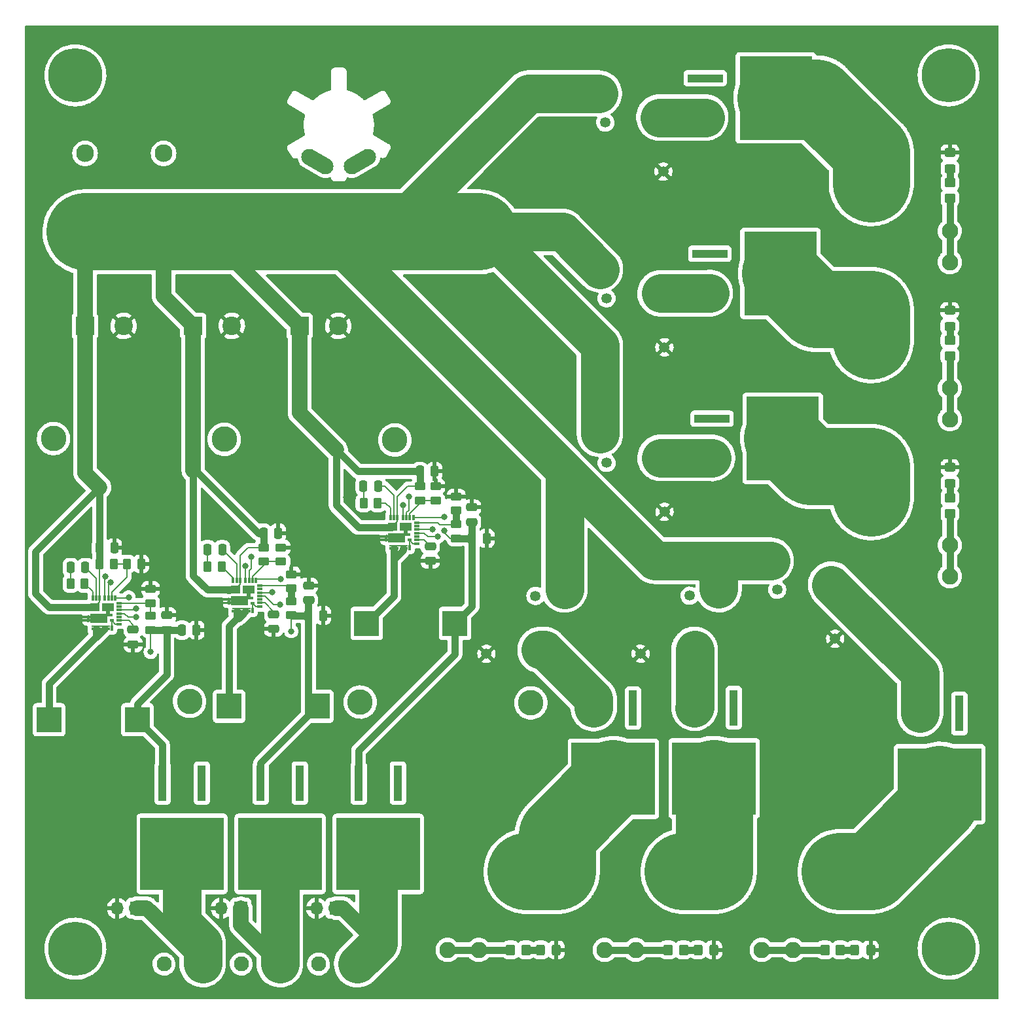
<source format=gtl>
G04 #@! TF.GenerationSoftware,KiCad,Pcbnew,(6.0.0)*
G04 #@! TF.CreationDate,2023-02-19T13:31:38-06:00*
G04 #@! TF.ProjectId,SIC431,53494334-3331-42e6-9b69-6361645f7063,rev?*
G04 #@! TF.SameCoordinates,Original*
G04 #@! TF.FileFunction,Copper,L1,Top*
G04 #@! TF.FilePolarity,Positive*
%FSLAX46Y46*%
G04 Gerber Fmt 4.6, Leading zero omitted, Abs format (unit mm)*
G04 Created by KiCad (PCBNEW (6.0.0)) date 2023-02-19 13:31:38*
%MOMM*%
%LPD*%
G01*
G04 APERTURE LIST*
G04 Aperture macros list*
%AMRoundRect*
0 Rectangle with rounded corners*
0 $1 Rounding radius*
0 $2 $3 $4 $5 $6 $7 $8 $9 X,Y pos of 4 corners*
0 Add a 4 corners polygon primitive as box body*
4,1,4,$2,$3,$4,$5,$6,$7,$8,$9,$2,$3,0*
0 Add four circle primitives for the rounded corners*
1,1,$1+$1,$2,$3*
1,1,$1+$1,$4,$5*
1,1,$1+$1,$6,$7*
1,1,$1+$1,$8,$9*
0 Add four rect primitives between the rounded corners*
20,1,$1+$1,$2,$3,$4,$5,0*
20,1,$1+$1,$4,$5,$6,$7,0*
20,1,$1+$1,$6,$7,$8,$9,0*
20,1,$1+$1,$8,$9,$2,$3,0*%
%AMHorizOval*
0 Thick line with rounded ends*
0 $1 width*
0 $2 $3 position (X,Y) of the first rounded end (center of the circle)*
0 $4 $5 position (X,Y) of the second rounded end (center of the circle)*
0 Add line between two ends*
20,1,$1,$2,$3,$4,$5,0*
0 Add two circle primitives to create the rounded ends*
1,1,$1,$2,$3*
1,1,$1,$4,$5*%
G04 Aperture macros list end*
G04 #@! TA.AperFunction,SMDPad,CuDef*
%ADD10RoundRect,0.250000X0.262500X0.450000X-0.262500X0.450000X-0.262500X-0.450000X0.262500X-0.450000X0*%
G04 #@! TD*
G04 #@! TA.AperFunction,ComponentPad*
%ADD11R,1.700000X1.700000*%
G04 #@! TD*
G04 #@! TA.AperFunction,ComponentPad*
%ADD12O,1.700000X1.700000*%
G04 #@! TD*
G04 #@! TA.AperFunction,SMDPad,CuDef*
%ADD13RoundRect,0.250000X-0.450000X0.325000X-0.450000X-0.325000X0.450000X-0.325000X0.450000X0.325000X0*%
G04 #@! TD*
G04 #@! TA.AperFunction,SMDPad,CuDef*
%ADD14RoundRect,0.250000X0.450000X-0.262500X0.450000X0.262500X-0.450000X0.262500X-0.450000X-0.262500X0*%
G04 #@! TD*
G04 #@! TA.AperFunction,SMDPad,CuDef*
%ADD15RoundRect,0.250000X0.450000X-0.350000X0.450000X0.350000X-0.450000X0.350000X-0.450000X-0.350000X0*%
G04 #@! TD*
G04 #@! TA.AperFunction,SMDPad,CuDef*
%ADD16R,4.600000X1.100000*%
G04 #@! TD*
G04 #@! TA.AperFunction,SMDPad,CuDef*
%ADD17R,9.400000X10.800000*%
G04 #@! TD*
G04 #@! TA.AperFunction,SMDPad,CuDef*
%ADD18R,1.100000X4.600000*%
G04 #@! TD*
G04 #@! TA.AperFunction,SMDPad,CuDef*
%ADD19R,10.800000X9.400000*%
G04 #@! TD*
G04 #@! TA.AperFunction,ComponentPad*
%ADD20HorizOval,2.100000X1.039230X-0.600000X-1.039230X0.600000X0*%
G04 #@! TD*
G04 #@! TA.AperFunction,ComponentPad*
%ADD21HorizOval,2.100000X1.039230X0.600000X-1.039230X-0.600000X0*%
G04 #@! TD*
G04 #@! TA.AperFunction,SMDPad,CuDef*
%ADD22RoundRect,0.250000X0.475000X-0.250000X0.475000X0.250000X-0.475000X0.250000X-0.475000X-0.250000X0*%
G04 #@! TD*
G04 #@! TA.AperFunction,ComponentPad*
%ADD23C,1.950000*%
G04 #@! TD*
G04 #@! TA.AperFunction,ComponentPad*
%ADD24C,1.350000*%
G04 #@! TD*
G04 #@! TA.AperFunction,SMDPad,CuDef*
%ADD25RoundRect,0.250000X-0.250000X-0.475000X0.250000X-0.475000X0.250000X0.475000X-0.250000X0.475000X0*%
G04 #@! TD*
G04 #@! TA.AperFunction,SMDPad,CuDef*
%ADD26RoundRect,0.250000X-0.475000X0.250000X-0.475000X-0.250000X0.475000X-0.250000X0.475000X0.250000X0*%
G04 #@! TD*
G04 #@! TA.AperFunction,SMDPad,CuDef*
%ADD27RoundRect,0.250000X0.250000X0.475000X-0.250000X0.475000X-0.250000X-0.475000X0.250000X-0.475000X0*%
G04 #@! TD*
G04 #@! TA.AperFunction,SMDPad,CuDef*
%ADD28RoundRect,0.250000X0.325000X0.450000X-0.325000X0.450000X-0.325000X-0.450000X0.325000X-0.450000X0*%
G04 #@! TD*
G04 #@! TA.AperFunction,SMDPad,CuDef*
%ADD29RoundRect,0.250000X-0.350000X-0.450000X0.350000X-0.450000X0.350000X0.450000X-0.350000X0.450000X0*%
G04 #@! TD*
G04 #@! TA.AperFunction,ComponentPad*
%ADD30R,2.400000X2.400000*%
G04 #@! TD*
G04 #@! TA.AperFunction,ComponentPad*
%ADD31C,2.400000*%
G04 #@! TD*
G04 #@! TA.AperFunction,SMDPad,CuDef*
%ADD32R,0.550000X0.300000*%
G04 #@! TD*
G04 #@! TA.AperFunction,SMDPad,CuDef*
%ADD33R,0.300000X0.450000*%
G04 #@! TD*
G04 #@! TA.AperFunction,SMDPad,CuDef*
%ADD34R,2.350000X0.280000*%
G04 #@! TD*
G04 #@! TA.AperFunction,SMDPad,CuDef*
%ADD35R,0.300000X0.730000*%
G04 #@! TD*
G04 #@! TA.AperFunction,SMDPad,CuDef*
%ADD36R,0.725000X0.300000*%
G04 #@! TD*
G04 #@! TA.AperFunction,SMDPad,CuDef*
%ADD37R,0.300000X0.725000*%
G04 #@! TD*
G04 #@! TA.AperFunction,SMDPad,CuDef*
%ADD38R,1.575000X1.050000*%
G04 #@! TD*
G04 #@! TA.AperFunction,SMDPad,CuDef*
%ADD39R,1.150000X1.050000*%
G04 #@! TD*
G04 #@! TA.AperFunction,SMDPad,CuDef*
%ADD40R,2.175000X1.200000*%
G04 #@! TD*
G04 #@! TA.AperFunction,SMDPad,CuDef*
%ADD41R,0.650000X0.455000*%
G04 #@! TD*
G04 #@! TA.AperFunction,SMDPad,CuDef*
%ADD42R,0.580000X0.380000*%
G04 #@! TD*
G04 #@! TA.AperFunction,ComponentPad*
%ADD43C,0.800000*%
G04 #@! TD*
G04 #@! TA.AperFunction,ComponentPad*
%ADD44C,7.000000*%
G04 #@! TD*
G04 #@! TA.AperFunction,SMDPad,CuDef*
%ADD45RoundRect,0.250000X-0.450000X0.262500X-0.450000X-0.262500X0.450000X-0.262500X0.450000X0.262500X0*%
G04 #@! TD*
G04 #@! TA.AperFunction,SMDPad,CuDef*
%ADD46RoundRect,0.250000X-0.262500X-0.450000X0.262500X-0.450000X0.262500X0.450000X-0.262500X0.450000X0*%
G04 #@! TD*
G04 #@! TA.AperFunction,SMDPad,CuDef*
%ADD47R,3.175000X3.300000*%
G04 #@! TD*
G04 #@! TA.AperFunction,ComponentPad*
%ADD48R,2.124000X2.124000*%
G04 #@! TD*
G04 #@! TA.AperFunction,ComponentPad*
%ADD49C,2.124000*%
G04 #@! TD*
G04 #@! TA.AperFunction,ComponentPad*
%ADD50R,2.300000X2.300000*%
G04 #@! TD*
G04 #@! TA.AperFunction,ComponentPad*
%ADD51C,2.300000*%
G04 #@! TD*
G04 #@! TA.AperFunction,ComponentPad*
%ADD52C,3.300000*%
G04 #@! TD*
G04 #@! TA.AperFunction,ViaPad*
%ADD53C,0.800000*%
G04 #@! TD*
G04 #@! TA.AperFunction,Conductor*
%ADD54C,0.900000*%
G04 #@! TD*
G04 #@! TA.AperFunction,Conductor*
%ADD55C,5.000000*%
G04 #@! TD*
G04 #@! TA.AperFunction,Conductor*
%ADD56C,0.200000*%
G04 #@! TD*
G04 #@! TA.AperFunction,Conductor*
%ADD57C,10.000000*%
G04 #@! TD*
G04 #@! TA.AperFunction,Conductor*
%ADD58C,2.000000*%
G04 #@! TD*
G04 APERTURE END LIST*
D10*
X28207500Y-92750000D03*
X26382500Y-92750000D03*
D11*
X34980000Y-134770000D03*
D12*
X32440000Y-134770000D03*
D13*
X140150000Y-57405000D03*
X140150000Y-59455000D03*
D14*
X73650000Y-82012500D03*
X73650000Y-80187500D03*
D15*
X140170000Y-83680000D03*
X140170000Y-81680000D03*
D16*
X109095000Y-55165000D03*
D17*
X118245000Y-52625000D03*
D16*
X109095000Y-50085000D03*
D18*
X63660000Y-118585000D03*
D19*
X66200000Y-127735000D03*
D18*
X68740000Y-118585000D03*
D10*
X45952500Y-90537500D03*
X44127500Y-90537500D03*
D20*
X58350000Y-38123000D03*
D21*
X63850000Y-38123000D03*
D22*
X57180000Y-94910000D03*
X57180000Y-93010000D03*
D23*
X110235000Y-93480000D03*
D24*
X106485000Y-94330000D03*
X100135000Y-101830000D03*
D23*
X107135000Y-101330000D03*
D25*
X78335000Y-86910000D03*
X80235000Y-86910000D03*
D18*
X94080000Y-108855000D03*
D19*
X96620000Y-118005000D03*
D18*
X99160000Y-108855000D03*
D10*
X66112500Y-82330000D03*
X64287500Y-82330000D03*
D26*
X34475000Y-98720000D03*
X34475000Y-100620000D03*
D27*
X46010000Y-88367500D03*
X44110000Y-88367500D03*
D28*
X89252500Y-140160000D03*
X87202500Y-140160000D03*
D29*
X103690000Y-140160000D03*
X105690000Y-140160000D03*
D30*
X56016041Y-59420000D03*
D31*
X61016041Y-59420000D03*
D25*
X57170000Y-96886250D03*
X59070000Y-96886250D03*
D32*
X28690000Y-95725000D03*
X28690000Y-96175000D03*
X28690000Y-97075000D03*
X28690000Y-97525000D03*
D33*
X29240000Y-98625000D03*
X29690000Y-98625000D03*
X30140000Y-98625000D03*
X30840000Y-98625000D03*
X31290000Y-98625000D03*
D34*
X30265000Y-98260000D03*
D35*
X31740000Y-98485000D03*
D36*
X32652500Y-97975000D03*
X32652500Y-97525000D03*
X32652500Y-97075000D03*
X32652500Y-96625000D03*
X32652500Y-96175000D03*
X32652500Y-95725000D03*
X32652500Y-95275000D03*
D37*
X32190000Y-94612500D03*
X31740000Y-94612500D03*
X31290000Y-94612500D03*
X30840000Y-94612500D03*
X30140000Y-94612500D03*
X29690000Y-94612500D03*
X29240000Y-94612500D03*
D38*
X31202500Y-95800000D03*
D39*
X29540000Y-95800000D03*
D40*
X30052500Y-97225000D03*
D41*
X31465000Y-96852500D03*
D42*
X31700000Y-97540000D03*
D18*
X50970000Y-118585000D03*
D19*
X53510000Y-127735000D03*
D18*
X56050000Y-118585000D03*
D43*
X24375000Y-27000000D03*
X28856155Y-28856155D03*
D44*
X27000000Y-27000000D03*
D43*
X25143845Y-25143845D03*
X27000000Y-24375000D03*
X29625000Y-27000000D03*
X25143845Y-28856155D03*
X27000000Y-29625000D03*
X28856155Y-25143845D03*
D13*
X140170000Y-37005000D03*
X140170000Y-39055000D03*
D15*
X140160000Y-63300000D03*
X140160000Y-61300000D03*
D23*
X90295000Y-93500000D03*
D24*
X86545000Y-94350000D03*
X80195000Y-101850000D03*
D23*
X87195000Y-101350000D03*
D43*
X29625000Y-140000000D03*
X27000000Y-142625000D03*
X25143845Y-138143845D03*
X27000000Y-137375000D03*
X24375000Y-140000000D03*
X28856155Y-138143845D03*
D44*
X27000000Y-140000000D03*
D43*
X25143845Y-141856155D03*
X28856155Y-141856155D03*
D32*
X67227500Y-85315000D03*
X67227500Y-85765000D03*
X67227500Y-86665000D03*
X67227500Y-87115000D03*
D33*
X67777500Y-88215000D03*
X68227500Y-88215000D03*
X68677500Y-88215000D03*
X69377500Y-88215000D03*
X69827500Y-88215000D03*
D34*
X68802500Y-87850000D03*
D35*
X70277500Y-88075000D03*
D36*
X71190000Y-87565000D03*
X71190000Y-87115000D03*
X71190000Y-86665000D03*
X71190000Y-86215000D03*
X71190000Y-85765000D03*
X71190000Y-85315000D03*
X71190000Y-84865000D03*
D37*
X70727500Y-84202500D03*
X70277500Y-84202500D03*
X69827500Y-84202500D03*
X69377500Y-84202500D03*
X68677500Y-84202500D03*
X68227500Y-84202500D03*
X67777500Y-84202500D03*
D38*
X69740000Y-85390000D03*
D39*
X68077500Y-85390000D03*
D40*
X68590000Y-86815000D03*
D41*
X70002500Y-86442500D03*
D42*
X70237500Y-87130000D03*
D45*
X36735000Y-96917500D03*
X36735000Y-98742500D03*
D25*
X40795000Y-98780000D03*
X42695000Y-98780000D03*
D46*
X33682500Y-90210000D03*
X35507500Y-90210000D03*
D43*
X138143845Y-25143845D03*
X140000000Y-24375000D03*
X140000000Y-29625000D03*
X141856155Y-28856155D03*
D44*
X140000000Y-27000000D03*
D43*
X137375000Y-27000000D03*
X141856155Y-25143845D03*
X138143845Y-28856155D03*
X142625000Y-27000000D03*
D46*
X30142500Y-90220000D03*
X31967500Y-90220000D03*
D25*
X30135000Y-88130000D03*
X32035000Y-88130000D03*
D27*
X66170000Y-80120000D03*
X64270000Y-80120000D03*
D16*
X108510000Y-32450000D03*
D17*
X117660000Y-29910000D03*
D16*
X108510000Y-27370000D03*
D29*
X83330000Y-140160000D03*
X85330000Y-140160000D03*
D28*
X109612500Y-140160000D03*
X107562500Y-140160000D03*
D14*
X36735000Y-95282500D03*
X36735000Y-93457500D03*
D25*
X51340000Y-86227500D03*
X53240000Y-86227500D03*
D30*
X28246041Y-59420000D03*
D31*
X33246041Y-59420000D03*
D15*
X140170000Y-42900000D03*
X140170000Y-40900000D03*
D45*
X76290000Y-85080000D03*
X76290000Y-86905000D03*
D22*
X78290000Y-84790000D03*
X78290000Y-82890000D03*
D28*
X129905000Y-140160000D03*
X127855000Y-140160000D03*
D47*
X64705000Y-97920000D03*
X76135000Y-97920000D03*
D18*
X107125000Y-108815000D03*
D19*
X109665000Y-117965000D03*
D18*
X112205000Y-108815000D03*
D23*
X94880000Y-52090000D03*
D24*
X95730000Y-55840000D03*
X103230000Y-62190000D03*
D23*
X102730000Y-55190000D03*
D26*
X72940000Y-87930000D03*
X72940000Y-89830000D03*
D47*
X46905000Y-108640000D03*
X58335000Y-108640000D03*
D23*
X94735000Y-29345000D03*
D24*
X95585000Y-33095000D03*
X103085000Y-39445000D03*
D23*
X102585000Y-32445000D03*
D11*
X48410000Y-134770000D03*
D12*
X45870000Y-134770000D03*
D32*
X46885000Y-93462500D03*
X46885000Y-93912500D03*
X46885000Y-94812500D03*
X46885000Y-95262500D03*
D33*
X47435000Y-96362500D03*
X47885000Y-96362500D03*
X48335000Y-96362500D03*
X49035000Y-96362500D03*
X49485000Y-96362500D03*
D34*
X48460000Y-95997500D03*
D35*
X49935000Y-96222500D03*
D36*
X50847500Y-95712500D03*
X50847500Y-95262500D03*
X50847500Y-94812500D03*
X50847500Y-94362500D03*
X50847500Y-93912500D03*
X50847500Y-93462500D03*
X50847500Y-93012500D03*
D37*
X50385000Y-92350000D03*
X49935000Y-92350000D03*
X49485000Y-92350000D03*
X49035000Y-92350000D03*
X48335000Y-92350000D03*
X47885000Y-92350000D03*
X47435000Y-92350000D03*
D38*
X49397500Y-93537500D03*
D39*
X47735000Y-93537500D03*
D40*
X48247500Y-94962500D03*
D41*
X49660000Y-94590000D03*
D42*
X49895000Y-95277500D03*
D22*
X38835000Y-98750000D03*
X38835000Y-96850000D03*
D27*
X28295000Y-90670000D03*
X26395000Y-90670000D03*
D18*
X38280000Y-118585000D03*
D19*
X40820000Y-127735000D03*
D18*
X43360000Y-118585000D03*
D16*
X109375000Y-76505000D03*
D17*
X118525000Y-73965000D03*
D16*
X109375000Y-71425000D03*
D23*
X94885000Y-73380000D03*
D24*
X95735000Y-77130000D03*
X103235000Y-83480000D03*
D23*
X102735000Y-76480000D03*
D45*
X71580000Y-80187500D03*
X71580000Y-82012500D03*
D30*
X42256041Y-59420000D03*
D31*
X47256041Y-59420000D03*
D23*
X116970000Y-89805000D03*
D24*
X117820000Y-93555000D03*
X125320000Y-99905000D03*
D23*
X124820000Y-92905000D03*
D18*
X136310000Y-109570000D03*
D19*
X138850000Y-118720000D03*
D18*
X141390000Y-109570000D03*
D45*
X51340000Y-88085000D03*
X51340000Y-89910000D03*
D26*
X52650000Y-96717500D03*
X52650000Y-98617500D03*
D14*
X54930000Y-93372500D03*
X54930000Y-91547500D03*
X53610000Y-89910000D03*
X53610000Y-88085000D03*
D47*
X23595000Y-110370000D03*
X35025000Y-110370000D03*
D43*
X140000000Y-137375000D03*
X137375000Y-140000000D03*
X138143845Y-141856155D03*
X141856155Y-141856155D03*
X142625000Y-140000000D03*
X140000000Y-142625000D03*
X141856155Y-138143845D03*
D44*
X140000000Y-140000000D03*
D43*
X138143845Y-138143845D03*
D14*
X76290000Y-83325000D03*
X76290000Y-81500000D03*
D25*
X71570000Y-78240000D03*
X73470000Y-78240000D03*
D45*
X54930000Y-95037500D03*
X54930000Y-96862500D03*
D13*
X140180000Y-77725000D03*
X140180000Y-79775000D03*
D11*
X60750000Y-134770000D03*
D12*
X58210000Y-134770000D03*
D29*
X123990000Y-140160000D03*
X125990000Y-140160000D03*
D23*
X63470000Y-141990000D03*
X58470000Y-141990000D03*
X53470000Y-141990000D03*
X48470000Y-141990000D03*
X43470000Y-141990000D03*
X38470000Y-141990000D03*
D48*
X125980000Y-130000000D03*
X130000000Y-130000000D03*
D49*
X119840000Y-140160000D03*
X115820000Y-140160000D03*
X109680000Y-130000000D03*
X105660000Y-130000000D03*
X95500000Y-140160000D03*
X99520000Y-140160000D03*
X85340000Y-130000000D03*
X89360000Y-130000000D03*
X79200000Y-140160000D03*
X75180000Y-140160000D03*
D50*
X28260000Y-47250000D03*
X38420000Y-47250000D03*
D51*
X28260000Y-37090000D03*
X38420000Y-37090000D03*
D48*
X130000000Y-41000000D03*
X130000000Y-36980000D03*
D49*
X140160000Y-51160000D03*
X140160000Y-47140000D03*
X130000000Y-57300000D03*
X130000000Y-61320000D03*
X140160000Y-67460000D03*
X140160000Y-71480000D03*
X130000000Y-77620000D03*
X130000000Y-81640000D03*
X140160000Y-87780000D03*
X140160000Y-91800000D03*
D52*
X46260000Y-74090000D03*
X63860000Y-108090000D03*
X24180000Y-74000000D03*
X41780000Y-108000000D03*
X85940000Y-108180000D03*
X68340000Y-74180000D03*
D53*
X73210000Y-85770000D03*
X41880000Y-95180000D03*
X112710000Y-136660000D03*
X61010000Y-90350000D03*
X124300000Y-67440000D03*
X74060000Y-73700000D03*
X45620000Y-84630000D03*
X132320000Y-137140000D03*
X116080000Y-83560000D03*
X137350000Y-93940000D03*
X118710000Y-131450000D03*
X80360000Y-76700000D03*
X37770000Y-83530000D03*
X68130000Y-79770000D03*
X50330000Y-36590000D03*
X119930000Y-96740000D03*
X112090000Y-62330000D03*
X124050000Y-86100000D03*
X122340000Y-43510000D03*
X35790000Y-34230000D03*
X26250000Y-129350000D03*
X31770000Y-39610000D03*
X99140000Y-79930000D03*
X30060000Y-124620000D03*
X140720000Y-133030000D03*
X95810000Y-99500000D03*
X26770000Y-86920000D03*
X137180000Y-74370000D03*
X42010000Y-103120000D03*
X123480000Y-119020000D03*
X102950000Y-43370000D03*
X49840000Y-100200000D03*
X121290000Y-107940000D03*
X78170000Y-107460000D03*
X98350000Y-129530000D03*
X55540000Y-77850000D03*
X97780000Y-37470000D03*
X99140000Y-58870000D03*
X61020000Y-100630000D03*
X69410000Y-25600000D03*
X59820000Y-119760000D03*
X136170000Y-35360000D03*
X35900000Y-76150000D03*
X67090000Y-66370000D03*
X46260000Y-29760000D03*
X46550000Y-85980000D03*
X62000000Y-81600000D03*
X84190000Y-86480000D03*
X37210000Y-66890000D03*
X113500000Y-42060000D03*
X77250000Y-135960000D03*
X51310000Y-66110000D03*
X58990000Y-83910000D03*
X102900000Y-109260000D03*
X47150000Y-119670000D03*
X102200000Y-96340000D03*
X81760000Y-94540000D03*
X136870000Y-53490000D03*
X77120000Y-118010000D03*
X92050000Y-136400000D03*
X52490000Y-93907500D03*
X34825000Y-96020000D03*
X74770000Y-84170000D03*
X74770000Y-85880000D03*
X53540000Y-92207500D03*
X54930000Y-98927500D03*
X36735000Y-101600000D03*
X33905000Y-94540000D03*
X69377000Y-82630000D03*
X49040000Y-90477500D03*
X30845000Y-91800000D03*
X73910000Y-86670000D03*
X53490000Y-95437500D03*
X34855000Y-97100000D03*
X70130000Y-81480000D03*
X49740000Y-89277500D03*
X31595000Y-92620000D03*
D54*
X50667500Y-86227500D02*
X42256041Y-77816041D01*
D55*
X110235000Y-91425000D02*
X108615000Y-89805000D01*
D56*
X30140000Y-94612500D02*
X30140000Y-95125000D01*
D57*
X38420000Y-47250000D02*
X60740000Y-47250000D01*
D54*
X42256041Y-91766041D02*
X44060000Y-93570000D01*
D56*
X30117500Y-95125000D02*
X29540000Y-95702500D01*
D55*
X108615000Y-89805000D02*
X102015000Y-89805000D01*
D58*
X28246041Y-47263959D02*
X28260000Y-47250000D01*
X28246041Y-78426041D02*
X30135000Y-80315000D01*
D54*
X71570000Y-78240000D02*
X63570000Y-78240000D01*
D55*
X116970000Y-89805000D02*
X108615000Y-89805000D01*
D58*
X38420000Y-55583959D02*
X42256041Y-59420000D01*
D54*
X51340000Y-86227500D02*
X51340000Y-88085000D01*
X42256041Y-78153959D02*
X42256041Y-91766041D01*
X60750000Y-75420000D02*
X60750000Y-82620000D01*
D55*
X90295000Y-78085000D02*
X89725000Y-77515000D01*
D54*
X21860000Y-88590000D02*
X21860000Y-94050000D01*
D56*
X48335000Y-92842500D02*
X47735000Y-93442500D01*
D58*
X43846041Y-47250000D02*
X56016041Y-59420000D01*
D56*
X68677500Y-81472500D02*
X68677500Y-84202500D01*
X68077500Y-85303478D02*
X68077500Y-85390000D01*
D57*
X60740000Y-47250000D02*
X67730000Y-47250000D01*
D54*
X63610000Y-85480000D02*
X67987500Y-85480000D01*
D56*
X47735000Y-93442500D02*
X47735000Y-93537500D01*
D54*
X21860000Y-94050000D02*
X23610000Y-95800000D01*
D56*
X29540000Y-95702500D02*
X29540000Y-95800000D01*
X30140000Y-90222500D02*
X30142500Y-90220000D01*
D55*
X60740000Y-48530000D02*
X60740000Y-47250000D01*
D56*
X48335000Y-89122500D02*
X49342500Y-88115000D01*
D58*
X38420000Y-47250000D02*
X43846041Y-47250000D01*
D54*
X44060000Y-93570000D02*
X47702500Y-93570000D01*
D58*
X56016041Y-59420000D02*
X56016041Y-70686041D01*
D56*
X69962500Y-80187500D02*
X68677500Y-81472500D01*
D54*
X42256041Y-77816041D02*
X42256041Y-78153959D01*
D55*
X94735000Y-29345000D02*
X85635000Y-29345000D01*
D54*
X63570000Y-78240000D02*
X60750000Y-75420000D01*
D55*
X89725000Y-77515000D02*
X60740000Y-48530000D01*
D56*
X30140000Y-94612500D02*
X30140000Y-90222500D01*
D55*
X85635000Y-29345000D02*
X67730000Y-47250000D01*
D56*
X48335000Y-92350000D02*
X48335000Y-89122500D01*
D54*
X47702500Y-93570000D02*
X47735000Y-93537500D01*
D56*
X49342500Y-88115000D02*
X51310000Y-88115000D01*
X30140000Y-95125000D02*
X30117500Y-95125000D01*
D54*
X71570000Y-78240000D02*
X71570000Y-80177500D01*
X30135000Y-88130000D02*
X30135000Y-79725000D01*
D55*
X110235000Y-93480000D02*
X110235000Y-91425000D01*
D56*
X48335000Y-92350000D02*
X48335000Y-92842500D01*
D55*
X90040000Y-47250000D02*
X79200000Y-47250000D01*
D58*
X56016041Y-70686041D02*
X60750000Y-75420000D01*
X28246041Y-59420000D02*
X28246041Y-78426041D01*
D54*
X30135000Y-79725000D02*
X30135000Y-80315000D01*
X67987500Y-85480000D02*
X68077500Y-85390000D01*
D55*
X94885000Y-61985000D02*
X80150000Y-47250000D01*
D56*
X51310000Y-88115000D02*
X51340000Y-88085000D01*
D58*
X38420000Y-47250000D02*
X38420000Y-55583959D01*
D57*
X28260000Y-47250000D02*
X38420000Y-47250000D01*
D55*
X90295000Y-93500000D02*
X90295000Y-78085000D01*
D56*
X68677500Y-84202500D02*
X68677500Y-84703478D01*
X71580000Y-80187500D02*
X69962500Y-80187500D01*
D54*
X23610000Y-95800000D02*
X29540000Y-95800000D01*
X30135000Y-80315000D02*
X21860000Y-88590000D01*
D55*
X94880000Y-52090000D02*
X90040000Y-47250000D01*
D54*
X30135000Y-88130000D02*
X30135000Y-90212500D01*
D57*
X72120000Y-47250000D02*
X79200000Y-47250000D01*
D55*
X94885000Y-73380000D02*
X94885000Y-61985000D01*
D58*
X42256041Y-59420000D02*
X42256041Y-78153959D01*
D54*
X71570000Y-80177500D02*
X71580000Y-80187500D01*
D58*
X28246041Y-59420000D02*
X28246041Y-47263959D01*
D54*
X51340000Y-86227500D02*
X50667500Y-86227500D01*
D55*
X102015000Y-89805000D02*
X89725000Y-77515000D01*
D54*
X60750000Y-82620000D02*
X63610000Y-85480000D01*
D57*
X67730000Y-47250000D02*
X72120000Y-47250000D01*
D56*
X68677500Y-84703478D02*
X68077500Y-85303478D01*
D54*
X30135000Y-90212500D02*
X30142500Y-90220000D01*
D55*
X80150000Y-47250000D02*
X72120000Y-47250000D01*
D56*
X71190000Y-85765000D02*
X73205000Y-85765000D01*
X73205000Y-85765000D02*
X73210000Y-85770000D01*
X52490000Y-93907500D02*
X52485000Y-93912500D01*
X52485000Y-93912500D02*
X50847500Y-93912500D01*
X32652500Y-96175000D02*
X34670000Y-96175000D01*
X34670000Y-96175000D02*
X34825000Y-96020000D01*
X71190000Y-87115000D02*
X72125000Y-87115000D01*
X72125000Y-87115000D02*
X72940000Y-87930000D01*
X52650000Y-96403478D02*
X52650000Y-96717500D01*
X50847500Y-95262500D02*
X51509022Y-95262500D01*
X51509022Y-95262500D02*
X52650000Y-96403478D01*
X34475000Y-98100000D02*
X34475000Y-98720000D01*
X33900000Y-97525000D02*
X34475000Y-98100000D01*
X32652500Y-97525000D02*
X33900000Y-97525000D01*
X68227500Y-84202500D02*
X68227500Y-81317500D01*
X67030000Y-80120000D02*
X66170000Y-80120000D01*
X68227500Y-81317500D02*
X67030000Y-80120000D01*
X64287500Y-82330000D02*
X64287500Y-80137500D01*
X64287500Y-80137500D02*
X64270000Y-80120000D01*
X46010000Y-88367500D02*
X47885000Y-90242500D01*
X47885000Y-90242500D02*
X47885000Y-92350000D01*
X44110000Y-88367500D02*
X44110000Y-90520000D01*
X44110000Y-90520000D02*
X44127500Y-90537500D01*
X31740000Y-98485000D02*
X31740000Y-97580000D01*
X70277500Y-87170000D02*
X70237500Y-87130000D01*
X32135000Y-97975000D02*
X31700000Y-97540000D01*
X32652500Y-97975000D02*
X32135000Y-97975000D01*
X70277500Y-88075000D02*
X70277500Y-87170000D01*
X31740000Y-97580000D02*
X31700000Y-97540000D01*
X49935000Y-95317500D02*
X49935000Y-96222500D01*
X50847500Y-95712500D02*
X50330000Y-95712500D01*
X50330000Y-95712500D02*
X49895000Y-95277500D01*
X70672500Y-87565000D02*
X70237500Y-87130000D01*
X49895000Y-95277500D02*
X49935000Y-95317500D01*
X71190000Y-87565000D02*
X70672500Y-87565000D01*
X29690000Y-92065000D02*
X29690000Y-94612500D01*
X28295000Y-90670000D02*
X29690000Y-92065000D01*
X26395000Y-92737500D02*
X26382500Y-92750000D01*
X26395000Y-90670000D02*
X26395000Y-92737500D01*
D54*
X78290000Y-84790000D02*
X78335000Y-84835000D01*
X76295000Y-86900000D02*
X76290000Y-86905000D01*
X63660000Y-118585000D02*
X63660000Y-114360000D01*
D56*
X74770000Y-85880000D02*
X74770000Y-86150000D01*
D54*
X76295000Y-86910000D02*
X76290000Y-86905000D01*
X78335000Y-86910000D02*
X76295000Y-86910000D01*
X78335000Y-84835000D02*
X78335000Y-86910000D01*
X78340000Y-84840000D02*
X78290000Y-84790000D01*
X63660000Y-114360000D02*
X76135000Y-101885000D01*
D56*
X74770000Y-86150000D02*
X75525000Y-86905000D01*
D54*
X78335000Y-86910000D02*
X78335000Y-95720000D01*
X78335000Y-95720000D02*
X76135000Y-97920000D01*
X76135000Y-101885000D02*
X76135000Y-97920000D01*
D56*
X74737500Y-84202500D02*
X70727500Y-84202500D01*
X75525000Y-86905000D02*
X76290000Y-86905000D01*
X74770000Y-84170000D02*
X74737500Y-84202500D01*
D54*
X50970000Y-116005000D02*
X58335000Y-108640000D01*
X57170000Y-107475000D02*
X58335000Y-108640000D01*
D56*
X50527500Y-92207500D02*
X50385000Y-92350000D01*
D54*
X57170000Y-96886250D02*
X57170000Y-107475000D01*
D56*
X54930000Y-98927500D02*
X54930000Y-96862500D01*
D54*
X50970000Y-118585000D02*
X50970000Y-116005000D01*
X54957500Y-96890000D02*
X54930000Y-96862500D01*
D56*
X53540000Y-92207500D02*
X50527500Y-92207500D01*
D54*
X57180000Y-94910000D02*
X57170000Y-94920000D01*
X54953750Y-96886250D02*
X54930000Y-96862500D01*
X57170000Y-96886250D02*
X54953750Y-96886250D01*
X57170000Y-94920000D02*
X57170000Y-96886250D01*
X54955000Y-96887500D02*
X54930000Y-96862500D01*
X38865000Y-98780000D02*
X38835000Y-98750000D01*
D56*
X33832500Y-94612500D02*
X33905000Y-94540000D01*
D54*
X38810000Y-104550000D02*
X38810000Y-98775000D01*
X35025000Y-110370000D02*
X35025000Y-108335000D01*
D56*
X36735000Y-101600000D02*
X36735000Y-98742500D01*
D54*
X35025000Y-108335000D02*
X38810000Y-104550000D01*
X38280000Y-118585000D02*
X38280000Y-113625000D01*
X38810000Y-98775000D02*
X38750000Y-98835000D01*
X38810000Y-98775000D02*
X38835000Y-98750000D01*
D56*
X32190000Y-94612500D02*
X33832500Y-94612500D01*
D54*
X36735000Y-98742500D02*
X38827500Y-98742500D01*
X38827500Y-98742500D02*
X38835000Y-98750000D01*
X40795000Y-98780000D02*
X38865000Y-98780000D01*
X38280000Y-113625000D02*
X35025000Y-110370000D01*
D55*
X109070000Y-55190000D02*
X109095000Y-55165000D01*
X102730000Y-55190000D02*
X109070000Y-55190000D01*
X107135000Y-101330000D02*
X107135000Y-108805000D01*
X107135000Y-108805000D02*
X107125000Y-108815000D01*
X108505000Y-32445000D02*
X108510000Y-32450000D01*
X102585000Y-32445000D02*
X108505000Y-32445000D01*
D54*
X68227500Y-94397500D02*
X64705000Y-97920000D01*
X69377500Y-88215000D02*
X69377500Y-88447500D01*
X69377500Y-88447500D02*
X68227500Y-89597500D01*
X68227500Y-89597500D02*
X68227500Y-94397500D01*
X68227500Y-88215000D02*
X68227500Y-89597500D01*
X47885000Y-96362500D02*
X47885000Y-97262500D01*
X46905000Y-98242500D02*
X47885000Y-97262500D01*
X46905000Y-108640000D02*
X46905000Y-98242500D01*
X48135000Y-97262500D02*
X47885000Y-97262500D01*
X49035000Y-96362500D02*
X48135000Y-97262500D01*
X29575000Y-99745000D02*
X23595000Y-105725000D01*
X23595000Y-105725000D02*
X23595000Y-110370000D01*
X29690000Y-98625000D02*
X29690000Y-99745000D01*
X30840000Y-98625000D02*
X30810000Y-98625000D01*
X29690000Y-99745000D02*
X29575000Y-99745000D01*
X30810000Y-98625000D02*
X29690000Y-99745000D01*
D56*
X73650000Y-82012500D02*
X71580000Y-82012500D01*
X71580000Y-82380000D02*
X71580000Y-82012500D01*
X70277500Y-83682500D02*
X71580000Y-82380000D01*
X70277500Y-84202500D02*
X70277500Y-83682500D01*
X53610000Y-89910000D02*
X51340000Y-89910000D01*
X49935000Y-91812500D02*
X49935000Y-92350000D01*
X51340000Y-89910000D02*
X51340000Y-90407500D01*
X51340000Y-90407500D02*
X49935000Y-91812500D01*
X33682500Y-90210000D02*
X31977500Y-90210000D01*
X33682500Y-90210000D02*
X33682500Y-91952500D01*
X31977500Y-90210000D02*
X31967500Y-90220000D01*
X33682500Y-91952500D02*
X31740000Y-93895000D01*
X31740000Y-94612500D02*
X31740000Y-93895000D01*
X69377000Y-83552000D02*
X69377000Y-82630000D01*
X69377500Y-84202500D02*
X69377500Y-83552500D01*
X69377500Y-83552500D02*
X69377000Y-83552000D01*
X49040000Y-90477500D02*
X49035000Y-90482500D01*
X49035000Y-90482500D02*
X49035000Y-92350000D01*
X30840000Y-94612500D02*
X30840000Y-91805000D01*
X30840000Y-91805000D02*
X30845000Y-91800000D01*
X73910000Y-86670000D02*
X72610000Y-86670000D01*
X72155000Y-86215000D02*
X71190000Y-86215000D01*
X72610000Y-86670000D02*
X72155000Y-86215000D01*
D57*
X117660000Y-29910000D02*
X122930000Y-29910000D01*
X122930000Y-29910000D02*
X130000000Y-36980000D01*
X130000000Y-36980000D02*
X130000000Y-41000000D01*
D54*
X140160000Y-51160000D02*
X140160000Y-47140000D01*
X140160000Y-42910000D02*
X140170000Y-42900000D01*
X140160000Y-47140000D02*
X140160000Y-42910000D01*
D56*
X50847500Y-94362500D02*
X51575000Y-94362500D01*
X52650000Y-95437500D02*
X53490000Y-95437500D01*
X51575000Y-94362500D02*
X52650000Y-95437500D01*
D57*
X122920000Y-57300000D02*
X118245000Y-52625000D01*
X130000000Y-61320000D02*
X130000000Y-57300000D01*
X130000000Y-57300000D02*
X122920000Y-57300000D01*
D56*
X32652500Y-96625000D02*
X33350000Y-96625000D01*
X33825000Y-97100000D02*
X34855000Y-97100000D01*
X33350000Y-96625000D02*
X33825000Y-97100000D01*
D54*
X140160000Y-67460000D02*
X140160000Y-63300000D01*
X140160000Y-71480000D02*
X140160000Y-67460000D01*
D56*
X70140000Y-81470000D02*
X70130000Y-81480000D01*
X70140000Y-81470000D02*
X70140000Y-83254994D01*
X69827500Y-83567494D02*
X69827500Y-84202500D01*
X70140000Y-83254994D02*
X69827500Y-83567494D01*
D57*
X130000000Y-77620000D02*
X122180000Y-77620000D01*
X130000000Y-81640000D02*
X130000000Y-77620000D01*
X122180000Y-77620000D02*
X118525000Y-73965000D01*
D56*
X49740000Y-90817500D02*
X49485000Y-91072500D01*
X49485000Y-91072500D02*
X49485000Y-92350000D01*
X49740000Y-89277500D02*
X49740000Y-90817500D01*
D54*
X140160000Y-87780000D02*
X140160000Y-83690000D01*
X140160000Y-83690000D02*
X140170000Y-83680000D01*
X140160000Y-91800000D02*
X140160000Y-87780000D01*
D56*
X31595000Y-92620000D02*
X31290000Y-92925000D01*
X31290000Y-92925000D02*
X31290000Y-94612500D01*
D57*
X138850000Y-121150000D02*
X130000000Y-130000000D01*
X138850000Y-118720000D02*
X138850000Y-121150000D01*
X130000000Y-130000000D02*
X125980000Y-130000000D01*
D58*
X60750000Y-134770000D02*
X61660000Y-134770000D01*
D55*
X63470000Y-141990000D02*
X63520000Y-141990000D01*
D58*
X61660000Y-134770000D02*
X66200000Y-139310000D01*
D55*
X66200000Y-139310000D02*
X66200000Y-127735000D01*
X63520000Y-141990000D02*
X66200000Y-139310000D01*
D58*
X48410000Y-136930000D02*
X53470000Y-141990000D01*
X48410000Y-134770000D02*
X48410000Y-136930000D01*
D55*
X53470000Y-127775000D02*
X53510000Y-127735000D01*
X53470000Y-141990000D02*
X53470000Y-127775000D01*
D58*
X34980000Y-134770000D02*
X36250000Y-134770000D01*
D55*
X43470000Y-141990000D02*
X43470000Y-139270000D01*
D58*
X36250000Y-134770000D02*
X43470000Y-141990000D01*
D55*
X40820000Y-136620000D02*
X40820000Y-127735000D01*
X43470000Y-139270000D02*
X40820000Y-136620000D01*
D54*
X119840000Y-140160000D02*
X123990000Y-140160000D01*
X115820000Y-140160000D02*
X119840000Y-140160000D01*
D57*
X109680000Y-117980000D02*
X109665000Y-117965000D01*
X109680000Y-130000000D02*
X105660000Y-130000000D01*
X109680000Y-130000000D02*
X109680000Y-117980000D01*
D54*
X95500000Y-140160000D02*
X99520000Y-140160000D01*
X99520000Y-140160000D02*
X103690000Y-140160000D01*
D57*
X89360000Y-125265000D02*
X96620000Y-118005000D01*
X89360000Y-130000000D02*
X85340000Y-130000000D01*
X89360000Y-130000000D02*
X89360000Y-125265000D01*
D54*
X79200000Y-140160000D02*
X83330000Y-140160000D01*
X75180000Y-140160000D02*
X79200000Y-140160000D01*
X54930000Y-93372500D02*
X54930000Y-95037500D01*
D56*
X54570000Y-93012500D02*
X54930000Y-93372500D01*
X50847500Y-93012500D02*
X54570000Y-93012500D01*
X32652500Y-95275000D02*
X36727500Y-95275000D01*
X36727500Y-95275000D02*
X36735000Y-95282500D01*
X36735000Y-96917500D02*
X36735000Y-95282500D01*
D55*
X136300000Y-104385000D02*
X124820000Y-92905000D01*
X136310000Y-109570000D02*
X136300000Y-109560000D01*
X136300000Y-109560000D02*
X136300000Y-104385000D01*
X102735000Y-76480000D02*
X109350000Y-76480000D01*
X109350000Y-76480000D02*
X109375000Y-76505000D01*
X87720000Y-101350000D02*
X94080000Y-107710000D01*
X87195000Y-101350000D02*
X87720000Y-101350000D01*
X94080000Y-107710000D02*
X94080000Y-108855000D01*
D54*
X140170000Y-40900000D02*
X140170000Y-39055000D01*
X140160000Y-61300000D02*
X140160000Y-59465000D01*
X140160000Y-59465000D02*
X140150000Y-59455000D01*
X140170000Y-79785000D02*
X140180000Y-79775000D01*
X140170000Y-81680000D02*
X140170000Y-79785000D01*
X127855000Y-140160000D02*
X125990000Y-140160000D01*
X105690000Y-140160000D02*
X107562500Y-140160000D01*
X87202500Y-140160000D02*
X85330000Y-140160000D01*
D56*
X67777500Y-82947500D02*
X67160000Y-82330000D01*
X67160000Y-82330000D02*
X66112500Y-82330000D01*
X67777500Y-84202500D02*
X67777500Y-82947500D01*
X47435000Y-92350000D02*
X47435000Y-92020000D01*
X47435000Y-92020000D02*
X45952500Y-90537500D01*
X29240000Y-93782500D02*
X29240000Y-94612500D01*
X28207500Y-92750000D02*
X29240000Y-93782500D01*
D54*
X76290000Y-85080000D02*
X76290000Y-83325000D01*
D56*
X71190000Y-84865000D02*
X73865000Y-84865000D01*
X76060000Y-83555000D02*
X76290000Y-83325000D01*
X76190000Y-85180000D02*
X76290000Y-85080000D01*
X74180000Y-85180000D02*
X76190000Y-85180000D01*
X73865000Y-84865000D02*
X74180000Y-85180000D01*
G04 #@! TA.AperFunction,Conductor*
G36*
X146434121Y-20528002D02*
G01*
X146480614Y-20581658D01*
X146492000Y-20634000D01*
X146492000Y-146366000D01*
X146471998Y-146434121D01*
X146418342Y-146480614D01*
X146366000Y-146492000D01*
X20634000Y-146492000D01*
X20565879Y-146471998D01*
X20519386Y-146418342D01*
X20508000Y-146366000D01*
X20508000Y-139943965D01*
X22987057Y-139943965D01*
X22987165Y-139947054D01*
X22998485Y-140271216D01*
X23000741Y-140335827D01*
X23001147Y-140338871D01*
X23001148Y-140338881D01*
X23023350Y-140505275D01*
X23052599Y-140724484D01*
X23053299Y-140727468D01*
X23053300Y-140727474D01*
X23138879Y-141092337D01*
X23142136Y-141106225D01*
X23268496Y-141477407D01*
X23430475Y-141834487D01*
X23626525Y-142174056D01*
X23628314Y-142176554D01*
X23628316Y-142176558D01*
X23813448Y-142435147D01*
X23854776Y-142492874D01*
X23856802Y-142495189D01*
X23856805Y-142495192D01*
X24085719Y-142756677D01*
X24113049Y-142787896D01*
X24398878Y-143056308D01*
X24709536Y-143295546D01*
X24712139Y-143297173D01*
X24712144Y-143297176D01*
X24771549Y-143334296D01*
X25042056Y-143503328D01*
X25393266Y-143677670D01*
X25759812Y-143816907D01*
X26138195Y-143919712D01*
X26436419Y-143970153D01*
X26521783Y-143984591D01*
X26521786Y-143984591D01*
X26524805Y-143985102D01*
X26679444Y-143995916D01*
X26912885Y-144012240D01*
X26912893Y-144012240D01*
X26915951Y-144012454D01*
X27168037Y-144005413D01*
X27304825Y-144001592D01*
X27304828Y-144001592D01*
X27307899Y-144001506D01*
X27310952Y-144001120D01*
X27310956Y-144001120D01*
X27477572Y-143980071D01*
X27696908Y-143952362D01*
X27699912Y-143951680D01*
X27699915Y-143951679D01*
X28076269Y-143866174D01*
X28076275Y-143866172D01*
X28079265Y-143865493D01*
X28082184Y-143864522D01*
X28448396Y-143742700D01*
X28448402Y-143742698D01*
X28451320Y-143741727D01*
X28592735Y-143678765D01*
X28806722Y-143583492D01*
X28806728Y-143583489D01*
X28809522Y-143582245D01*
X28812191Y-143580729D01*
X29147784Y-143390086D01*
X29147790Y-143390083D01*
X29150452Y-143388570D01*
X29470855Y-143162550D01*
X29591756Y-143058192D01*
X29765347Y-142908353D01*
X29765351Y-142908349D01*
X29767674Y-142906344D01*
X29799362Y-142873069D01*
X30035957Y-142624618D01*
X30038074Y-142622395D01*
X30100397Y-142542626D01*
X30277565Y-142315860D01*
X30277567Y-142315857D01*
X30279475Y-142313415D01*
X30489574Y-141982354D01*
X30504084Y-141953631D01*
X36981860Y-141953631D01*
X36982157Y-141958783D01*
X36982157Y-141958787D01*
X36988951Y-142076608D01*
X36995903Y-142197171D01*
X36997040Y-142202217D01*
X36997041Y-142202223D01*
X37026458Y-142332754D01*
X37049533Y-142435147D01*
X37051475Y-142439929D01*
X37051476Y-142439933D01*
X37126469Y-142624618D01*
X37141311Y-142661169D01*
X37268772Y-142869166D01*
X37428492Y-143053553D01*
X37616183Y-143209377D01*
X37826804Y-143332453D01*
X38054698Y-143419478D01*
X38059764Y-143420509D01*
X38059765Y-143420509D01*
X38288667Y-143467080D01*
X38288671Y-143467080D01*
X38293746Y-143468113D01*
X38298922Y-143468303D01*
X38298924Y-143468303D01*
X38532363Y-143476863D01*
X38532367Y-143476863D01*
X38537527Y-143477052D01*
X38542647Y-143476396D01*
X38542649Y-143476396D01*
X38619377Y-143466567D01*
X38779494Y-143446055D01*
X38784443Y-143444570D01*
X38784449Y-143444569D01*
X39008200Y-143377440D01*
X39008199Y-143377440D01*
X39013150Y-143375955D01*
X39232219Y-143268634D01*
X39236424Y-143265634D01*
X39236430Y-143265631D01*
X39426614Y-143129974D01*
X39426616Y-143129972D01*
X39430818Y-143126975D01*
X39603614Y-142954781D01*
X39745966Y-142756677D01*
X39783052Y-142681640D01*
X39851756Y-142542626D01*
X39851757Y-142542624D01*
X39854050Y-142537984D01*
X39887884Y-142426625D01*
X39923462Y-142309527D01*
X39923463Y-142309521D01*
X39924966Y-142304575D01*
X39949290Y-142119816D01*
X39956370Y-142066038D01*
X39956370Y-142066034D01*
X39956807Y-142062717D01*
X39958584Y-141990000D01*
X39938596Y-141746876D01*
X39879167Y-141510280D01*
X39812842Y-141357743D01*
X39783954Y-141291305D01*
X39783952Y-141291302D01*
X39781894Y-141286568D01*
X39686106Y-141138502D01*
X39652200Y-141086091D01*
X39652198Y-141086088D01*
X39649390Y-141081748D01*
X39644852Y-141076760D01*
X39488690Y-140905141D01*
X39488688Y-140905140D01*
X39485212Y-140901319D01*
X39481161Y-140898120D01*
X39481157Y-140898116D01*
X39297825Y-140753329D01*
X39297821Y-140753327D01*
X39293770Y-140750127D01*
X39080205Y-140632233D01*
X39075336Y-140630509D01*
X39075332Y-140630507D01*
X38855127Y-140552528D01*
X38855123Y-140552527D01*
X38850252Y-140550802D01*
X38845159Y-140549895D01*
X38845156Y-140549894D01*
X38615177Y-140508928D01*
X38615171Y-140508927D01*
X38610088Y-140508022D01*
X38530380Y-140507048D01*
X38371332Y-140505105D01*
X38371330Y-140505105D01*
X38366162Y-140505042D01*
X38125024Y-140541941D01*
X37893150Y-140617729D01*
X37676769Y-140730370D01*
X37672636Y-140733473D01*
X37672633Y-140733475D01*
X37485825Y-140873735D01*
X37481690Y-140876840D01*
X37478118Y-140880578D01*
X37338377Y-141026809D01*
X37313153Y-141053204D01*
X37310239Y-141057476D01*
X37310238Y-141057477D01*
X37228885Y-141176736D01*
X37175684Y-141254726D01*
X37153949Y-141301550D01*
X37091041Y-141437074D01*
X37072974Y-141475995D01*
X37007783Y-141711067D01*
X36981860Y-141953631D01*
X30504084Y-141953631D01*
X30506676Y-141948499D01*
X30623942Y-141716349D01*
X30666363Y-141632370D01*
X30694020Y-141561066D01*
X30807041Y-141269681D01*
X30807044Y-141269672D01*
X30808156Y-141266805D01*
X30913600Y-140889148D01*
X30974960Y-140541159D01*
X30981156Y-140506022D01*
X30981156Y-140506019D01*
X30981688Y-140503004D01*
X30999792Y-140267714D01*
X31011619Y-140114013D01*
X31011619Y-140114002D01*
X31011769Y-140112059D01*
X31013334Y-140000000D01*
X31010594Y-139943965D01*
X31001293Y-139753804D01*
X30994180Y-139608367D01*
X30936901Y-139220473D01*
X30932171Y-139201500D01*
X30893414Y-139046055D01*
X30842043Y-138840019D01*
X30839755Y-138833592D01*
X30757876Y-138603651D01*
X30710512Y-138470637D01*
X30543564Y-138115854D01*
X30541997Y-138113225D01*
X30541992Y-138113216D01*
X30344361Y-137781689D01*
X30342791Y-137779055D01*
X30340977Y-137776595D01*
X30340972Y-137776587D01*
X30111933Y-137465926D01*
X30111931Y-137465923D01*
X30110111Y-137463455D01*
X29847744Y-137172068D01*
X29558195Y-136907673D01*
X29244228Y-136672795D01*
X29196015Y-136643596D01*
X28911467Y-136471267D01*
X28911458Y-136471262D01*
X28908839Y-136469676D01*
X28586850Y-136315405D01*
X28558001Y-136301583D01*
X28557999Y-136301582D01*
X28555229Y-136300255D01*
X28552339Y-136299203D01*
X28552334Y-136299201D01*
X28189674Y-136167204D01*
X28189671Y-136167203D01*
X28186775Y-136166149D01*
X27910563Y-136095229D01*
X27809977Y-136069403D01*
X27809974Y-136069402D01*
X27806993Y-136068637D01*
X27419508Y-136008651D01*
X27028018Y-135986764D01*
X27024939Y-135986893D01*
X27024936Y-135986893D01*
X26800990Y-135996279D01*
X26636261Y-136003183D01*
X26633217Y-136003611D01*
X26633215Y-136003611D01*
X26422778Y-136033186D01*
X26247976Y-136057753D01*
X25866869Y-136149953D01*
X25496579Y-136278902D01*
X25140638Y-136443369D01*
X24802446Y-136641785D01*
X24642444Y-136758033D01*
X24487711Y-136870453D01*
X24487705Y-136870458D01*
X24485230Y-136872256D01*
X24482944Y-136874285D01*
X24482941Y-136874288D01*
X24403123Y-136945154D01*
X24192017Y-137132583D01*
X24189938Y-137134828D01*
X24189931Y-137134835D01*
X23927694Y-137418026D01*
X23925608Y-137420279D01*
X23892836Y-137463455D01*
X23709853Y-137704526D01*
X23688544Y-137732599D01*
X23659964Y-137779055D01*
X23493842Y-138049084D01*
X23483089Y-138066562D01*
X23311203Y-138418980D01*
X23310131Y-138421864D01*
X23310130Y-138421865D01*
X23191836Y-138739948D01*
X23174527Y-138786489D01*
X23074367Y-139165581D01*
X23061939Y-139242316D01*
X23028402Y-139449378D01*
X23011677Y-139552638D01*
X23011483Y-139555718D01*
X23011483Y-139555720D01*
X22987749Y-139932973D01*
X22987057Y-139943965D01*
X20508000Y-139943965D01*
X20508000Y-135037966D01*
X31108257Y-135037966D01*
X31138565Y-135172446D01*
X31141645Y-135182275D01*
X31221770Y-135379603D01*
X31226413Y-135388794D01*
X31337694Y-135570388D01*
X31343777Y-135578699D01*
X31483213Y-135739667D01*
X31490580Y-135746883D01*
X31654434Y-135882916D01*
X31662881Y-135888831D01*
X31846756Y-135996279D01*
X31856042Y-136000729D01*
X32055001Y-136076703D01*
X32064899Y-136079579D01*
X32168250Y-136100606D01*
X32182299Y-136099410D01*
X32186000Y-136089065D01*
X32186000Y-136088517D01*
X32694000Y-136088517D01*
X32698064Y-136102359D01*
X32711478Y-136104393D01*
X32718184Y-136103534D01*
X32728262Y-136101392D01*
X32932255Y-136040191D01*
X32941842Y-136036433D01*
X33133095Y-135942739D01*
X33141945Y-135937464D01*
X33315328Y-135813792D01*
X33323193Y-135807145D01*
X33427897Y-135702805D01*
X33490268Y-135668889D01*
X33561075Y-135674077D01*
X33617837Y-135716723D01*
X33634819Y-135747826D01*
X33679385Y-135866705D01*
X33766739Y-135983261D01*
X33883295Y-136070615D01*
X34019684Y-136121745D01*
X34081866Y-136128500D01*
X34289624Y-136128500D01*
X34349164Y-136143455D01*
X34374109Y-136156831D01*
X34603631Y-136235862D01*
X34702672Y-136252969D01*
X34838926Y-136276504D01*
X34838932Y-136276505D01*
X34842836Y-136277179D01*
X34846797Y-136277359D01*
X34846798Y-136277359D01*
X34870506Y-136278436D01*
X34870525Y-136278436D01*
X34871925Y-136278500D01*
X35572969Y-136278500D01*
X35641090Y-136298502D01*
X35662064Y-136315405D01*
X40424595Y-141077936D01*
X40458621Y-141140248D01*
X40461500Y-141167031D01*
X40461500Y-142078432D01*
X40461605Y-142080251D01*
X40461605Y-142080255D01*
X40474244Y-142299446D01*
X40476373Y-142336374D01*
X40476996Y-142339943D01*
X40533828Y-142665573D01*
X40536024Y-142678158D01*
X40634563Y-143010820D01*
X40635986Y-143014156D01*
X40635987Y-143014159D01*
X40756009Y-143295546D01*
X40770684Y-143329952D01*
X40772479Y-143333099D01*
X40772481Y-143333103D01*
X40870354Y-143504693D01*
X40942583Y-143631324D01*
X40944722Y-143634236D01*
X40944724Y-143634239D01*
X40977432Y-143678765D01*
X41147982Y-143910940D01*
X41384158Y-144165096D01*
X41647981Y-144390422D01*
X41935953Y-144583931D01*
X42244259Y-144743060D01*
X42568811Y-144865698D01*
X42572332Y-144866582D01*
X42572337Y-144866584D01*
X42709008Y-144900913D01*
X42905308Y-144950220D01*
X42908901Y-144950693D01*
X43245685Y-144995032D01*
X43245693Y-144995033D01*
X43249289Y-144995506D01*
X43387161Y-144997672D01*
X43592554Y-145000899D01*
X43592558Y-145000899D01*
X43596196Y-145000956D01*
X43599810Y-145000595D01*
X43599816Y-145000595D01*
X43843157Y-144976306D01*
X43941431Y-144966497D01*
X44259792Y-144897083D01*
X44276872Y-144893359D01*
X44276873Y-144893359D01*
X44280417Y-144892586D01*
X44283844Y-144891413D01*
X44283850Y-144891411D01*
X44605235Y-144781376D01*
X44608661Y-144780203D01*
X44921812Y-144630837D01*
X45215721Y-144446468D01*
X45218557Y-144444196D01*
X45218564Y-144444191D01*
X45483655Y-144231813D01*
X45486491Y-144229541D01*
X45704693Y-144009042D01*
X45727983Y-143985507D01*
X45727984Y-143985506D01*
X45730534Y-143982929D01*
X45755037Y-143951679D01*
X45942374Y-143712759D01*
X45942375Y-143712757D01*
X45944614Y-143709902D01*
X45990981Y-143634239D01*
X46022842Y-143582245D01*
X46125895Y-143414079D01*
X46163785Y-143332453D01*
X46259164Y-143126975D01*
X46271973Y-143099380D01*
X46336551Y-142904116D01*
X46379774Y-142773422D01*
X46379775Y-142773417D01*
X46380913Y-142769977D01*
X46404438Y-142656382D01*
X46450535Y-142433786D01*
X46450535Y-142433783D01*
X46451270Y-142430236D01*
X46474134Y-142174056D01*
X46478251Y-142127924D01*
X46478251Y-142127918D01*
X46478500Y-142125131D01*
X46478500Y-141953631D01*
X46981860Y-141953631D01*
X46982157Y-141958783D01*
X46982157Y-141958787D01*
X46988951Y-142076608D01*
X46995903Y-142197171D01*
X46997040Y-142202217D01*
X46997041Y-142202223D01*
X47026458Y-142332754D01*
X47049533Y-142435147D01*
X47051475Y-142439929D01*
X47051476Y-142439933D01*
X47126469Y-142624618D01*
X47141311Y-142661169D01*
X47268772Y-142869166D01*
X47428492Y-143053553D01*
X47616183Y-143209377D01*
X47826804Y-143332453D01*
X48054698Y-143419478D01*
X48059764Y-143420509D01*
X48059765Y-143420509D01*
X48288667Y-143467080D01*
X48288671Y-143467080D01*
X48293746Y-143468113D01*
X48298922Y-143468303D01*
X48298924Y-143468303D01*
X48532363Y-143476863D01*
X48532367Y-143476863D01*
X48537527Y-143477052D01*
X48542647Y-143476396D01*
X48542649Y-143476396D01*
X48619377Y-143466567D01*
X48779494Y-143446055D01*
X48784443Y-143444570D01*
X48784449Y-143444569D01*
X49008200Y-143377440D01*
X49008199Y-143377440D01*
X49013150Y-143375955D01*
X49232219Y-143268634D01*
X49236424Y-143265634D01*
X49236430Y-143265631D01*
X49426614Y-143129974D01*
X49426616Y-143129972D01*
X49430818Y-143126975D01*
X49603614Y-142954781D01*
X49745966Y-142756677D01*
X49783052Y-142681640D01*
X49851756Y-142542626D01*
X49851757Y-142542624D01*
X49854050Y-142537984D01*
X49887884Y-142426625D01*
X49923462Y-142309527D01*
X49923463Y-142309521D01*
X49924966Y-142304575D01*
X49949290Y-142119816D01*
X49956370Y-142066038D01*
X49956370Y-142066034D01*
X49956807Y-142062717D01*
X49958584Y-141990000D01*
X49938596Y-141746876D01*
X49879167Y-141510280D01*
X49812842Y-141357743D01*
X49783954Y-141291305D01*
X49783952Y-141291302D01*
X49781894Y-141286568D01*
X49686106Y-141138502D01*
X49652200Y-141086091D01*
X49652198Y-141086088D01*
X49649390Y-141081748D01*
X49644852Y-141076760D01*
X49488690Y-140905141D01*
X49488688Y-140905140D01*
X49485212Y-140901319D01*
X49481161Y-140898120D01*
X49481157Y-140898116D01*
X49297825Y-140753329D01*
X49297821Y-140753327D01*
X49293770Y-140750127D01*
X49080205Y-140632233D01*
X49075336Y-140630509D01*
X49075332Y-140630507D01*
X48855127Y-140552528D01*
X48855123Y-140552527D01*
X48850252Y-140550802D01*
X48845159Y-140549895D01*
X48845156Y-140549894D01*
X48615177Y-140508928D01*
X48615171Y-140508927D01*
X48610088Y-140508022D01*
X48530380Y-140507048D01*
X48371332Y-140505105D01*
X48371330Y-140505105D01*
X48366162Y-140505042D01*
X48125024Y-140541941D01*
X47893150Y-140617729D01*
X47676769Y-140730370D01*
X47672636Y-140733473D01*
X47672633Y-140733475D01*
X47485825Y-140873735D01*
X47481690Y-140876840D01*
X47478118Y-140880578D01*
X47338377Y-141026809D01*
X47313153Y-141053204D01*
X47310239Y-141057476D01*
X47310238Y-141057477D01*
X47228885Y-141176736D01*
X47175684Y-141254726D01*
X47153949Y-141301550D01*
X47091041Y-141437074D01*
X47072974Y-141475995D01*
X47007783Y-141711067D01*
X46981860Y-141953631D01*
X46478500Y-141953631D01*
X46478500Y-139443431D01*
X46478966Y-139434959D01*
X46478881Y-139434955D01*
X46479071Y-139431322D01*
X46479469Y-139427720D01*
X46478502Y-139242976D01*
X46478500Y-139242316D01*
X46478500Y-139181568D01*
X46478338Y-139178752D01*
X46478132Y-139172183D01*
X46477672Y-139084405D01*
X46477653Y-139080775D01*
X46468644Y-139006329D01*
X46467942Y-138998465D01*
X46465855Y-138962257D01*
X46463627Y-138923626D01*
X46447911Y-138833581D01*
X46446950Y-138827065D01*
X46436408Y-138739948D01*
X46436408Y-138739946D01*
X46435971Y-138736338D01*
X46418469Y-138663436D01*
X46416864Y-138655686D01*
X46404599Y-138585412D01*
X46403976Y-138581842D01*
X46378016Y-138494201D01*
X46376315Y-138487856D01*
X46372878Y-138473536D01*
X46354977Y-138398975D01*
X46329207Y-138328556D01*
X46326734Y-138321078D01*
X46305437Y-138249180D01*
X46304016Y-138245849D01*
X46304013Y-138245840D01*
X46269580Y-138165114D01*
X46267152Y-138158981D01*
X46236991Y-138076563D01*
X46236990Y-138076560D01*
X46235744Y-138073156D01*
X46234115Y-138069918D01*
X46234112Y-138069910D01*
X46202061Y-138006182D01*
X46198729Y-137999005D01*
X46184538Y-137965736D01*
X46169316Y-137930048D01*
X46124020Y-137850636D01*
X46120917Y-137844848D01*
X46081482Y-137766440D01*
X46079853Y-137763201D01*
X46038693Y-137700541D01*
X46034569Y-137693811D01*
X45999214Y-137631827D01*
X45997417Y-137628676D01*
X45943305Y-137555012D01*
X45939540Y-137549595D01*
X45891358Y-137476244D01*
X45891355Y-137476240D01*
X45889370Y-137473218D01*
X45881207Y-137463455D01*
X45841284Y-137415706D01*
X45836400Y-137409478D01*
X45816367Y-137382207D01*
X45792018Y-137349060D01*
X45729798Y-137282103D01*
X45725450Y-137277171D01*
X45692883Y-137238221D01*
X45639922Y-137185260D01*
X45636717Y-137181936D01*
X45558309Y-137097559D01*
X45555842Y-137094904D01*
X45516582Y-137061372D01*
X45509329Y-137054667D01*
X43865405Y-135410743D01*
X43831379Y-135348431D01*
X43828500Y-135321648D01*
X43828500Y-135037966D01*
X44538257Y-135037966D01*
X44568565Y-135172446D01*
X44571645Y-135182275D01*
X44651770Y-135379603D01*
X44656413Y-135388794D01*
X44767694Y-135570388D01*
X44773777Y-135578699D01*
X44913213Y-135739667D01*
X44920580Y-135746883D01*
X45084434Y-135882916D01*
X45092881Y-135888831D01*
X45276756Y-135996279D01*
X45286042Y-136000729D01*
X45485001Y-136076703D01*
X45494899Y-136079579D01*
X45598250Y-136100606D01*
X45612299Y-136099410D01*
X45616000Y-136089065D01*
X45616000Y-136088517D01*
X46124000Y-136088517D01*
X46128064Y-136102359D01*
X46141478Y-136104393D01*
X46148184Y-136103534D01*
X46158262Y-136101392D01*
X46362255Y-136040191D01*
X46371842Y-136036433D01*
X46563095Y-135942739D01*
X46571945Y-135937464D01*
X46702332Y-135844460D01*
X46769405Y-135821186D01*
X46838414Y-135837870D01*
X46887448Y-135889214D01*
X46901500Y-135947039D01*
X46901500Y-136905984D01*
X46901451Y-136909502D01*
X46898666Y-137009205D01*
X46905200Y-137058170D01*
X46909058Y-137087086D01*
X46909758Y-137093639D01*
X46916060Y-137171965D01*
X46919326Y-137185260D01*
X46923897Y-137203870D01*
X46926426Y-137217258D01*
X46930771Y-137249820D01*
X46932232Y-137254661D01*
X46932233Y-137254663D01*
X46953478Y-137325029D01*
X46955219Y-137331390D01*
X46973963Y-137407706D01*
X46975941Y-137412366D01*
X46986801Y-137437951D01*
X46991438Y-137450761D01*
X47000933Y-137482208D01*
X47003151Y-137486756D01*
X47003154Y-137486763D01*
X47035371Y-137552818D01*
X47038107Y-137558820D01*
X47068812Y-137631156D01*
X47071504Y-137635430D01*
X47086319Y-137658956D01*
X47092945Y-137670860D01*
X47107346Y-137700388D01*
X47110265Y-137704525D01*
X47110265Y-137704526D01*
X47152641Y-137764597D01*
X47156301Y-137770086D01*
X47163608Y-137781689D01*
X47198167Y-137836567D01*
X47201508Y-137840356D01*
X47201512Y-137840362D01*
X47219898Y-137861217D01*
X47228344Y-137871912D01*
X47247274Y-137898747D01*
X47266909Y-137920250D01*
X47306625Y-137959966D01*
X47312044Y-137965736D01*
X47355350Y-138014858D01*
X47355353Y-138014861D01*
X47358698Y-138018655D01*
X47362606Y-138021865D01*
X47362607Y-138021866D01*
X47390989Y-138045179D01*
X47400108Y-138053449D01*
X50424595Y-141077936D01*
X50458621Y-141140248D01*
X50461500Y-141167031D01*
X50461500Y-142078432D01*
X50461605Y-142080251D01*
X50461605Y-142080255D01*
X50474244Y-142299446D01*
X50476373Y-142336374D01*
X50476996Y-142339943D01*
X50533828Y-142665573D01*
X50536024Y-142678158D01*
X50634563Y-143010820D01*
X50635986Y-143014156D01*
X50635987Y-143014159D01*
X50756009Y-143295546D01*
X50770684Y-143329952D01*
X50772479Y-143333099D01*
X50772481Y-143333103D01*
X50870354Y-143504693D01*
X50942583Y-143631324D01*
X50944722Y-143634236D01*
X50944724Y-143634239D01*
X50977432Y-143678765D01*
X51147982Y-143910940D01*
X51384158Y-144165096D01*
X51647981Y-144390422D01*
X51935953Y-144583931D01*
X52244259Y-144743060D01*
X52568811Y-144865698D01*
X52572332Y-144866582D01*
X52572337Y-144866584D01*
X52709008Y-144900913D01*
X52905308Y-144950220D01*
X52908901Y-144950693D01*
X53245685Y-144995032D01*
X53245693Y-144995033D01*
X53249289Y-144995506D01*
X53387161Y-144997672D01*
X53592554Y-145000899D01*
X53592558Y-145000899D01*
X53596196Y-145000956D01*
X53599810Y-145000595D01*
X53599816Y-145000595D01*
X53843157Y-144976306D01*
X53941431Y-144966497D01*
X54259792Y-144897083D01*
X54276872Y-144893359D01*
X54276873Y-144893359D01*
X54280417Y-144892586D01*
X54283844Y-144891413D01*
X54283850Y-144891411D01*
X54605235Y-144781376D01*
X54608661Y-144780203D01*
X54921812Y-144630837D01*
X55215721Y-144446468D01*
X55218557Y-144444196D01*
X55218564Y-144444191D01*
X55483655Y-144231813D01*
X55486491Y-144229541D01*
X55704693Y-144009042D01*
X55727983Y-143985507D01*
X55727984Y-143985506D01*
X55730534Y-143982929D01*
X55755037Y-143951679D01*
X55942374Y-143712759D01*
X55942375Y-143712757D01*
X55944614Y-143709902D01*
X55990981Y-143634239D01*
X56022842Y-143582245D01*
X56125895Y-143414079D01*
X56163785Y-143332453D01*
X56259164Y-143126975D01*
X56271973Y-143099380D01*
X56336551Y-142904116D01*
X56379774Y-142773422D01*
X56379775Y-142773417D01*
X56380913Y-142769977D01*
X56404438Y-142656382D01*
X56450535Y-142433786D01*
X56450535Y-142433783D01*
X56451270Y-142430236D01*
X56474134Y-142174056D01*
X56478251Y-142127924D01*
X56478251Y-142127918D01*
X56478500Y-142125131D01*
X56478500Y-141953631D01*
X56981860Y-141953631D01*
X56982157Y-141958783D01*
X56982157Y-141958787D01*
X56988951Y-142076608D01*
X56995903Y-142197171D01*
X56997040Y-142202217D01*
X56997041Y-142202223D01*
X57026458Y-142332754D01*
X57049533Y-142435147D01*
X57051475Y-142439929D01*
X57051476Y-142439933D01*
X57126469Y-142624618D01*
X57141311Y-142661169D01*
X57268772Y-142869166D01*
X57428492Y-143053553D01*
X57616183Y-143209377D01*
X57826804Y-143332453D01*
X58054698Y-143419478D01*
X58059764Y-143420509D01*
X58059765Y-143420509D01*
X58288667Y-143467080D01*
X58288671Y-143467080D01*
X58293746Y-143468113D01*
X58298922Y-143468303D01*
X58298924Y-143468303D01*
X58532363Y-143476863D01*
X58532367Y-143476863D01*
X58537527Y-143477052D01*
X58542647Y-143476396D01*
X58542649Y-143476396D01*
X58619377Y-143466567D01*
X58779494Y-143446055D01*
X58784443Y-143444570D01*
X58784449Y-143444569D01*
X59008200Y-143377440D01*
X59008199Y-143377440D01*
X59013150Y-143375955D01*
X59232219Y-143268634D01*
X59236424Y-143265634D01*
X59236430Y-143265631D01*
X59426614Y-143129974D01*
X59426616Y-143129972D01*
X59430818Y-143126975D01*
X59603614Y-142954781D01*
X59745966Y-142756677D01*
X59783052Y-142681640D01*
X59851756Y-142542626D01*
X59851757Y-142542624D01*
X59854050Y-142537984D01*
X59887884Y-142426625D01*
X59923462Y-142309527D01*
X59923463Y-142309521D01*
X59924966Y-142304575D01*
X59949290Y-142119816D01*
X59956370Y-142066038D01*
X59956370Y-142066034D01*
X59956807Y-142062717D01*
X59958584Y-141990000D01*
X59938596Y-141746876D01*
X59879167Y-141510280D01*
X59812842Y-141357743D01*
X59783954Y-141291305D01*
X59783952Y-141291302D01*
X59781894Y-141286568D01*
X59686106Y-141138502D01*
X59652200Y-141086091D01*
X59652198Y-141086088D01*
X59649390Y-141081748D01*
X59644852Y-141076760D01*
X59488690Y-140905141D01*
X59488688Y-140905140D01*
X59485212Y-140901319D01*
X59481161Y-140898120D01*
X59481157Y-140898116D01*
X59297825Y-140753329D01*
X59297821Y-140753327D01*
X59293770Y-140750127D01*
X59080205Y-140632233D01*
X59075336Y-140630509D01*
X59075332Y-140630507D01*
X58855127Y-140552528D01*
X58855123Y-140552527D01*
X58850252Y-140550802D01*
X58845159Y-140549895D01*
X58845156Y-140549894D01*
X58615177Y-140508928D01*
X58615171Y-140508927D01*
X58610088Y-140508022D01*
X58530380Y-140507048D01*
X58371332Y-140505105D01*
X58371330Y-140505105D01*
X58366162Y-140505042D01*
X58125024Y-140541941D01*
X57893150Y-140617729D01*
X57676769Y-140730370D01*
X57672636Y-140733473D01*
X57672633Y-140733475D01*
X57485825Y-140873735D01*
X57481690Y-140876840D01*
X57478118Y-140880578D01*
X57338377Y-141026809D01*
X57313153Y-141053204D01*
X57310239Y-141057476D01*
X57310238Y-141057477D01*
X57228885Y-141176736D01*
X57175684Y-141254726D01*
X57153949Y-141301550D01*
X57091041Y-141437074D01*
X57072974Y-141475995D01*
X57007783Y-141711067D01*
X56981860Y-141953631D01*
X56478500Y-141953631D01*
X56478500Y-135037966D01*
X56878257Y-135037966D01*
X56908565Y-135172446D01*
X56911645Y-135182275D01*
X56991770Y-135379603D01*
X56996413Y-135388794D01*
X57107694Y-135570388D01*
X57113777Y-135578699D01*
X57253213Y-135739667D01*
X57260580Y-135746883D01*
X57424434Y-135882916D01*
X57432881Y-135888831D01*
X57616756Y-135996279D01*
X57626042Y-136000729D01*
X57825001Y-136076703D01*
X57834899Y-136079579D01*
X57938250Y-136100606D01*
X57952299Y-136099410D01*
X57956000Y-136089065D01*
X57956000Y-136088517D01*
X58464000Y-136088517D01*
X58468064Y-136102359D01*
X58481478Y-136104393D01*
X58488184Y-136103534D01*
X58498262Y-136101392D01*
X58702255Y-136040191D01*
X58711842Y-136036433D01*
X58903095Y-135942739D01*
X58911945Y-135937464D01*
X59085328Y-135813792D01*
X59093193Y-135807145D01*
X59197897Y-135702805D01*
X59260268Y-135668889D01*
X59331075Y-135674077D01*
X59387837Y-135716723D01*
X59404819Y-135747826D01*
X59449385Y-135866705D01*
X59536739Y-135983261D01*
X59653295Y-136070615D01*
X59789684Y-136121745D01*
X59851866Y-136128500D01*
X60059624Y-136128500D01*
X60119164Y-136143455D01*
X60144109Y-136156831D01*
X60373631Y-136235862D01*
X60472672Y-136252969D01*
X60608926Y-136276504D01*
X60608932Y-136276505D01*
X60612836Y-136277179D01*
X60616797Y-136277359D01*
X60616798Y-136277359D01*
X60640506Y-136278436D01*
X60640525Y-136278436D01*
X60641925Y-136278500D01*
X60982969Y-136278500D01*
X61051090Y-136298502D01*
X61072064Y-136315405D01*
X62916904Y-138160245D01*
X62950930Y-138222557D01*
X62945865Y-138293372D01*
X62916904Y-138338435D01*
X62303838Y-138951500D01*
X61700123Y-139555215D01*
X61685623Y-139567666D01*
X61549060Y-139667982D01*
X61546407Y-139670448D01*
X61546405Y-139670449D01*
X61540901Y-139675564D01*
X61294904Y-139904158D01*
X61069578Y-140167981D01*
X60876069Y-140455953D01*
X60716940Y-140764259D01*
X60594302Y-141088811D01*
X60593418Y-141092332D01*
X60593416Y-141092337D01*
X60573159Y-141172986D01*
X60509780Y-141425308D01*
X60509307Y-141428901D01*
X60467445Y-141746876D01*
X60464494Y-141769289D01*
X60464437Y-141772927D01*
X60459609Y-142080255D01*
X60459044Y-142116196D01*
X60459405Y-142119810D01*
X60459405Y-142119816D01*
X60477335Y-142299446D01*
X60493503Y-142461431D01*
X60567414Y-142800417D01*
X60568587Y-142803844D01*
X60568589Y-142803850D01*
X60655025Y-143056308D01*
X60679797Y-143128661D01*
X60829163Y-143441812D01*
X60831094Y-143444891D01*
X60831095Y-143444892D01*
X60851150Y-143476863D01*
X61013532Y-143735721D01*
X61015804Y-143738557D01*
X61015809Y-143738564D01*
X61160292Y-143918908D01*
X61230459Y-144006491D01*
X61257077Y-144032832D01*
X61440841Y-144214681D01*
X61477071Y-144250534D01*
X61479929Y-144252775D01*
X61745937Y-144461351D01*
X61750098Y-144464614D01*
X61753187Y-144466507D01*
X61753190Y-144466509D01*
X61836264Y-144517417D01*
X62045921Y-144645895D01*
X62049206Y-144647420D01*
X62049210Y-144647422D01*
X62202829Y-144718729D01*
X62360620Y-144791973D01*
X62464914Y-144826465D01*
X62686578Y-144899774D01*
X62686583Y-144899775D01*
X62690023Y-144900913D01*
X62693578Y-144901649D01*
X62693581Y-144901650D01*
X63026214Y-144970535D01*
X63026217Y-144970535D01*
X63029764Y-144971270D01*
X63168221Y-144983627D01*
X63332076Y-144998251D01*
X63332082Y-144998251D01*
X63334869Y-144998500D01*
X63346569Y-144998500D01*
X63355041Y-144998966D01*
X63355045Y-144998881D01*
X63358678Y-144999071D01*
X63362280Y-144999469D01*
X63547024Y-144998502D01*
X63547684Y-144998500D01*
X63608432Y-144998500D01*
X63610251Y-144998395D01*
X63610258Y-144998395D01*
X63610761Y-144998366D01*
X63611248Y-144998338D01*
X63617817Y-144998132D01*
X63701299Y-144997695D01*
X63709225Y-144997653D01*
X63783671Y-144988644D01*
X63791520Y-144987943D01*
X63841097Y-144985085D01*
X63862753Y-144983836D01*
X63862756Y-144983836D01*
X63866374Y-144983627D01*
X63956419Y-144967911D01*
X63962931Y-144966951D01*
X64000697Y-144962380D01*
X64050052Y-144956408D01*
X64050054Y-144956408D01*
X64053662Y-144955971D01*
X64057187Y-144955125D01*
X64057191Y-144955124D01*
X64126564Y-144938469D01*
X64134314Y-144936864D01*
X64204588Y-144924599D01*
X64204587Y-144924599D01*
X64208158Y-144923976D01*
X64295799Y-144898016D01*
X64302127Y-144896319D01*
X64365552Y-144881093D01*
X64387506Y-144875822D01*
X64387509Y-144875821D01*
X64391025Y-144874977D01*
X64461444Y-144849207D01*
X64468922Y-144846734D01*
X64540820Y-144825437D01*
X64544151Y-144824016D01*
X64544160Y-144824013D01*
X64594357Y-144802602D01*
X64624898Y-144789575D01*
X64631019Y-144787152D01*
X64713437Y-144756991D01*
X64713440Y-144756990D01*
X64716844Y-144755744D01*
X64720082Y-144754115D01*
X64720090Y-144754112D01*
X64783818Y-144722061D01*
X64790995Y-144718729D01*
X64807125Y-144711849D01*
X64859952Y-144689316D01*
X64939364Y-144644020D01*
X64945152Y-144640917D01*
X65023560Y-144601482D01*
X65026799Y-144599853D01*
X65089459Y-144558693D01*
X65096189Y-144554569D01*
X65158173Y-144519214D01*
X65161324Y-144517417D01*
X65234987Y-144463305D01*
X65240405Y-144459540D01*
X65313756Y-144411358D01*
X65313760Y-144411355D01*
X65316782Y-144409370D01*
X65319563Y-144407045D01*
X65319568Y-144407041D01*
X65374294Y-144361284D01*
X65380522Y-144356400D01*
X65407793Y-144336367D01*
X65440940Y-144312018D01*
X65507897Y-144249798D01*
X65512829Y-144245450D01*
X65551779Y-144212883D01*
X65604739Y-144159923D01*
X65608063Y-144156718D01*
X65692441Y-144078309D01*
X65695096Y-144075842D01*
X65728628Y-144036582D01*
X65735333Y-144029329D01*
X68204692Y-141559969D01*
X68211022Y-141554299D01*
X68210965Y-141554235D01*
X68213660Y-141551809D01*
X68216491Y-141549541D01*
X68219033Y-141546972D01*
X68219041Y-141546965D01*
X68346633Y-141418029D01*
X68347099Y-141417562D01*
X68389861Y-141374800D01*
X68391726Y-141372707D01*
X68396236Y-141367904D01*
X68457983Y-141305507D01*
X68457984Y-141305506D01*
X68460534Y-141302929D01*
X68506808Y-141243913D01*
X68511866Y-141237864D01*
X68538049Y-141208478D01*
X68561737Y-141181891D01*
X68614284Y-141107123D01*
X68618210Y-141101838D01*
X68672367Y-141032769D01*
X68672375Y-141032758D01*
X68674614Y-141029902D01*
X68713792Y-140965969D01*
X68718130Y-140959365D01*
X68759145Y-140901007D01*
X68759146Y-140901005D01*
X68761235Y-140898033D01*
X68762968Y-140894842D01*
X68762975Y-140894830D01*
X68804832Y-140817737D01*
X68808131Y-140812022D01*
X68853999Y-140737174D01*
X68854003Y-140737166D01*
X68855895Y-140734079D01*
X68857422Y-140730790D01*
X68857426Y-140730782D01*
X68887466Y-140666067D01*
X68891022Y-140658997D01*
X68925048Y-140596329D01*
X68925055Y-140596315D01*
X68926785Y-140593128D01*
X68960870Y-140508340D01*
X68963488Y-140502289D01*
X68986391Y-140452949D01*
X69001973Y-140419380D01*
X69025523Y-140348173D01*
X69028223Y-140340797D01*
X69056194Y-140271216D01*
X69080314Y-140183048D01*
X69082216Y-140176749D01*
X69087755Y-140160000D01*
X73604644Y-140160000D01*
X73624039Y-140406440D01*
X73625193Y-140411247D01*
X73625194Y-140411253D01*
X73648503Y-140508342D01*
X73681747Y-140646812D01*
X73683640Y-140651383D01*
X73683641Y-140651385D01*
X73730645Y-140764861D01*
X73776348Y-140875197D01*
X73905510Y-141085971D01*
X73908722Y-141089731D01*
X73908725Y-141089736D01*
X74013790Y-141212751D01*
X74066055Y-141273945D01*
X74080835Y-141286568D01*
X74250264Y-141431275D01*
X74250269Y-141431278D01*
X74254029Y-141434490D01*
X74464803Y-141563652D01*
X74469378Y-141565547D01*
X74688615Y-141656359D01*
X74688617Y-141656360D01*
X74693188Y-141658253D01*
X74776422Y-141678236D01*
X74928747Y-141714806D01*
X74928753Y-141714807D01*
X74933560Y-141715961D01*
X75180000Y-141735356D01*
X75426440Y-141715961D01*
X75431247Y-141714807D01*
X75431253Y-141714806D01*
X75583578Y-141678236D01*
X75666812Y-141658253D01*
X75671383Y-141656360D01*
X75671385Y-141656359D01*
X75890622Y-141565547D01*
X75895197Y-141563652D01*
X76105971Y-141434490D01*
X76109731Y-141431278D01*
X76109736Y-141431275D01*
X76290178Y-141277163D01*
X76290183Y-141277158D01*
X76293945Y-141273945D01*
X76319574Y-141243938D01*
X76388984Y-141162669D01*
X76448435Y-141123860D01*
X76484795Y-141118500D01*
X77895205Y-141118500D01*
X77963326Y-141138502D01*
X77991016Y-141162669D01*
X78060427Y-141243938D01*
X78086055Y-141273945D01*
X78089817Y-141277158D01*
X78089822Y-141277163D01*
X78270264Y-141431275D01*
X78270269Y-141431278D01*
X78274029Y-141434490D01*
X78484803Y-141563652D01*
X78489378Y-141565547D01*
X78708615Y-141656359D01*
X78708617Y-141656360D01*
X78713188Y-141658253D01*
X78796422Y-141678236D01*
X78948747Y-141714806D01*
X78948753Y-141714807D01*
X78953560Y-141715961D01*
X79200000Y-141735356D01*
X79446440Y-141715961D01*
X79451247Y-141714807D01*
X79451253Y-141714806D01*
X79603578Y-141678236D01*
X79686812Y-141658253D01*
X79691383Y-141656360D01*
X79691385Y-141656359D01*
X79910622Y-141565547D01*
X79915197Y-141563652D01*
X80125971Y-141434490D01*
X80129731Y-141431278D01*
X80129736Y-141431275D01*
X80310178Y-141277163D01*
X80310183Y-141277158D01*
X80313945Y-141273945D01*
X80339574Y-141243938D01*
X80408984Y-141162669D01*
X80468435Y-141123860D01*
X80504795Y-141118500D01*
X82363607Y-141118500D01*
X82431728Y-141138502D01*
X82452625Y-141155327D01*
X82506697Y-141209305D01*
X82512927Y-141213145D01*
X82512928Y-141213146D01*
X82650288Y-141297816D01*
X82657262Y-141302115D01*
X82667489Y-141305507D01*
X82818611Y-141355632D01*
X82818613Y-141355632D01*
X82825139Y-141357797D01*
X82831975Y-141358497D01*
X82831978Y-141358498D01*
X82875031Y-141362909D01*
X82929600Y-141368500D01*
X83730400Y-141368500D01*
X83733646Y-141368163D01*
X83733650Y-141368163D01*
X83829308Y-141358238D01*
X83829312Y-141358237D01*
X83836166Y-141357526D01*
X83842702Y-141355345D01*
X83842704Y-141355345D01*
X83992085Y-141305507D01*
X84003946Y-141301550D01*
X84154348Y-141208478D01*
X84240784Y-141121891D01*
X84303066Y-141087812D01*
X84373886Y-141092815D01*
X84418975Y-141121736D01*
X84440088Y-141142812D01*
X84506697Y-141209305D01*
X84512927Y-141213145D01*
X84512928Y-141213146D01*
X84650288Y-141297816D01*
X84657262Y-141302115D01*
X84667489Y-141305507D01*
X84818611Y-141355632D01*
X84818613Y-141355632D01*
X84825139Y-141357797D01*
X84831975Y-141358497D01*
X84831978Y-141358498D01*
X84875031Y-141362909D01*
X84929600Y-141368500D01*
X85730400Y-141368500D01*
X85733646Y-141368163D01*
X85733650Y-141368163D01*
X85829308Y-141358238D01*
X85829312Y-141358237D01*
X85836166Y-141357526D01*
X85842702Y-141355345D01*
X85842704Y-141355345D01*
X85992085Y-141305507D01*
X86003946Y-141301550D01*
X86154348Y-141208478D01*
X86159521Y-141203296D01*
X86159526Y-141203292D01*
X86189625Y-141173141D01*
X86251907Y-141139062D01*
X86322727Y-141144065D01*
X86367814Y-141172986D01*
X86404197Y-141209305D01*
X86410427Y-141213145D01*
X86410428Y-141213146D01*
X86547788Y-141297816D01*
X86554762Y-141302115D01*
X86564989Y-141305507D01*
X86716111Y-141355632D01*
X86716113Y-141355632D01*
X86722639Y-141357797D01*
X86729475Y-141358497D01*
X86729478Y-141358498D01*
X86772531Y-141362909D01*
X86827100Y-141368500D01*
X87577900Y-141368500D01*
X87581146Y-141368163D01*
X87581150Y-141368163D01*
X87676808Y-141358238D01*
X87676812Y-141358237D01*
X87683666Y-141357526D01*
X87690202Y-141355345D01*
X87690204Y-141355345D01*
X87839585Y-141305507D01*
X87851446Y-141301550D01*
X88001848Y-141208478D01*
X88126805Y-141083303D01*
X88129602Y-141078765D01*
X88186853Y-141038176D01*
X88257776Y-141034946D01*
X88319187Y-141070572D01*
X88326562Y-141079068D01*
X88334598Y-141089207D01*
X88449329Y-141203739D01*
X88460740Y-141212751D01*
X88598743Y-141297816D01*
X88611924Y-141303963D01*
X88766210Y-141355138D01*
X88779586Y-141358005D01*
X88873938Y-141367672D01*
X88880354Y-141368000D01*
X88980385Y-141368000D01*
X88995624Y-141363525D01*
X88996829Y-141362135D01*
X88998500Y-141354452D01*
X88998500Y-141349884D01*
X89506500Y-141349884D01*
X89510975Y-141365123D01*
X89512365Y-141366328D01*
X89520048Y-141367999D01*
X89624595Y-141367999D01*
X89631114Y-141367662D01*
X89726706Y-141357743D01*
X89740100Y-141354851D01*
X89894284Y-141303412D01*
X89907462Y-141297239D01*
X90045307Y-141211937D01*
X90056708Y-141202901D01*
X90171239Y-141088171D01*
X90180251Y-141076760D01*
X90265316Y-140938757D01*
X90271463Y-140925576D01*
X90322638Y-140771290D01*
X90325505Y-140757914D01*
X90335172Y-140663562D01*
X90335500Y-140657146D01*
X90335500Y-140432115D01*
X90331025Y-140416876D01*
X90329635Y-140415671D01*
X90321952Y-140414000D01*
X89524615Y-140414000D01*
X89509376Y-140418475D01*
X89508171Y-140419865D01*
X89506500Y-140427548D01*
X89506500Y-141349884D01*
X88998500Y-141349884D01*
X88998500Y-140160000D01*
X93924644Y-140160000D01*
X93944039Y-140406440D01*
X93945193Y-140411247D01*
X93945194Y-140411253D01*
X93968503Y-140508342D01*
X94001747Y-140646812D01*
X94003640Y-140651383D01*
X94003641Y-140651385D01*
X94050645Y-140764861D01*
X94096348Y-140875197D01*
X94225510Y-141085971D01*
X94228722Y-141089731D01*
X94228725Y-141089736D01*
X94333790Y-141212751D01*
X94386055Y-141273945D01*
X94400835Y-141286568D01*
X94570264Y-141431275D01*
X94570269Y-141431278D01*
X94574029Y-141434490D01*
X94784803Y-141563652D01*
X94789378Y-141565547D01*
X95008615Y-141656359D01*
X95008617Y-141656360D01*
X95013188Y-141658253D01*
X95096422Y-141678236D01*
X95248747Y-141714806D01*
X95248753Y-141714807D01*
X95253560Y-141715961D01*
X95500000Y-141735356D01*
X95746440Y-141715961D01*
X95751247Y-141714807D01*
X95751253Y-141714806D01*
X95903578Y-141678236D01*
X95986812Y-141658253D01*
X95991383Y-141656360D01*
X95991385Y-141656359D01*
X96210622Y-141565547D01*
X96215197Y-141563652D01*
X96425971Y-141434490D01*
X96429731Y-141431278D01*
X96429736Y-141431275D01*
X96610178Y-141277163D01*
X96610183Y-141277158D01*
X96613945Y-141273945D01*
X96639574Y-141243938D01*
X96708984Y-141162669D01*
X96768435Y-141123860D01*
X96804795Y-141118500D01*
X98215205Y-141118500D01*
X98283326Y-141138502D01*
X98311016Y-141162669D01*
X98380427Y-141243938D01*
X98406055Y-141273945D01*
X98409817Y-141277158D01*
X98409822Y-141277163D01*
X98590264Y-141431275D01*
X98590269Y-141431278D01*
X98594029Y-141434490D01*
X98804803Y-141563652D01*
X98809378Y-141565547D01*
X99028615Y-141656359D01*
X99028617Y-141656360D01*
X99033188Y-141658253D01*
X99116422Y-141678236D01*
X99268747Y-141714806D01*
X99268753Y-141714807D01*
X99273560Y-141715961D01*
X99520000Y-141735356D01*
X99766440Y-141715961D01*
X99771247Y-141714807D01*
X99771253Y-141714806D01*
X99923578Y-141678236D01*
X100006812Y-141658253D01*
X100011383Y-141656360D01*
X100011385Y-141656359D01*
X100230622Y-141565547D01*
X100235197Y-141563652D01*
X100445971Y-141434490D01*
X100449731Y-141431278D01*
X100449736Y-141431275D01*
X100630178Y-141277163D01*
X100630183Y-141277158D01*
X100633945Y-141273945D01*
X100659574Y-141243938D01*
X100728984Y-141162669D01*
X100788435Y-141123860D01*
X100824795Y-141118500D01*
X102723607Y-141118500D01*
X102791728Y-141138502D01*
X102812625Y-141155327D01*
X102866697Y-141209305D01*
X102872927Y-141213145D01*
X102872928Y-141213146D01*
X103010288Y-141297816D01*
X103017262Y-141302115D01*
X103027489Y-141305507D01*
X103178611Y-141355632D01*
X103178613Y-141355632D01*
X103185139Y-141357797D01*
X103191975Y-141358497D01*
X103191978Y-141358498D01*
X103235031Y-141362909D01*
X103289600Y-141368500D01*
X104090400Y-141368500D01*
X104093646Y-141368163D01*
X104093650Y-141368163D01*
X104189308Y-141358238D01*
X104189312Y-141358237D01*
X104196166Y-141357526D01*
X104202702Y-141355345D01*
X104202704Y-141355345D01*
X104352085Y-141305507D01*
X104363946Y-141301550D01*
X104514348Y-141208478D01*
X104600784Y-141121891D01*
X104663066Y-141087812D01*
X104733886Y-141092815D01*
X104778975Y-141121736D01*
X104800088Y-141142812D01*
X104866697Y-141209305D01*
X104872927Y-141213145D01*
X104872928Y-141213146D01*
X105010288Y-141297816D01*
X105017262Y-141302115D01*
X105027489Y-141305507D01*
X105178611Y-141355632D01*
X105178613Y-141355632D01*
X105185139Y-141357797D01*
X105191975Y-141358497D01*
X105191978Y-141358498D01*
X105235031Y-141362909D01*
X105289600Y-141368500D01*
X106090400Y-141368500D01*
X106093646Y-141368163D01*
X106093650Y-141368163D01*
X106189308Y-141358238D01*
X106189312Y-141358237D01*
X106196166Y-141357526D01*
X106202702Y-141355345D01*
X106202704Y-141355345D01*
X106352085Y-141305507D01*
X106363946Y-141301550D01*
X106514348Y-141208478D01*
X106519521Y-141203296D01*
X106519526Y-141203292D01*
X106549625Y-141173141D01*
X106611907Y-141139062D01*
X106682727Y-141144065D01*
X106727814Y-141172986D01*
X106764197Y-141209305D01*
X106770427Y-141213145D01*
X106770428Y-141213146D01*
X106907788Y-141297816D01*
X106914762Y-141302115D01*
X106924989Y-141305507D01*
X107076111Y-141355632D01*
X107076113Y-141355632D01*
X107082639Y-141357797D01*
X107089475Y-141358497D01*
X107089478Y-141358498D01*
X107132531Y-141362909D01*
X107187100Y-141368500D01*
X107937900Y-141368500D01*
X107941146Y-141368163D01*
X107941150Y-141368163D01*
X108036808Y-141358238D01*
X108036812Y-141358237D01*
X108043666Y-141357526D01*
X108050202Y-141355345D01*
X108050204Y-141355345D01*
X108199585Y-141305507D01*
X108211446Y-141301550D01*
X108361848Y-141208478D01*
X108486805Y-141083303D01*
X108489602Y-141078765D01*
X108546853Y-141038176D01*
X108617776Y-141034946D01*
X108679187Y-141070572D01*
X108686562Y-141079068D01*
X108694598Y-141089207D01*
X108809329Y-141203739D01*
X108820740Y-141212751D01*
X108958743Y-141297816D01*
X108971924Y-141303963D01*
X109126210Y-141355138D01*
X109139586Y-141358005D01*
X109233938Y-141367672D01*
X109240354Y-141368000D01*
X109340385Y-141368000D01*
X109355624Y-141363525D01*
X109356829Y-141362135D01*
X109358500Y-141354452D01*
X109358500Y-141349884D01*
X109866500Y-141349884D01*
X109870975Y-141365123D01*
X109872365Y-141366328D01*
X109880048Y-141367999D01*
X109984595Y-141367999D01*
X109991114Y-141367662D01*
X110086706Y-141357743D01*
X110100100Y-141354851D01*
X110254284Y-141303412D01*
X110267462Y-141297239D01*
X110405307Y-141211937D01*
X110416708Y-141202901D01*
X110531239Y-141088171D01*
X110540251Y-141076760D01*
X110625316Y-140938757D01*
X110631463Y-140925576D01*
X110682638Y-140771290D01*
X110685505Y-140757914D01*
X110695172Y-140663562D01*
X110695500Y-140657146D01*
X110695500Y-140432115D01*
X110691025Y-140416876D01*
X110689635Y-140415671D01*
X110681952Y-140414000D01*
X109884615Y-140414000D01*
X109869376Y-140418475D01*
X109868171Y-140419865D01*
X109866500Y-140427548D01*
X109866500Y-141349884D01*
X109358500Y-141349884D01*
X109358500Y-140160000D01*
X114244644Y-140160000D01*
X114264039Y-140406440D01*
X114265193Y-140411247D01*
X114265194Y-140411253D01*
X114288503Y-140508342D01*
X114321747Y-140646812D01*
X114323640Y-140651383D01*
X114323641Y-140651385D01*
X114370645Y-140764861D01*
X114416348Y-140875197D01*
X114545510Y-141085971D01*
X114548722Y-141089731D01*
X114548725Y-141089736D01*
X114653790Y-141212751D01*
X114706055Y-141273945D01*
X114720835Y-141286568D01*
X114890264Y-141431275D01*
X114890269Y-141431278D01*
X114894029Y-141434490D01*
X115104803Y-141563652D01*
X115109378Y-141565547D01*
X115328615Y-141656359D01*
X115328617Y-141656360D01*
X115333188Y-141658253D01*
X115416422Y-141678236D01*
X115568747Y-141714806D01*
X115568753Y-141714807D01*
X115573560Y-141715961D01*
X115820000Y-141735356D01*
X116066440Y-141715961D01*
X116071247Y-141714807D01*
X116071253Y-141714806D01*
X116223578Y-141678236D01*
X116306812Y-141658253D01*
X116311383Y-141656360D01*
X116311385Y-141656359D01*
X116530622Y-141565547D01*
X116535197Y-141563652D01*
X116745971Y-141434490D01*
X116749731Y-141431278D01*
X116749736Y-141431275D01*
X116930178Y-141277163D01*
X116930183Y-141277158D01*
X116933945Y-141273945D01*
X116959574Y-141243938D01*
X117028984Y-141162669D01*
X117088435Y-141123860D01*
X117124795Y-141118500D01*
X118535205Y-141118500D01*
X118603326Y-141138502D01*
X118631016Y-141162669D01*
X118700427Y-141243938D01*
X118726055Y-141273945D01*
X118729817Y-141277158D01*
X118729822Y-141277163D01*
X118910264Y-141431275D01*
X118910269Y-141431278D01*
X118914029Y-141434490D01*
X119124803Y-141563652D01*
X119129378Y-141565547D01*
X119348615Y-141656359D01*
X119348617Y-141656360D01*
X119353188Y-141658253D01*
X119436422Y-141678236D01*
X119588747Y-141714806D01*
X119588753Y-141714807D01*
X119593560Y-141715961D01*
X119840000Y-141735356D01*
X120086440Y-141715961D01*
X120091247Y-141714807D01*
X120091253Y-141714806D01*
X120243578Y-141678236D01*
X120326812Y-141658253D01*
X120331383Y-141656360D01*
X120331385Y-141656359D01*
X120550622Y-141565547D01*
X120555197Y-141563652D01*
X120765971Y-141434490D01*
X120769731Y-141431278D01*
X120769736Y-141431275D01*
X120950178Y-141277163D01*
X120950183Y-141277158D01*
X120953945Y-141273945D01*
X120979574Y-141243938D01*
X121048984Y-141162669D01*
X121108435Y-141123860D01*
X121144795Y-141118500D01*
X123023607Y-141118500D01*
X123091728Y-141138502D01*
X123112625Y-141155327D01*
X123166697Y-141209305D01*
X123172927Y-141213145D01*
X123172928Y-141213146D01*
X123310288Y-141297816D01*
X123317262Y-141302115D01*
X123327489Y-141305507D01*
X123478611Y-141355632D01*
X123478613Y-141355632D01*
X123485139Y-141357797D01*
X123491975Y-141358497D01*
X123491978Y-141358498D01*
X123535031Y-141362909D01*
X123589600Y-141368500D01*
X124390400Y-141368500D01*
X124393646Y-141368163D01*
X124393650Y-141368163D01*
X124489308Y-141358238D01*
X124489312Y-141358237D01*
X124496166Y-141357526D01*
X124502702Y-141355345D01*
X124502704Y-141355345D01*
X124652085Y-141305507D01*
X124663946Y-141301550D01*
X124814348Y-141208478D01*
X124900784Y-141121891D01*
X124963066Y-141087812D01*
X125033886Y-141092815D01*
X125078975Y-141121736D01*
X125100088Y-141142812D01*
X125166697Y-141209305D01*
X125172927Y-141213145D01*
X125172928Y-141213146D01*
X125310288Y-141297816D01*
X125317262Y-141302115D01*
X125327489Y-141305507D01*
X125478611Y-141355632D01*
X125478613Y-141355632D01*
X125485139Y-141357797D01*
X125491975Y-141358497D01*
X125491978Y-141358498D01*
X125535031Y-141362909D01*
X125589600Y-141368500D01*
X126390400Y-141368500D01*
X126393646Y-141368163D01*
X126393650Y-141368163D01*
X126489308Y-141358238D01*
X126489312Y-141358237D01*
X126496166Y-141357526D01*
X126502702Y-141355345D01*
X126502704Y-141355345D01*
X126652085Y-141305507D01*
X126663946Y-141301550D01*
X126814348Y-141208478D01*
X126840889Y-141181891D01*
X126845880Y-141176891D01*
X126908163Y-141142812D01*
X126978983Y-141147815D01*
X127024071Y-141176736D01*
X127051516Y-141204134D01*
X127051521Y-141204138D01*
X127056697Y-141209305D01*
X127062927Y-141213145D01*
X127062928Y-141213146D01*
X127200288Y-141297816D01*
X127207262Y-141302115D01*
X127217489Y-141305507D01*
X127368611Y-141355632D01*
X127368613Y-141355632D01*
X127375139Y-141357797D01*
X127381975Y-141358497D01*
X127381978Y-141358498D01*
X127425031Y-141362909D01*
X127479600Y-141368500D01*
X128230400Y-141368500D01*
X128233646Y-141368163D01*
X128233650Y-141368163D01*
X128329308Y-141358238D01*
X128329312Y-141358237D01*
X128336166Y-141357526D01*
X128342702Y-141355345D01*
X128342704Y-141355345D01*
X128492085Y-141305507D01*
X128503946Y-141301550D01*
X128654348Y-141208478D01*
X128779305Y-141083303D01*
X128782102Y-141078765D01*
X128839353Y-141038176D01*
X128910276Y-141034946D01*
X128971687Y-141070572D01*
X128979062Y-141079068D01*
X128987098Y-141089207D01*
X129101829Y-141203739D01*
X129113240Y-141212751D01*
X129251243Y-141297816D01*
X129264424Y-141303963D01*
X129418710Y-141355138D01*
X129432086Y-141358005D01*
X129526438Y-141367672D01*
X129532854Y-141368000D01*
X129632885Y-141368000D01*
X129648124Y-141363525D01*
X129649329Y-141362135D01*
X129651000Y-141354452D01*
X129651000Y-141349884D01*
X130159000Y-141349884D01*
X130163475Y-141365123D01*
X130164865Y-141366328D01*
X130172548Y-141367999D01*
X130277095Y-141367999D01*
X130283614Y-141367662D01*
X130379206Y-141357743D01*
X130392600Y-141354851D01*
X130546784Y-141303412D01*
X130559962Y-141297239D01*
X130697807Y-141211937D01*
X130709208Y-141202901D01*
X130823739Y-141088171D01*
X130832751Y-141076760D01*
X130917816Y-140938757D01*
X130923963Y-140925576D01*
X130975138Y-140771290D01*
X130978005Y-140757914D01*
X130987672Y-140663562D01*
X130988000Y-140657146D01*
X130988000Y-140432115D01*
X130983525Y-140416876D01*
X130982135Y-140415671D01*
X130974452Y-140414000D01*
X130177115Y-140414000D01*
X130161876Y-140418475D01*
X130160671Y-140419865D01*
X130159000Y-140427548D01*
X130159000Y-141349884D01*
X129651000Y-141349884D01*
X129651000Y-139943965D01*
X135987057Y-139943965D01*
X135987165Y-139947054D01*
X135998485Y-140271216D01*
X136000741Y-140335827D01*
X136001147Y-140338871D01*
X136001148Y-140338881D01*
X136023350Y-140505275D01*
X136052599Y-140724484D01*
X136053299Y-140727468D01*
X136053300Y-140727474D01*
X136138879Y-141092337D01*
X136142136Y-141106225D01*
X136268496Y-141477407D01*
X136430475Y-141834487D01*
X136626525Y-142174056D01*
X136628314Y-142176554D01*
X136628316Y-142176558D01*
X136813448Y-142435147D01*
X136854776Y-142492874D01*
X136856802Y-142495189D01*
X136856805Y-142495192D01*
X137085719Y-142756677D01*
X137113049Y-142787896D01*
X137398878Y-143056308D01*
X137709536Y-143295546D01*
X137712139Y-143297173D01*
X137712144Y-143297176D01*
X137771549Y-143334296D01*
X138042056Y-143503328D01*
X138393266Y-143677670D01*
X138759812Y-143816907D01*
X139138195Y-143919712D01*
X139436419Y-143970153D01*
X139521783Y-143984591D01*
X139521786Y-143984591D01*
X139524805Y-143985102D01*
X139679444Y-143995916D01*
X139912885Y-144012240D01*
X139912893Y-144012240D01*
X139915951Y-144012454D01*
X140168037Y-144005413D01*
X140304825Y-144001592D01*
X140304828Y-144001592D01*
X140307899Y-144001506D01*
X140310952Y-144001120D01*
X140310956Y-144001120D01*
X140477572Y-143980071D01*
X140696908Y-143952362D01*
X140699912Y-143951680D01*
X140699915Y-143951679D01*
X141076269Y-143866174D01*
X141076275Y-143866172D01*
X141079265Y-143865493D01*
X141082184Y-143864522D01*
X141448396Y-143742700D01*
X141448402Y-143742698D01*
X141451320Y-143741727D01*
X141592735Y-143678765D01*
X141806722Y-143583492D01*
X141806728Y-143583489D01*
X141809522Y-143582245D01*
X141812191Y-143580729D01*
X142147784Y-143390086D01*
X142147790Y-143390083D01*
X142150452Y-143388570D01*
X142470855Y-143162550D01*
X142591756Y-143058192D01*
X142765347Y-142908353D01*
X142765351Y-142908349D01*
X142767674Y-142906344D01*
X142799362Y-142873069D01*
X143035957Y-142624618D01*
X143038074Y-142622395D01*
X143100397Y-142542626D01*
X143277565Y-142315860D01*
X143277567Y-142315857D01*
X143279475Y-142313415D01*
X143489574Y-141982354D01*
X143506676Y-141948499D01*
X143623942Y-141716349D01*
X143666363Y-141632370D01*
X143694020Y-141561066D01*
X143807041Y-141269681D01*
X143807044Y-141269672D01*
X143808156Y-141266805D01*
X143913600Y-140889148D01*
X143974960Y-140541159D01*
X143981156Y-140506022D01*
X143981156Y-140506019D01*
X143981688Y-140503004D01*
X143999792Y-140267714D01*
X144011619Y-140114013D01*
X144011619Y-140114002D01*
X144011769Y-140112059D01*
X144013334Y-140000000D01*
X144010594Y-139943965D01*
X144001293Y-139753804D01*
X143994180Y-139608367D01*
X143936901Y-139220473D01*
X143932171Y-139201500D01*
X143893414Y-139046055D01*
X143842043Y-138840019D01*
X143839755Y-138833592D01*
X143757876Y-138603651D01*
X143710512Y-138470637D01*
X143543564Y-138115854D01*
X143541997Y-138113225D01*
X143541992Y-138113216D01*
X143344361Y-137781689D01*
X143342791Y-137779055D01*
X143340977Y-137776595D01*
X143340972Y-137776587D01*
X143111933Y-137465926D01*
X143111931Y-137465923D01*
X143110111Y-137463455D01*
X142847744Y-137172068D01*
X142558195Y-136907673D01*
X142244228Y-136672795D01*
X142196015Y-136643596D01*
X141911467Y-136471267D01*
X141911458Y-136471262D01*
X141908839Y-136469676D01*
X141586850Y-136315405D01*
X141558001Y-136301583D01*
X141557999Y-136301582D01*
X141555229Y-136300255D01*
X141552339Y-136299203D01*
X141552334Y-136299201D01*
X141189674Y-136167204D01*
X141189671Y-136167203D01*
X141186775Y-136166149D01*
X140910563Y-136095229D01*
X140809977Y-136069403D01*
X140809974Y-136069402D01*
X140806993Y-136068637D01*
X140419508Y-136008651D01*
X140028018Y-135986764D01*
X140024939Y-135986893D01*
X140024936Y-135986893D01*
X139800990Y-135996279D01*
X139636261Y-136003183D01*
X139633217Y-136003611D01*
X139633215Y-136003611D01*
X139422778Y-136033186D01*
X139247976Y-136057753D01*
X138866869Y-136149953D01*
X138496579Y-136278902D01*
X138140638Y-136443369D01*
X137802446Y-136641785D01*
X137642444Y-136758033D01*
X137487711Y-136870453D01*
X137487705Y-136870458D01*
X137485230Y-136872256D01*
X137482944Y-136874285D01*
X137482941Y-136874288D01*
X137403123Y-136945154D01*
X137192017Y-137132583D01*
X137189938Y-137134828D01*
X137189931Y-137134835D01*
X136927694Y-137418026D01*
X136925608Y-137420279D01*
X136892836Y-137463455D01*
X136709853Y-137704526D01*
X136688544Y-137732599D01*
X136659964Y-137779055D01*
X136493842Y-138049084D01*
X136483089Y-138066562D01*
X136311203Y-138418980D01*
X136310131Y-138421864D01*
X136310130Y-138421865D01*
X136191836Y-138739948D01*
X136174527Y-138786489D01*
X136074367Y-139165581D01*
X136061939Y-139242316D01*
X136028402Y-139449378D01*
X136011677Y-139552638D01*
X136011483Y-139555718D01*
X136011483Y-139555720D01*
X135987749Y-139932973D01*
X135987057Y-139943965D01*
X129651000Y-139943965D01*
X129651000Y-139887885D01*
X130159000Y-139887885D01*
X130163475Y-139903124D01*
X130164865Y-139904329D01*
X130172548Y-139906000D01*
X130969884Y-139906000D01*
X130985123Y-139901525D01*
X130986328Y-139900135D01*
X130987999Y-139892452D01*
X130987999Y-139662905D01*
X130987662Y-139656386D01*
X130977743Y-139560794D01*
X130974851Y-139547400D01*
X130923412Y-139393216D01*
X130917239Y-139380038D01*
X130831937Y-139242193D01*
X130822901Y-139230792D01*
X130708171Y-139116261D01*
X130696760Y-139107249D01*
X130558757Y-139022184D01*
X130545576Y-139016037D01*
X130391290Y-138964862D01*
X130377914Y-138961995D01*
X130283562Y-138952328D01*
X130277145Y-138952000D01*
X130177115Y-138952000D01*
X130161876Y-138956475D01*
X130160671Y-138957865D01*
X130159000Y-138965548D01*
X130159000Y-139887885D01*
X129651000Y-139887885D01*
X129651000Y-138970116D01*
X129646525Y-138954877D01*
X129645135Y-138953672D01*
X129637452Y-138952001D01*
X129532905Y-138952001D01*
X129526386Y-138952338D01*
X129430794Y-138962257D01*
X129417400Y-138965149D01*
X129263216Y-139016588D01*
X129250038Y-139022761D01*
X129112193Y-139108063D01*
X129100792Y-139117099D01*
X128986262Y-139231828D01*
X128979206Y-139240762D01*
X128921288Y-139281823D01*
X128850365Y-139285053D01*
X128788954Y-139249426D01*
X128782154Y-139241593D01*
X128778478Y-139235652D01*
X128653303Y-139110695D01*
X128598919Y-139077172D01*
X128508968Y-139021725D01*
X128508966Y-139021724D01*
X128502738Y-139017885D01*
X128422995Y-138991436D01*
X128341389Y-138964368D01*
X128341387Y-138964368D01*
X128334861Y-138962203D01*
X128328025Y-138961503D01*
X128328022Y-138961502D01*
X128284969Y-138957091D01*
X128230400Y-138951500D01*
X127479600Y-138951500D01*
X127476354Y-138951837D01*
X127476350Y-138951837D01*
X127380692Y-138961762D01*
X127380688Y-138961763D01*
X127373834Y-138962474D01*
X127367298Y-138964655D01*
X127367296Y-138964655D01*
X127242322Y-139006350D01*
X127206054Y-139018450D01*
X127055652Y-139111522D01*
X127050479Y-139116704D01*
X127024120Y-139143109D01*
X126961837Y-139177188D01*
X126891017Y-139172185D01*
X126845929Y-139143264D01*
X126818484Y-139115866D01*
X126818479Y-139115862D01*
X126813303Y-139110695D01*
X126758919Y-139077172D01*
X126668968Y-139021725D01*
X126668966Y-139021724D01*
X126662738Y-139017885D01*
X126582995Y-138991436D01*
X126501389Y-138964368D01*
X126501387Y-138964368D01*
X126494861Y-138962203D01*
X126488025Y-138961503D01*
X126488022Y-138961502D01*
X126444969Y-138957091D01*
X126390400Y-138951500D01*
X125589600Y-138951500D01*
X125586354Y-138951837D01*
X125586350Y-138951837D01*
X125490692Y-138961762D01*
X125490688Y-138961763D01*
X125483834Y-138962474D01*
X125477298Y-138964655D01*
X125477296Y-138964655D01*
X125352322Y-139006350D01*
X125316054Y-139018450D01*
X125165652Y-139111522D01*
X125081182Y-139196140D01*
X125079216Y-139198109D01*
X125016934Y-139232188D01*
X124946114Y-139227185D01*
X124901025Y-139198264D01*
X124818483Y-139115866D01*
X124813303Y-139110695D01*
X124758919Y-139077172D01*
X124668968Y-139021725D01*
X124668966Y-139021724D01*
X124662738Y-139017885D01*
X124582995Y-138991436D01*
X124501389Y-138964368D01*
X124501387Y-138964368D01*
X124494861Y-138962203D01*
X124488025Y-138961503D01*
X124488022Y-138961502D01*
X124444969Y-138957091D01*
X124390400Y-138951500D01*
X123589600Y-138951500D01*
X123586354Y-138951837D01*
X123586350Y-138951837D01*
X123490692Y-138961762D01*
X123490688Y-138961763D01*
X123483834Y-138962474D01*
X123477298Y-138964655D01*
X123477296Y-138964655D01*
X123352322Y-139006350D01*
X123316054Y-139018450D01*
X123165652Y-139111522D01*
X123160479Y-139116704D01*
X123112748Y-139164518D01*
X123050465Y-139198597D01*
X123023575Y-139201500D01*
X121144795Y-139201500D01*
X121076674Y-139181498D01*
X121048984Y-139157331D01*
X120957160Y-139049819D01*
X120957158Y-139049817D01*
X120953945Y-139046055D01*
X120950183Y-139042842D01*
X120950178Y-139042837D01*
X120769736Y-138888725D01*
X120769731Y-138888722D01*
X120765971Y-138885510D01*
X120555197Y-138756348D01*
X120498369Y-138732809D01*
X120331385Y-138663641D01*
X120331383Y-138663640D01*
X120326812Y-138661747D01*
X120243578Y-138641764D01*
X120091253Y-138605194D01*
X120091247Y-138605193D01*
X120086440Y-138604039D01*
X119840000Y-138584644D01*
X119593560Y-138604039D01*
X119588753Y-138605193D01*
X119588747Y-138605194D01*
X119436422Y-138641764D01*
X119353188Y-138661747D01*
X119348617Y-138663640D01*
X119348615Y-138663641D01*
X119181631Y-138732809D01*
X119124803Y-138756348D01*
X118914029Y-138885510D01*
X118910269Y-138888722D01*
X118910264Y-138888725D01*
X118729822Y-139042837D01*
X118729817Y-139042842D01*
X118726055Y-139046055D01*
X118722842Y-139049817D01*
X118722840Y-139049819D01*
X118631016Y-139157331D01*
X118571565Y-139196140D01*
X118535205Y-139201500D01*
X117124795Y-139201500D01*
X117056674Y-139181498D01*
X117028984Y-139157331D01*
X116937160Y-139049819D01*
X116937158Y-139049817D01*
X116933945Y-139046055D01*
X116930183Y-139042842D01*
X116930178Y-139042837D01*
X116749736Y-138888725D01*
X116749731Y-138888722D01*
X116745971Y-138885510D01*
X116535197Y-138756348D01*
X116478369Y-138732809D01*
X116311385Y-138663641D01*
X116311383Y-138663640D01*
X116306812Y-138661747D01*
X116223578Y-138641764D01*
X116071253Y-138605194D01*
X116071247Y-138605193D01*
X116066440Y-138604039D01*
X115820000Y-138584644D01*
X115573560Y-138604039D01*
X115568753Y-138605193D01*
X115568747Y-138605194D01*
X115416422Y-138641764D01*
X115333188Y-138661747D01*
X115328617Y-138663640D01*
X115328615Y-138663641D01*
X115161631Y-138732809D01*
X115104803Y-138756348D01*
X114894029Y-138885510D01*
X114890269Y-138888722D01*
X114890264Y-138888725D01*
X114741090Y-139016132D01*
X114706055Y-139046055D01*
X114702842Y-139049817D01*
X114548725Y-139230264D01*
X114548722Y-139230269D01*
X114545510Y-139234029D01*
X114416348Y-139444803D01*
X114414453Y-139449378D01*
X114328707Y-139656386D01*
X114321747Y-139673188D01*
X114320592Y-139678000D01*
X114269107Y-139892452D01*
X114264039Y-139913560D01*
X114244644Y-140160000D01*
X109358500Y-140160000D01*
X109358500Y-139887885D01*
X109866500Y-139887885D01*
X109870975Y-139903124D01*
X109872365Y-139904329D01*
X109880048Y-139906000D01*
X110677384Y-139906000D01*
X110692623Y-139901525D01*
X110693828Y-139900135D01*
X110695499Y-139892452D01*
X110695499Y-139662905D01*
X110695162Y-139656386D01*
X110685243Y-139560794D01*
X110682351Y-139547400D01*
X110630912Y-139393216D01*
X110624739Y-139380038D01*
X110539437Y-139242193D01*
X110530401Y-139230792D01*
X110415671Y-139116261D01*
X110404260Y-139107249D01*
X110266257Y-139022184D01*
X110253076Y-139016037D01*
X110098790Y-138964862D01*
X110085414Y-138961995D01*
X109991062Y-138952328D01*
X109984645Y-138952000D01*
X109884615Y-138952000D01*
X109869376Y-138956475D01*
X109868171Y-138957865D01*
X109866500Y-138965548D01*
X109866500Y-139887885D01*
X109358500Y-139887885D01*
X109358500Y-138970116D01*
X109354025Y-138954877D01*
X109352635Y-138953672D01*
X109344952Y-138952001D01*
X109240405Y-138952001D01*
X109233886Y-138952338D01*
X109138294Y-138962257D01*
X109124900Y-138965149D01*
X108970716Y-139016588D01*
X108957538Y-139022761D01*
X108819693Y-139108063D01*
X108808292Y-139117099D01*
X108693762Y-139231828D01*
X108686706Y-139240762D01*
X108628788Y-139281823D01*
X108557865Y-139285053D01*
X108496454Y-139249426D01*
X108489654Y-139241593D01*
X108485978Y-139235652D01*
X108360803Y-139110695D01*
X108306419Y-139077172D01*
X108216468Y-139021725D01*
X108216466Y-139021724D01*
X108210238Y-139017885D01*
X108130495Y-138991436D01*
X108048889Y-138964368D01*
X108048887Y-138964368D01*
X108042361Y-138962203D01*
X108035525Y-138961503D01*
X108035522Y-138961502D01*
X107992469Y-138957091D01*
X107937900Y-138951500D01*
X107187100Y-138951500D01*
X107183854Y-138951837D01*
X107183850Y-138951837D01*
X107088192Y-138961762D01*
X107088188Y-138961763D01*
X107081334Y-138962474D01*
X107074798Y-138964655D01*
X107074796Y-138964655D01*
X106949822Y-139006350D01*
X106913554Y-139018450D01*
X106763152Y-139111522D01*
X106757979Y-139116704D01*
X106757974Y-139116708D01*
X106727875Y-139146859D01*
X106665593Y-139180938D01*
X106594773Y-139175935D01*
X106549685Y-139147014D01*
X106545929Y-139143264D01*
X106513303Y-139110695D01*
X106458919Y-139077172D01*
X106368968Y-139021725D01*
X106368966Y-139021724D01*
X106362738Y-139017885D01*
X106282995Y-138991436D01*
X106201389Y-138964368D01*
X106201387Y-138964368D01*
X106194861Y-138962203D01*
X106188025Y-138961503D01*
X106188022Y-138961502D01*
X106144969Y-138957091D01*
X106090400Y-138951500D01*
X105289600Y-138951500D01*
X105286354Y-138951837D01*
X105286350Y-138951837D01*
X105190692Y-138961762D01*
X105190688Y-138961763D01*
X105183834Y-138962474D01*
X105177298Y-138964655D01*
X105177296Y-138964655D01*
X105052322Y-139006350D01*
X105016054Y-139018450D01*
X104865652Y-139111522D01*
X104781182Y-139196140D01*
X104779216Y-139198109D01*
X104716934Y-139232188D01*
X104646114Y-139227185D01*
X104601025Y-139198264D01*
X104518483Y-139115866D01*
X104513303Y-139110695D01*
X104458919Y-139077172D01*
X104368968Y-139021725D01*
X104368966Y-139021724D01*
X104362738Y-139017885D01*
X104282995Y-138991436D01*
X104201389Y-138964368D01*
X104201387Y-138964368D01*
X104194861Y-138962203D01*
X104188025Y-138961503D01*
X104188022Y-138961502D01*
X104144969Y-138957091D01*
X104090400Y-138951500D01*
X103289600Y-138951500D01*
X103286354Y-138951837D01*
X103286350Y-138951837D01*
X103190692Y-138961762D01*
X103190688Y-138961763D01*
X103183834Y-138962474D01*
X103177298Y-138964655D01*
X103177296Y-138964655D01*
X103052322Y-139006350D01*
X103016054Y-139018450D01*
X102865652Y-139111522D01*
X102860479Y-139116704D01*
X102812748Y-139164518D01*
X102750465Y-139198597D01*
X102723575Y-139201500D01*
X100824795Y-139201500D01*
X100756674Y-139181498D01*
X100728984Y-139157331D01*
X100637160Y-139049819D01*
X100637158Y-139049817D01*
X100633945Y-139046055D01*
X100630183Y-139042842D01*
X100630178Y-139042837D01*
X100449736Y-138888725D01*
X100449731Y-138888722D01*
X100445971Y-138885510D01*
X100235197Y-138756348D01*
X100178369Y-138732809D01*
X100011385Y-138663641D01*
X100011383Y-138663640D01*
X100006812Y-138661747D01*
X99923578Y-138641764D01*
X99771253Y-138605194D01*
X99771247Y-138605193D01*
X99766440Y-138604039D01*
X99520000Y-138584644D01*
X99273560Y-138604039D01*
X99268753Y-138605193D01*
X99268747Y-138605194D01*
X99116422Y-138641764D01*
X99033188Y-138661747D01*
X99028617Y-138663640D01*
X99028615Y-138663641D01*
X98861631Y-138732809D01*
X98804803Y-138756348D01*
X98594029Y-138885510D01*
X98590269Y-138888722D01*
X98590264Y-138888725D01*
X98409822Y-139042837D01*
X98409817Y-139042842D01*
X98406055Y-139046055D01*
X98402842Y-139049817D01*
X98402840Y-139049819D01*
X98311016Y-139157331D01*
X98251565Y-139196140D01*
X98215205Y-139201500D01*
X96804795Y-139201500D01*
X96736674Y-139181498D01*
X96708984Y-139157331D01*
X96617160Y-139049819D01*
X96617158Y-139049817D01*
X96613945Y-139046055D01*
X96610183Y-139042842D01*
X96610178Y-139042837D01*
X96429736Y-138888725D01*
X96429731Y-138888722D01*
X96425971Y-138885510D01*
X96215197Y-138756348D01*
X96158369Y-138732809D01*
X95991385Y-138663641D01*
X95991383Y-138663640D01*
X95986812Y-138661747D01*
X95903578Y-138641764D01*
X95751253Y-138605194D01*
X95751247Y-138605193D01*
X95746440Y-138604039D01*
X95500000Y-138584644D01*
X95253560Y-138604039D01*
X95248753Y-138605193D01*
X95248747Y-138605194D01*
X95096422Y-138641764D01*
X95013188Y-138661747D01*
X95008617Y-138663640D01*
X95008615Y-138663641D01*
X94841631Y-138732809D01*
X94784803Y-138756348D01*
X94574029Y-138885510D01*
X94570269Y-138888722D01*
X94570264Y-138888725D01*
X94421090Y-139016132D01*
X94386055Y-139046055D01*
X94382842Y-139049817D01*
X94228725Y-139230264D01*
X94228722Y-139230269D01*
X94225510Y-139234029D01*
X94096348Y-139444803D01*
X94094453Y-139449378D01*
X94008707Y-139656386D01*
X94001747Y-139673188D01*
X94000592Y-139678000D01*
X93949107Y-139892452D01*
X93944039Y-139913560D01*
X93924644Y-140160000D01*
X88998500Y-140160000D01*
X88998500Y-139887885D01*
X89506500Y-139887885D01*
X89510975Y-139903124D01*
X89512365Y-139904329D01*
X89520048Y-139906000D01*
X90317384Y-139906000D01*
X90332623Y-139901525D01*
X90333828Y-139900135D01*
X90335499Y-139892452D01*
X90335499Y-139662905D01*
X90335162Y-139656386D01*
X90325243Y-139560794D01*
X90322351Y-139547400D01*
X90270912Y-139393216D01*
X90264739Y-139380038D01*
X90179437Y-139242193D01*
X90170401Y-139230792D01*
X90055671Y-139116261D01*
X90044260Y-139107249D01*
X89906257Y-139022184D01*
X89893076Y-139016037D01*
X89738790Y-138964862D01*
X89725414Y-138961995D01*
X89631062Y-138952328D01*
X89624645Y-138952000D01*
X89524615Y-138952000D01*
X89509376Y-138956475D01*
X89508171Y-138957865D01*
X89506500Y-138965548D01*
X89506500Y-139887885D01*
X88998500Y-139887885D01*
X88998500Y-138970116D01*
X88994025Y-138954877D01*
X88992635Y-138953672D01*
X88984952Y-138952001D01*
X88880405Y-138952001D01*
X88873886Y-138952338D01*
X88778294Y-138962257D01*
X88764900Y-138965149D01*
X88610716Y-139016588D01*
X88597538Y-139022761D01*
X88459693Y-139108063D01*
X88448292Y-139117099D01*
X88333762Y-139231828D01*
X88326706Y-139240762D01*
X88268788Y-139281823D01*
X88197865Y-139285053D01*
X88136454Y-139249426D01*
X88129654Y-139241593D01*
X88125978Y-139235652D01*
X88000803Y-139110695D01*
X87946419Y-139077172D01*
X87856468Y-139021725D01*
X87856466Y-139021724D01*
X87850238Y-139017885D01*
X87770495Y-138991436D01*
X87688889Y-138964368D01*
X87688887Y-138964368D01*
X87682361Y-138962203D01*
X87675525Y-138961503D01*
X87675522Y-138961502D01*
X87632469Y-138957091D01*
X87577900Y-138951500D01*
X86827100Y-138951500D01*
X86823854Y-138951837D01*
X86823850Y-138951837D01*
X86728192Y-138961762D01*
X86728188Y-138961763D01*
X86721334Y-138962474D01*
X86714798Y-138964655D01*
X86714796Y-138964655D01*
X86589822Y-139006350D01*
X86553554Y-139018450D01*
X86403152Y-139111522D01*
X86397979Y-139116704D01*
X86397974Y-139116708D01*
X86367875Y-139146859D01*
X86305593Y-139180938D01*
X86234773Y-139175935D01*
X86189685Y-139147014D01*
X86185929Y-139143264D01*
X86153303Y-139110695D01*
X86098919Y-139077172D01*
X86008968Y-139021725D01*
X86008966Y-139021724D01*
X86002738Y-139017885D01*
X85922995Y-138991436D01*
X85841389Y-138964368D01*
X85841387Y-138964368D01*
X85834861Y-138962203D01*
X85828025Y-138961503D01*
X85828022Y-138961502D01*
X85784969Y-138957091D01*
X85730400Y-138951500D01*
X84929600Y-138951500D01*
X84926354Y-138951837D01*
X84926350Y-138951837D01*
X84830692Y-138961762D01*
X84830688Y-138961763D01*
X84823834Y-138962474D01*
X84817298Y-138964655D01*
X84817296Y-138964655D01*
X84692322Y-139006350D01*
X84656054Y-139018450D01*
X84505652Y-139111522D01*
X84421182Y-139196140D01*
X84419216Y-139198109D01*
X84356934Y-139232188D01*
X84286114Y-139227185D01*
X84241025Y-139198264D01*
X84158483Y-139115866D01*
X84153303Y-139110695D01*
X84098919Y-139077172D01*
X84008968Y-139021725D01*
X84008966Y-139021724D01*
X84002738Y-139017885D01*
X83922995Y-138991436D01*
X83841389Y-138964368D01*
X83841387Y-138964368D01*
X83834861Y-138962203D01*
X83828025Y-138961503D01*
X83828022Y-138961502D01*
X83784969Y-138957091D01*
X83730400Y-138951500D01*
X82929600Y-138951500D01*
X82926354Y-138951837D01*
X82926350Y-138951837D01*
X82830692Y-138961762D01*
X82830688Y-138961763D01*
X82823834Y-138962474D01*
X82817298Y-138964655D01*
X82817296Y-138964655D01*
X82692322Y-139006350D01*
X82656054Y-139018450D01*
X82505652Y-139111522D01*
X82500479Y-139116704D01*
X82452748Y-139164518D01*
X82390465Y-139198597D01*
X82363575Y-139201500D01*
X80504795Y-139201500D01*
X80436674Y-139181498D01*
X80408984Y-139157331D01*
X80317160Y-139049819D01*
X80317158Y-139049817D01*
X80313945Y-139046055D01*
X80310183Y-139042842D01*
X80310178Y-139042837D01*
X80129736Y-138888725D01*
X80129731Y-138888722D01*
X80125971Y-138885510D01*
X79915197Y-138756348D01*
X79858369Y-138732809D01*
X79691385Y-138663641D01*
X79691383Y-138663640D01*
X79686812Y-138661747D01*
X79603578Y-138641764D01*
X79451253Y-138605194D01*
X79451247Y-138605193D01*
X79446440Y-138604039D01*
X79200000Y-138584644D01*
X78953560Y-138604039D01*
X78948753Y-138605193D01*
X78948747Y-138605194D01*
X78796422Y-138641764D01*
X78713188Y-138661747D01*
X78708617Y-138663640D01*
X78708615Y-138663641D01*
X78541631Y-138732809D01*
X78484803Y-138756348D01*
X78274029Y-138885510D01*
X78270269Y-138888722D01*
X78270264Y-138888725D01*
X78089822Y-139042837D01*
X78089817Y-139042842D01*
X78086055Y-139046055D01*
X78082842Y-139049817D01*
X78082840Y-139049819D01*
X77991016Y-139157331D01*
X77931565Y-139196140D01*
X77895205Y-139201500D01*
X76484795Y-139201500D01*
X76416674Y-139181498D01*
X76388984Y-139157331D01*
X76297160Y-139049819D01*
X76297158Y-139049817D01*
X76293945Y-139046055D01*
X76290183Y-139042842D01*
X76290178Y-139042837D01*
X76109736Y-138888725D01*
X76109731Y-138888722D01*
X76105971Y-138885510D01*
X75895197Y-138756348D01*
X75838369Y-138732809D01*
X75671385Y-138663641D01*
X75671383Y-138663640D01*
X75666812Y-138661747D01*
X75583578Y-138641764D01*
X75431253Y-138605194D01*
X75431247Y-138605193D01*
X75426440Y-138604039D01*
X75180000Y-138584644D01*
X74933560Y-138604039D01*
X74928753Y-138605193D01*
X74928747Y-138605194D01*
X74776422Y-138641764D01*
X74693188Y-138661747D01*
X74688617Y-138663640D01*
X74688615Y-138663641D01*
X74521631Y-138732809D01*
X74464803Y-138756348D01*
X74254029Y-138885510D01*
X74250269Y-138888722D01*
X74250264Y-138888725D01*
X74101090Y-139016132D01*
X74066055Y-139046055D01*
X74062842Y-139049817D01*
X73908725Y-139230264D01*
X73908722Y-139230269D01*
X73905510Y-139234029D01*
X73776348Y-139444803D01*
X73774453Y-139449378D01*
X73688707Y-139656386D01*
X73681747Y-139673188D01*
X73680592Y-139678000D01*
X73629107Y-139892452D01*
X73624039Y-139913560D01*
X73604644Y-140160000D01*
X69087755Y-140160000D01*
X69109774Y-140093424D01*
X69109778Y-140093408D01*
X69110913Y-140089977D01*
X69126116Y-140016567D01*
X69127964Y-140008872D01*
X69146786Y-139940068D01*
X69147745Y-139936563D01*
X69161570Y-139846219D01*
X69162738Y-139839728D01*
X69180531Y-139753804D01*
X69181270Y-139750236D01*
X69187934Y-139675564D01*
X69188885Y-139667705D01*
X69199674Y-139597199D01*
X69200224Y-139593605D01*
X69201614Y-139555720D01*
X69203573Y-139502282D01*
X69203987Y-139495700D01*
X69208251Y-139447925D01*
X69208251Y-139447917D01*
X69208500Y-139445131D01*
X69208500Y-139370213D01*
X69208585Y-139365596D01*
X69212805Y-139250527D01*
X69212805Y-139250519D01*
X69212938Y-139246888D01*
X69212569Y-139242193D01*
X69208888Y-139195429D01*
X69208500Y-139185543D01*
X69208500Y-133069500D01*
X69228502Y-133001379D01*
X69282158Y-132954886D01*
X69334500Y-132943500D01*
X71648134Y-132943500D01*
X71710316Y-132936745D01*
X71846705Y-132885615D01*
X71963261Y-132798261D01*
X72050615Y-132681705D01*
X72101745Y-132545316D01*
X72108500Y-132483134D01*
X72108500Y-130115465D01*
X79827741Y-130115465D01*
X79856735Y-130576314D01*
X79857122Y-130578932D01*
X79857122Y-130578936D01*
X79882665Y-130751913D01*
X79924191Y-131033121D01*
X80029634Y-131482681D01*
X80030450Y-131485192D01*
X80030451Y-131485196D01*
X80100642Y-131701221D01*
X80172326Y-131921841D01*
X80351265Y-132347520D01*
X80352485Y-132349853D01*
X80352487Y-132349858D01*
X80529730Y-132688891D01*
X80565197Y-132756734D01*
X80566611Y-132758962D01*
X80781521Y-133097606D01*
X80812620Y-133146611D01*
X80814219Y-133148718D01*
X80814220Y-133148719D01*
X80932190Y-133304138D01*
X81091800Y-133514417D01*
X81400778Y-133857571D01*
X81402698Y-133859374D01*
X81402699Y-133859375D01*
X81731520Y-134168159D01*
X81737386Y-134173668D01*
X81739467Y-134175317D01*
X81739470Y-134175320D01*
X81756574Y-134188876D01*
X82099265Y-134460489D01*
X82101467Y-134461952D01*
X82481683Y-134714567D01*
X82481689Y-134714571D01*
X82483875Y-134716023D01*
X82888518Y-134938478D01*
X83310357Y-135126293D01*
X83746432Y-135278150D01*
X83748983Y-135278805D01*
X83748993Y-135278808D01*
X83919764Y-135322654D01*
X84193686Y-135392985D01*
X84196301Y-135393427D01*
X84196309Y-135393429D01*
X84506481Y-135445891D01*
X84648979Y-135469993D01*
X84932490Y-135493800D01*
X85104925Y-135508280D01*
X85104931Y-135508280D01*
X85107548Y-135508500D01*
X89294722Y-135508500D01*
X89297361Y-135508528D01*
X89472826Y-135512204D01*
X89472833Y-135512204D01*
X89475465Y-135512259D01*
X89546432Y-135507794D01*
X89647027Y-135501466D01*
X89649661Y-135501328D01*
X89818712Y-135494242D01*
X89818717Y-135494242D01*
X89821355Y-135494131D01*
X89823958Y-135493802D01*
X89823972Y-135493801D01*
X89874738Y-135487388D01*
X89882615Y-135486644D01*
X89903280Y-135485344D01*
X89936314Y-135483265D01*
X90106337Y-135458158D01*
X90108905Y-135457805D01*
X90279474Y-135436258D01*
X90282059Y-135435708D01*
X90282062Y-135435708D01*
X90289301Y-135434169D01*
X90332130Y-135425065D01*
X90339862Y-135423673D01*
X90393121Y-135415809D01*
X90395682Y-135415208D01*
X90395689Y-135415207D01*
X90535045Y-135382522D01*
X90560476Y-135376557D01*
X90563046Y-135375983D01*
X90728562Y-135340801D01*
X90728566Y-135340800D01*
X90731144Y-135340252D01*
X90744677Y-135336166D01*
X90782647Y-135324703D01*
X90790291Y-135322654D01*
X90794580Y-135321648D01*
X90842681Y-135310366D01*
X91006208Y-135257233D01*
X91008617Y-135256478D01*
X91173196Y-135206789D01*
X91223223Y-135186982D01*
X91230670Y-135184301D01*
X91279333Y-135168489D01*
X91279335Y-135168488D01*
X91281841Y-135167674D01*
X91440266Y-135101078D01*
X91442709Y-135100081D01*
X91449991Y-135097198D01*
X91602529Y-135036804D01*
X91650748Y-135012868D01*
X91657904Y-135009592D01*
X91707520Y-134988735D01*
X91859836Y-134909106D01*
X91862170Y-134907917D01*
X92013762Y-134832666D01*
X92016133Y-134831489D01*
X92018397Y-134830118D01*
X92018408Y-134830112D01*
X92062155Y-134803617D01*
X92069053Y-134799730D01*
X92114392Y-134776028D01*
X92114403Y-134776021D01*
X92116734Y-134774803D01*
X92261844Y-134682714D01*
X92264043Y-134681349D01*
X92390340Y-134604862D01*
X92408852Y-134593651D01*
X92408863Y-134593644D01*
X92411107Y-134592285D01*
X92413229Y-134590744D01*
X92413240Y-134590736D01*
X92454645Y-134560653D01*
X92461179Y-134556212D01*
X92506611Y-134527380D01*
X92643583Y-134423413D01*
X92645594Y-134421920D01*
X92784678Y-134320869D01*
X92825407Y-134285713D01*
X92831558Y-134280733D01*
X92872313Y-134249798D01*
X92872327Y-134249786D01*
X92874417Y-134248200D01*
X93002209Y-134133136D01*
X93004023Y-134131536D01*
X93134229Y-134019145D01*
X93171887Y-133980690D01*
X93177590Y-133975221D01*
X93215604Y-133940994D01*
X93215616Y-133940983D01*
X93217571Y-133939222D01*
X93246217Y-133908717D01*
X93335203Y-133813957D01*
X93337029Y-133812052D01*
X93455468Y-133691106D01*
X93455469Y-133691105D01*
X93457305Y-133689230D01*
X93491599Y-133647776D01*
X93496831Y-133641841D01*
X93531854Y-133604546D01*
X93531857Y-133604542D01*
X93533668Y-133602614D01*
X93640470Y-133467863D01*
X93642067Y-133465891D01*
X93751642Y-133333438D01*
X93782355Y-133289248D01*
X93787072Y-133282897D01*
X93818848Y-133242806D01*
X93818853Y-133242799D01*
X93820489Y-133240735D01*
X93915584Y-133097606D01*
X93917067Y-133095423D01*
X93935084Y-133069500D01*
X94015175Y-132954264D01*
X94042087Y-132907652D01*
X94046249Y-132900938D01*
X94076023Y-132856125D01*
X94077293Y-132853815D01*
X94077299Y-132853805D01*
X94158806Y-132705545D01*
X94160101Y-132703246D01*
X94244731Y-132556661D01*
X94246055Y-132554368D01*
X94268971Y-132505671D01*
X94272550Y-132498646D01*
X94298478Y-132451482D01*
X94299543Y-132449091D01*
X94299548Y-132449080D01*
X94368396Y-132294445D01*
X94369495Y-132292046D01*
X94441536Y-132138949D01*
X94442663Y-132136555D01*
X94443580Y-132134090D01*
X94443586Y-132134075D01*
X94461423Y-132086111D01*
X94464409Y-132078794D01*
X94486293Y-132029643D01*
X94542804Y-131867365D01*
X94543693Y-131864896D01*
X94602695Y-131706246D01*
X94602705Y-131706216D01*
X94603620Y-131703755D01*
X94618092Y-131651921D01*
X94620460Y-131644368D01*
X94637279Y-131596070D01*
X94637281Y-131596063D01*
X94638150Y-131593568D01*
X94680881Y-131427144D01*
X94681563Y-131424597D01*
X94727090Y-131261535D01*
X94727092Y-131261527D01*
X94727796Y-131259005D01*
X94737880Y-131206143D01*
X94739606Y-131198420D01*
X94752985Y-131146314D01*
X94772131Y-131033121D01*
X94781647Y-130976858D01*
X94782114Y-130974261D01*
X94813828Y-130808007D01*
X94814321Y-130805424D01*
X94814594Y-130802826D01*
X94814596Y-130802813D01*
X94819945Y-130751913D01*
X94821018Y-130744085D01*
X94829993Y-130691021D01*
X94844376Y-130519739D01*
X94844624Y-130517111D01*
X94862312Y-130348821D01*
X94862312Y-130348818D01*
X94862588Y-130346194D01*
X94863715Y-130292412D01*
X94864129Y-130284509D01*
X94868280Y-130235075D01*
X94868280Y-130235069D01*
X94868500Y-130232452D01*
X94868500Y-130115465D01*
X100147741Y-130115465D01*
X100176735Y-130576314D01*
X100177122Y-130578932D01*
X100177122Y-130578936D01*
X100202665Y-130751913D01*
X100244191Y-131033121D01*
X100349634Y-131482681D01*
X100350450Y-131485192D01*
X100350451Y-131485196D01*
X100420642Y-131701221D01*
X100492326Y-131921841D01*
X100671265Y-132347520D01*
X100672485Y-132349853D01*
X100672487Y-132349858D01*
X100849730Y-132688891D01*
X100885197Y-132756734D01*
X100886611Y-132758962D01*
X101101521Y-133097606D01*
X101132620Y-133146611D01*
X101134219Y-133148718D01*
X101134220Y-133148719D01*
X101252190Y-133304138D01*
X101411800Y-133514417D01*
X101720778Y-133857571D01*
X101722698Y-133859374D01*
X101722699Y-133859375D01*
X102051520Y-134168159D01*
X102057386Y-134173668D01*
X102059467Y-134175317D01*
X102059470Y-134175320D01*
X102076574Y-134188876D01*
X102419265Y-134460489D01*
X102421467Y-134461952D01*
X102801683Y-134714567D01*
X102801689Y-134714571D01*
X102803875Y-134716023D01*
X103208518Y-134938478D01*
X103630357Y-135126293D01*
X104066432Y-135278150D01*
X104068983Y-135278805D01*
X104068993Y-135278808D01*
X104239764Y-135322654D01*
X104513686Y-135392985D01*
X104516301Y-135393427D01*
X104516309Y-135393429D01*
X104826481Y-135445891D01*
X104968979Y-135469993D01*
X105252490Y-135493800D01*
X105424925Y-135508280D01*
X105424931Y-135508280D01*
X105427548Y-135508500D01*
X109614722Y-135508500D01*
X109617361Y-135508528D01*
X109792826Y-135512204D01*
X109792833Y-135512204D01*
X109795465Y-135512259D01*
X109866432Y-135507794D01*
X109967027Y-135501466D01*
X109969661Y-135501328D01*
X110138712Y-135494242D01*
X110138717Y-135494242D01*
X110141355Y-135494131D01*
X110143958Y-135493802D01*
X110143972Y-135493801D01*
X110194738Y-135487388D01*
X110202615Y-135486644D01*
X110223280Y-135485344D01*
X110256314Y-135483265D01*
X110426337Y-135458158D01*
X110428905Y-135457805D01*
X110599474Y-135436258D01*
X110602059Y-135435708D01*
X110602062Y-135435708D01*
X110609301Y-135434169D01*
X110652130Y-135425065D01*
X110659862Y-135423673D01*
X110713121Y-135415809D01*
X110715682Y-135415208D01*
X110715689Y-135415207D01*
X110855045Y-135382522D01*
X110880476Y-135376557D01*
X110883046Y-135375983D01*
X111048562Y-135340801D01*
X111048566Y-135340800D01*
X111051144Y-135340252D01*
X111064677Y-135336166D01*
X111102647Y-135324703D01*
X111110291Y-135322654D01*
X111114580Y-135321648D01*
X111162681Y-135310366D01*
X111326208Y-135257233D01*
X111328617Y-135256478D01*
X111493196Y-135206789D01*
X111543223Y-135186982D01*
X111550670Y-135184301D01*
X111599333Y-135168489D01*
X111599335Y-135168488D01*
X111601841Y-135167674D01*
X111760266Y-135101078D01*
X111762709Y-135100081D01*
X111769991Y-135097198D01*
X111922529Y-135036804D01*
X111970748Y-135012868D01*
X111977904Y-135009592D01*
X112027520Y-134988735D01*
X112179836Y-134909106D01*
X112182170Y-134907917D01*
X112333762Y-134832666D01*
X112336133Y-134831489D01*
X112338397Y-134830118D01*
X112338408Y-134830112D01*
X112382155Y-134803617D01*
X112389053Y-134799730D01*
X112434392Y-134776028D01*
X112434403Y-134776021D01*
X112436734Y-134774803D01*
X112581844Y-134682714D01*
X112584043Y-134681349D01*
X112710340Y-134604862D01*
X112728852Y-134593651D01*
X112728863Y-134593644D01*
X112731107Y-134592285D01*
X112733229Y-134590744D01*
X112733240Y-134590736D01*
X112774645Y-134560653D01*
X112781179Y-134556212D01*
X112826611Y-134527380D01*
X112963583Y-134423413D01*
X112965594Y-134421920D01*
X113104678Y-134320869D01*
X113145407Y-134285713D01*
X113151558Y-134280733D01*
X113192313Y-134249798D01*
X113192327Y-134249786D01*
X113194417Y-134248200D01*
X113322209Y-134133136D01*
X113324023Y-134131536D01*
X113454229Y-134019145D01*
X113491887Y-133980690D01*
X113497590Y-133975221D01*
X113535604Y-133940994D01*
X113535616Y-133940983D01*
X113537571Y-133939222D01*
X113566217Y-133908717D01*
X113655203Y-133813957D01*
X113657029Y-133812052D01*
X113775468Y-133691106D01*
X113775469Y-133691105D01*
X113777305Y-133689230D01*
X113811599Y-133647776D01*
X113816831Y-133641841D01*
X113851854Y-133604546D01*
X113851857Y-133604542D01*
X113853668Y-133602614D01*
X113960470Y-133467863D01*
X113962067Y-133465891D01*
X114071642Y-133333438D01*
X114102355Y-133289248D01*
X114107072Y-133282897D01*
X114138848Y-133242806D01*
X114138853Y-133242799D01*
X114140489Y-133240735D01*
X114235584Y-133097606D01*
X114237067Y-133095423D01*
X114255084Y-133069500D01*
X114335175Y-132954264D01*
X114362087Y-132907652D01*
X114366249Y-132900938D01*
X114396023Y-132856125D01*
X114397293Y-132853815D01*
X114397299Y-132853805D01*
X114478806Y-132705545D01*
X114480101Y-132703246D01*
X114564731Y-132556661D01*
X114566055Y-132554368D01*
X114588971Y-132505671D01*
X114592550Y-132498646D01*
X114618478Y-132451482D01*
X114619543Y-132449091D01*
X114619548Y-132449080D01*
X114688396Y-132294445D01*
X114689495Y-132292046D01*
X114761536Y-132138949D01*
X114762663Y-132136555D01*
X114763580Y-132134090D01*
X114763586Y-132134075D01*
X114781423Y-132086111D01*
X114784409Y-132078794D01*
X114806293Y-132029643D01*
X114862804Y-131867365D01*
X114863693Y-131864896D01*
X114922695Y-131706246D01*
X114922705Y-131706216D01*
X114923620Y-131703755D01*
X114938092Y-131651921D01*
X114940460Y-131644368D01*
X114957279Y-131596070D01*
X114957281Y-131596063D01*
X114958150Y-131593568D01*
X115000881Y-131427144D01*
X115001563Y-131424597D01*
X115047090Y-131261535D01*
X115047092Y-131261527D01*
X115047796Y-131259005D01*
X115057880Y-131206143D01*
X115059606Y-131198420D01*
X115072985Y-131146314D01*
X115092131Y-131033121D01*
X115101647Y-130976858D01*
X115102114Y-130974261D01*
X115133828Y-130808007D01*
X115134321Y-130805424D01*
X115134594Y-130802826D01*
X115134596Y-130802813D01*
X115139945Y-130751913D01*
X115141018Y-130744085D01*
X115149993Y-130691021D01*
X115164376Y-130519739D01*
X115164624Y-130517111D01*
X115182312Y-130348821D01*
X115182312Y-130348818D01*
X115182588Y-130346194D01*
X115183715Y-130292412D01*
X115184129Y-130284509D01*
X115188280Y-130235075D01*
X115188280Y-130235069D01*
X115188500Y-130232452D01*
X115188500Y-130115465D01*
X120467741Y-130115465D01*
X120496735Y-130576314D01*
X120497122Y-130578932D01*
X120497122Y-130578936D01*
X120522665Y-130751913D01*
X120564191Y-131033121D01*
X120669634Y-131482681D01*
X120670450Y-131485192D01*
X120670451Y-131485196D01*
X120740642Y-131701221D01*
X120812326Y-131921841D01*
X120991265Y-132347520D01*
X120992485Y-132349853D01*
X120992487Y-132349858D01*
X121169730Y-132688891D01*
X121205197Y-132756734D01*
X121206611Y-132758962D01*
X121421521Y-133097606D01*
X121452620Y-133146611D01*
X121454219Y-133148718D01*
X121454220Y-133148719D01*
X121572190Y-133304138D01*
X121731800Y-133514417D01*
X122040778Y-133857571D01*
X122042698Y-133859374D01*
X122042699Y-133859375D01*
X122371520Y-134168159D01*
X122377386Y-134173668D01*
X122379467Y-134175317D01*
X122379470Y-134175320D01*
X122396574Y-134188876D01*
X122739265Y-134460489D01*
X122741467Y-134461952D01*
X123121683Y-134714567D01*
X123121689Y-134714571D01*
X123123875Y-134716023D01*
X123528518Y-134938478D01*
X123950357Y-135126293D01*
X124386432Y-135278150D01*
X124388983Y-135278805D01*
X124388993Y-135278808D01*
X124559764Y-135322654D01*
X124833686Y-135392985D01*
X124836301Y-135393427D01*
X124836309Y-135393429D01*
X125146481Y-135445891D01*
X125288979Y-135469993D01*
X125572490Y-135493800D01*
X125744925Y-135508280D01*
X125744931Y-135508280D01*
X125747548Y-135508500D01*
X129849955Y-135508500D01*
X129856549Y-135508673D01*
X129939624Y-135513027D01*
X129939632Y-135513027D01*
X129942264Y-135513165D01*
X130088746Y-135508562D01*
X130092703Y-135508500D01*
X130118530Y-135508500D01*
X130201134Y-135505038D01*
X130202434Y-135504989D01*
X130403796Y-135498662D01*
X130406417Y-135498359D01*
X130406427Y-135498358D01*
X130427911Y-135495872D01*
X130437116Y-135495148D01*
X130458710Y-135494243D01*
X130458737Y-135494241D01*
X130461355Y-135494131D01*
X130463964Y-135493801D01*
X130463981Y-135493800D01*
X130661168Y-135468890D01*
X130662403Y-135468740D01*
X130862496Y-135445588D01*
X130871065Y-135443860D01*
X130886276Y-135440793D01*
X130895391Y-135439300D01*
X130896015Y-135439221D01*
X130919474Y-135436258D01*
X131116608Y-135394356D01*
X131117805Y-135394109D01*
X131315146Y-135354317D01*
X131317683Y-135353580D01*
X131338440Y-135347550D01*
X131347394Y-135345301D01*
X131368554Y-135340803D01*
X131368565Y-135340800D01*
X131371144Y-135340252D01*
X131563987Y-135282029D01*
X131565190Y-135281673D01*
X131577317Y-135278150D01*
X131758572Y-135225491D01*
X131771127Y-135220671D01*
X131781226Y-135216795D01*
X131789960Y-135213805D01*
X131810664Y-135207554D01*
X131810676Y-135207550D01*
X131813196Y-135206789D01*
X132000477Y-135132639D01*
X132001707Y-135132160D01*
X132084012Y-135100566D01*
X132189662Y-135060011D01*
X132192034Y-135058864D01*
X132192044Y-135058860D01*
X132211513Y-135049448D01*
X132219972Y-135045735D01*
X132240064Y-135037780D01*
X132240065Y-135037779D01*
X132242529Y-135036804D01*
X132422974Y-134947230D01*
X132424156Y-134946652D01*
X132443694Y-134937207D01*
X132605393Y-134859038D01*
X132607654Y-134857701D01*
X132607676Y-134857689D01*
X132626288Y-134846681D01*
X132634406Y-134842274D01*
X132653756Y-134832669D01*
X132653758Y-134832668D01*
X132656133Y-134831489D01*
X132670452Y-134822817D01*
X132828395Y-134727164D01*
X132829527Y-134726487D01*
X133000569Y-134625333D01*
X133000587Y-134625322D01*
X133002850Y-134623983D01*
X133022636Y-134609922D01*
X133030331Y-134604867D01*
X133051107Y-134592285D01*
X133214056Y-134473895D01*
X133215107Y-134473140D01*
X133235225Y-134458843D01*
X133379244Y-134356495D01*
X133397785Y-134340827D01*
X133405050Y-134335131D01*
X133422541Y-134322422D01*
X133422546Y-134322418D01*
X133424678Y-134320869D01*
X133426664Y-134319155D01*
X133426670Y-134319150D01*
X133577074Y-134189324D01*
X133578077Y-134188467D01*
X133728711Y-134061171D01*
X133730729Y-134059466D01*
X133747725Y-134042470D01*
X133754473Y-134036198D01*
X133774229Y-134019145D01*
X133817243Y-133975221D01*
X133923981Y-133866223D01*
X133924910Y-133865285D01*
X142638978Y-125151217D01*
X142643762Y-125146676D01*
X142705614Y-125090984D01*
X142707571Y-125089222D01*
X142807912Y-124982370D01*
X142810667Y-124979528D01*
X142828911Y-124961284D01*
X142829815Y-124960301D01*
X142829837Y-124960278D01*
X142884915Y-124900381D01*
X142885755Y-124899477D01*
X142985545Y-124793211D01*
X143021856Y-124754544D01*
X143021860Y-124754539D01*
X143023668Y-124752614D01*
X143038750Y-124733585D01*
X143044736Y-124726576D01*
X143061165Y-124708710D01*
X143184666Y-124549494D01*
X143185385Y-124548577D01*
X143230579Y-124491556D01*
X143310489Y-124390735D01*
X143323916Y-124370526D01*
X143329298Y-124363036D01*
X143342566Y-124345931D01*
X143344181Y-124343849D01*
X143345612Y-124341645D01*
X143345618Y-124341637D01*
X143453917Y-124174870D01*
X143454642Y-124173767D01*
X143564564Y-124008321D01*
X143566023Y-124006125D01*
X143572800Y-123993798D01*
X143623146Y-123943740D01*
X143683214Y-123928500D01*
X144298134Y-123928500D01*
X144360316Y-123921745D01*
X144496705Y-123870615D01*
X144613261Y-123783261D01*
X144700615Y-123666705D01*
X144751745Y-123530316D01*
X144758500Y-123468134D01*
X144758500Y-113971866D01*
X144751745Y-113909684D01*
X144700615Y-113773295D01*
X144613261Y-113656739D01*
X144496705Y-113569385D01*
X144360316Y-113518255D01*
X144298134Y-113511500D01*
X140670862Y-113511500D01*
X140626942Y-113503598D01*
X140553755Y-113476380D01*
X140551232Y-113475676D01*
X140551221Y-113475672D01*
X140111542Y-113352912D01*
X140111534Y-113352910D01*
X140109005Y-113352204D01*
X139655424Y-113265679D01*
X139196194Y-113217412D01*
X138913193Y-113211484D01*
X138737174Y-113207796D01*
X138737167Y-113207796D01*
X138734535Y-113207741D01*
X138273686Y-113236735D01*
X138271068Y-113237122D01*
X138271064Y-113237122D01*
X137819499Y-113303804D01*
X137819496Y-113303804D01*
X137816879Y-113304191D01*
X137814307Y-113304794D01*
X137814303Y-113304795D01*
X137795851Y-113309123D01*
X137367319Y-113409634D01*
X137364808Y-113410450D01*
X137364804Y-113410451D01*
X137072788Y-113505333D01*
X137033852Y-113511500D01*
X133401866Y-113511500D01*
X133339684Y-113518255D01*
X133203295Y-113569385D01*
X133086739Y-113656739D01*
X132999385Y-113773295D01*
X132948255Y-113909684D01*
X132941500Y-113971866D01*
X132941500Y-119216115D01*
X132921498Y-119284236D01*
X132904595Y-119305210D01*
X127755210Y-124454595D01*
X127692898Y-124488621D01*
X127666115Y-124491500D01*
X125861470Y-124491500D01*
X125604626Y-124502265D01*
X125521291Y-124505758D01*
X125521289Y-124505758D01*
X125518645Y-124505869D01*
X125060526Y-124563742D01*
X125012365Y-124573979D01*
X124611423Y-124659202D01*
X124611415Y-124659204D01*
X124608856Y-124659748D01*
X124166804Y-124793211D01*
X123737471Y-124963196D01*
X123735106Y-124964370D01*
X123358706Y-125151217D01*
X123323867Y-125168511D01*
X123094702Y-125307298D01*
X122931148Y-125406349D01*
X122931142Y-125406353D01*
X122928893Y-125407715D01*
X122555322Y-125679131D01*
X122205771Y-125980855D01*
X121882695Y-126310770D01*
X121588358Y-126666562D01*
X121324825Y-127045736D01*
X121093945Y-127445632D01*
X120897337Y-127863445D01*
X120736380Y-128296245D01*
X120612204Y-128740995D01*
X120525679Y-129194576D01*
X120477412Y-129653806D01*
X120477357Y-129656453D01*
X120468820Y-130063976D01*
X120467741Y-130115465D01*
X115188500Y-130115465D01*
X115188500Y-130065278D01*
X115188528Y-130062639D01*
X115192204Y-129887174D01*
X115192204Y-129887167D01*
X115192259Y-129884535D01*
X115188749Y-129828745D01*
X115188500Y-129820833D01*
X115188500Y-123249130D01*
X115208502Y-123181009D01*
X115262158Y-123134516D01*
X115270271Y-123131148D01*
X115303295Y-123118768D01*
X115303296Y-123118767D01*
X115311705Y-123115615D01*
X115428261Y-123028261D01*
X115515615Y-122911705D01*
X115566745Y-122775316D01*
X115573500Y-122713134D01*
X115573500Y-113216866D01*
X115566745Y-113154684D01*
X115515615Y-113018295D01*
X115428261Y-112901739D01*
X115311705Y-112814385D01*
X115175316Y-112763255D01*
X115113134Y-112756500D01*
X111479531Y-112756500D01*
X111439342Y-112749919D01*
X111205717Y-112671296D01*
X111205716Y-112671296D01*
X111203209Y-112670452D01*
X111200643Y-112669822D01*
X111200637Y-112669820D01*
X111051399Y-112633164D01*
X110754777Y-112560306D01*
X110752172Y-112559893D01*
X110752165Y-112559892D01*
X110301306Y-112488483D01*
X110301300Y-112488482D01*
X110298703Y-112488071D01*
X110296078Y-112487878D01*
X110296076Y-112487878D01*
X110103922Y-112473767D01*
X109838182Y-112454252D01*
X109641202Y-112456315D01*
X109379074Y-112459060D01*
X109379062Y-112459061D01*
X109376447Y-112459088D01*
X108916737Y-112502544D01*
X108914158Y-112503008D01*
X108914151Y-112503009D01*
X108810021Y-112521745D01*
X108462274Y-112584314D01*
X108459725Y-112584997D01*
X108018784Y-112703146D01*
X108018773Y-112703149D01*
X108016248Y-112703826D01*
X108013782Y-112704714D01*
X108013775Y-112704716D01*
X107890631Y-112749051D01*
X107847950Y-112756500D01*
X104216866Y-112756500D01*
X104154684Y-112763255D01*
X104018295Y-112814385D01*
X103901739Y-112901739D01*
X103814385Y-113018295D01*
X103763255Y-113154684D01*
X103756500Y-113216866D01*
X103756500Y-122713134D01*
X103763255Y-122775316D01*
X103814385Y-122911705D01*
X103901739Y-123028261D01*
X104018295Y-123115615D01*
X104026703Y-123118767D01*
X104089730Y-123142395D01*
X104146494Y-123185037D01*
X104171194Y-123251598D01*
X104171500Y-123260377D01*
X104171500Y-124601604D01*
X104151498Y-124669725D01*
X104097842Y-124716218D01*
X104081918Y-124722226D01*
X103981268Y-124752614D01*
X103846804Y-124793211D01*
X103417471Y-124963196D01*
X103415106Y-124964370D01*
X103038706Y-125151217D01*
X103003867Y-125168511D01*
X102774702Y-125307298D01*
X102611148Y-125406349D01*
X102611142Y-125406353D01*
X102608893Y-125407715D01*
X102235322Y-125679131D01*
X101885771Y-125980855D01*
X101562695Y-126310770D01*
X101268358Y-126666562D01*
X101004825Y-127045736D01*
X100773945Y-127445632D01*
X100577337Y-127863445D01*
X100416380Y-128296245D01*
X100292204Y-128740995D01*
X100205679Y-129194576D01*
X100157412Y-129653806D01*
X100157357Y-129656453D01*
X100148820Y-130063976D01*
X100147741Y-130115465D01*
X94868500Y-130115465D01*
X94868500Y-130065278D01*
X94868528Y-130062639D01*
X94872204Y-129887174D01*
X94872204Y-129887167D01*
X94872259Y-129884535D01*
X94868749Y-129828745D01*
X94868500Y-129820833D01*
X94868500Y-127598885D01*
X94888502Y-127530764D01*
X94905405Y-127509790D01*
X99164791Y-123250405D01*
X99227103Y-123216379D01*
X99253886Y-123213500D01*
X102068134Y-123213500D01*
X102130316Y-123206745D01*
X102266705Y-123155615D01*
X102383261Y-123068261D01*
X102470615Y-122951705D01*
X102521745Y-122815316D01*
X102528500Y-122753134D01*
X102528500Y-113256866D01*
X102521745Y-113194684D01*
X102470615Y-113058295D01*
X102383261Y-112941739D01*
X102266705Y-112854385D01*
X102130316Y-112803255D01*
X102068134Y-112796500D01*
X98439938Y-112796500D01*
X98402259Y-112790734D01*
X98049511Y-112680189D01*
X98049510Y-112680189D01*
X98046990Y-112679399D01*
X98010740Y-112671296D01*
X97912622Y-112649364D01*
X97596351Y-112578669D01*
X97499521Y-112565405D01*
X97141485Y-112516360D01*
X97141481Y-112516360D01*
X97138863Y-112516001D01*
X97136229Y-112515863D01*
X97136219Y-112515862D01*
X96680376Y-112491973D01*
X96680368Y-112491973D01*
X96677736Y-112491835D01*
X96216204Y-112506339D01*
X95757503Y-112559413D01*
X95754932Y-112559931D01*
X95754922Y-112559933D01*
X95332005Y-112645208D01*
X95304853Y-112650683D01*
X95302324Y-112651418D01*
X95302323Y-112651418D01*
X95238983Y-112669820D01*
X94861428Y-112779509D01*
X94858961Y-112780456D01*
X94858955Y-112780458D01*
X94838967Y-112788131D01*
X94793813Y-112796500D01*
X91171866Y-112796500D01*
X91109684Y-112803255D01*
X90973295Y-112854385D01*
X90856739Y-112941739D01*
X90769385Y-113058295D01*
X90718255Y-113194684D01*
X90711500Y-113256866D01*
X90711500Y-116071114D01*
X90691498Y-116139235D01*
X90674595Y-116160209D01*
X85571022Y-121263783D01*
X85566238Y-121268324D01*
X85502429Y-121325778D01*
X85500626Y-121327698D01*
X85500625Y-121327699D01*
X85402088Y-121432630D01*
X85399333Y-121435472D01*
X85381089Y-121453716D01*
X85380185Y-121454699D01*
X85380163Y-121454722D01*
X85325085Y-121514619D01*
X85324245Y-121515523D01*
X85186332Y-121662386D01*
X85184691Y-121664457D01*
X85184688Y-121664460D01*
X85171250Y-121681415D01*
X85165264Y-121688424D01*
X85148835Y-121706290D01*
X85025334Y-121865506D01*
X85024621Y-121866415D01*
X84899511Y-122024265D01*
X84898061Y-122026448D01*
X84886090Y-122044466D01*
X84880702Y-122051964D01*
X84865819Y-122071151D01*
X84864388Y-122073355D01*
X84864382Y-122073363D01*
X84756083Y-122240130D01*
X84755359Y-122241231D01*
X84643977Y-122408875D01*
X84642709Y-122411182D01*
X84642702Y-122411193D01*
X84632286Y-122430139D01*
X84627547Y-122438057D01*
X84614326Y-122458417D01*
X84574656Y-122532402D01*
X84519138Y-122635942D01*
X84518574Y-122636981D01*
X84421522Y-122813518D01*
X84411647Y-122835697D01*
X84407606Y-122843947D01*
X84396121Y-122865367D01*
X84395070Y-122867796D01*
X84395067Y-122867802D01*
X84316141Y-123050191D01*
X84315610Y-123051400D01*
X84234782Y-123232940D01*
X84234773Y-123232963D01*
X84233707Y-123235357D01*
X84232842Y-123237840D01*
X84232842Y-123237841D01*
X84225728Y-123258271D01*
X84222376Y-123266868D01*
X84212734Y-123289149D01*
X84211893Y-123291648D01*
X84211888Y-123291661D01*
X84148477Y-123480086D01*
X84148061Y-123481300D01*
X84081850Y-123671432D01*
X84081195Y-123673983D01*
X84075814Y-123694941D01*
X84073191Y-123703794D01*
X84065452Y-123726791D01*
X84064822Y-123729357D01*
X84064820Y-123729363D01*
X84050260Y-123788642D01*
X84017567Y-123921745D01*
X84017421Y-123922338D01*
X84017099Y-123923618D01*
X83967672Y-124116123D01*
X83967667Y-124116147D01*
X83967015Y-124118686D01*
X83966579Y-124121262D01*
X83966574Y-124121287D01*
X83962968Y-124142608D01*
X83961096Y-124151647D01*
X83955934Y-124172665D01*
X83955306Y-124175223D01*
X83954897Y-124177804D01*
X83954896Y-124177810D01*
X83923792Y-124374198D01*
X83923578Y-124375500D01*
X83890007Y-124573979D01*
X83889786Y-124576613D01*
X83887977Y-124598161D01*
X83886870Y-124607315D01*
X83886393Y-124610327D01*
X83855974Y-124674474D01*
X83798365Y-124711222D01*
X83526804Y-124793211D01*
X83097471Y-124963196D01*
X83095106Y-124964370D01*
X82718706Y-125151217D01*
X82683867Y-125168511D01*
X82454702Y-125307298D01*
X82291148Y-125406349D01*
X82291142Y-125406353D01*
X82288893Y-125407715D01*
X81915322Y-125679131D01*
X81565771Y-125980855D01*
X81242695Y-126310770D01*
X80948358Y-126666562D01*
X80684825Y-127045736D01*
X80453945Y-127445632D01*
X80257337Y-127863445D01*
X80096380Y-128296245D01*
X79972204Y-128740995D01*
X79885679Y-129194576D01*
X79837412Y-129653806D01*
X79837357Y-129656453D01*
X79828820Y-130063976D01*
X79827741Y-130115465D01*
X72108500Y-130115465D01*
X72108500Y-122986866D01*
X72101745Y-122924684D01*
X72050615Y-122788295D01*
X71963261Y-122671739D01*
X71846705Y-122584385D01*
X71710316Y-122533255D01*
X71648134Y-122526500D01*
X60751866Y-122526500D01*
X60689684Y-122533255D01*
X60553295Y-122584385D01*
X60436739Y-122671739D01*
X60349385Y-122788295D01*
X60298255Y-122924684D01*
X60291500Y-122986866D01*
X60291500Y-132483134D01*
X60298255Y-132545316D01*
X60349385Y-132681705D01*
X60436739Y-132798261D01*
X60553295Y-132885615D01*
X60689684Y-132936745D01*
X60751866Y-132943500D01*
X63065500Y-132943500D01*
X63133621Y-132963502D01*
X63180114Y-133017158D01*
X63191500Y-133069500D01*
X63191500Y-133863969D01*
X63171498Y-133932090D01*
X63117842Y-133978583D01*
X63047568Y-133988687D01*
X62982988Y-133959193D01*
X62976405Y-133953064D01*
X62743675Y-133720334D01*
X62741221Y-133717812D01*
X62676138Y-133648988D01*
X62676135Y-133648986D01*
X62672668Y-133645319D01*
X62610239Y-133597589D01*
X62605108Y-133593448D01*
X62549133Y-133545809D01*
X62549132Y-133545808D01*
X62545280Y-133542530D01*
X62540955Y-133539911D01*
X62540950Y-133539907D01*
X62517176Y-133525509D01*
X62505929Y-133517837D01*
X62479826Y-133497880D01*
X62410592Y-133460757D01*
X62404868Y-133457493D01*
X62337642Y-133416779D01*
X62307181Y-133404472D01*
X62294841Y-133398692D01*
X62270350Y-133385560D01*
X62270351Y-133385560D01*
X62265891Y-133383169D01*
X62261110Y-133381523D01*
X62261106Y-133381521D01*
X62191599Y-133357588D01*
X62185421Y-133355278D01*
X62117266Y-133327742D01*
X62117267Y-133327742D01*
X62112571Y-133325845D01*
X62080539Y-133318568D01*
X62067441Y-133314837D01*
X62036369Y-133304138D01*
X61958900Y-133290757D01*
X61952496Y-133289477D01*
X61875856Y-133272065D01*
X61843047Y-133270001D01*
X61829547Y-133268415D01*
X61797164Y-133262821D01*
X61793207Y-133262641D01*
X61793204Y-133262641D01*
X61769494Y-133261564D01*
X61769475Y-133261564D01*
X61768075Y-133261500D01*
X61711892Y-133261500D01*
X61703980Y-133261251D01*
X61698386Y-133260899D01*
X61633587Y-133256822D01*
X61594545Y-133260650D01*
X61592008Y-133260899D01*
X61579712Y-133261500D01*
X60688999Y-133261500D01*
X60686491Y-133261702D01*
X60686486Y-133261702D01*
X60513076Y-133275654D01*
X60513071Y-133275655D01*
X60508035Y-133276060D01*
X60503127Y-133277266D01*
X60503124Y-133277266D01*
X60283201Y-133331284D01*
X60272294Y-133333963D01*
X60267642Y-133335938D01*
X60267638Y-133335939D01*
X60113224Y-133401484D01*
X60063992Y-133411500D01*
X59851866Y-133411500D01*
X59789684Y-133418255D01*
X59653295Y-133469385D01*
X59536739Y-133556739D01*
X59449385Y-133673295D01*
X59446233Y-133681703D01*
X59446232Y-133681705D01*
X59404722Y-133792433D01*
X59362081Y-133849198D01*
X59295519Y-133873898D01*
X59226170Y-133858691D01*
X59193546Y-133833004D01*
X59142799Y-133777234D01*
X59135273Y-133770215D01*
X58968139Y-133638222D01*
X58959552Y-133632517D01*
X58773117Y-133529599D01*
X58763705Y-133525369D01*
X58562959Y-133454280D01*
X58552988Y-133451646D01*
X58481837Y-133438972D01*
X58468540Y-133440432D01*
X58464000Y-133454989D01*
X58464000Y-136088517D01*
X57956000Y-136088517D01*
X57956000Y-135042115D01*
X57951525Y-135026876D01*
X57950135Y-135025671D01*
X57942452Y-135024000D01*
X56893225Y-135024000D01*
X56879694Y-135027973D01*
X56878257Y-135037966D01*
X56478500Y-135037966D01*
X56478500Y-134504183D01*
X56874389Y-134504183D01*
X56875912Y-134512607D01*
X56888292Y-134516000D01*
X57937885Y-134516000D01*
X57953124Y-134511525D01*
X57954329Y-134510135D01*
X57956000Y-134502452D01*
X57956000Y-133453102D01*
X57952082Y-133439758D01*
X57937806Y-133437771D01*
X57899324Y-133443660D01*
X57889288Y-133446051D01*
X57686868Y-133512212D01*
X57677359Y-133516209D01*
X57488463Y-133614542D01*
X57479738Y-133620036D01*
X57309433Y-133747905D01*
X57301726Y-133754748D01*
X57154590Y-133908717D01*
X57148104Y-133916727D01*
X57028098Y-134092649D01*
X57023000Y-134101623D01*
X56933338Y-134294783D01*
X56929775Y-134304470D01*
X56874389Y-134504183D01*
X56478500Y-134504183D01*
X56478500Y-133069500D01*
X56498502Y-133001379D01*
X56552158Y-132954886D01*
X56604500Y-132943500D01*
X58958134Y-132943500D01*
X59020316Y-132936745D01*
X59156705Y-132885615D01*
X59273261Y-132798261D01*
X59360615Y-132681705D01*
X59411745Y-132545316D01*
X59418500Y-132483134D01*
X59418500Y-122986866D01*
X59411745Y-122924684D01*
X59360615Y-122788295D01*
X59273261Y-122671739D01*
X59156705Y-122584385D01*
X59020316Y-122533255D01*
X58958134Y-122526500D01*
X48061866Y-122526500D01*
X47999684Y-122533255D01*
X47863295Y-122584385D01*
X47746739Y-122671739D01*
X47659385Y-122788295D01*
X47608255Y-122924684D01*
X47601500Y-122986866D01*
X47601500Y-132483134D01*
X47608255Y-132545316D01*
X47659385Y-132681705D01*
X47746739Y-132798261D01*
X47863295Y-132885615D01*
X47999684Y-132936745D01*
X48061866Y-132943500D01*
X50335500Y-132943500D01*
X50403621Y-132963502D01*
X50450114Y-133017158D01*
X50461500Y-133069500D01*
X50461500Y-136543969D01*
X50441498Y-136612090D01*
X50387842Y-136658583D01*
X50317568Y-136668687D01*
X50252988Y-136639193D01*
X50246405Y-136633064D01*
X49955405Y-136342064D01*
X49921379Y-136279752D01*
X49918500Y-136252969D01*
X49918500Y-134708999D01*
X49916329Y-134682014D01*
X49904346Y-134533076D01*
X49904345Y-134533071D01*
X49903940Y-134528035D01*
X49899544Y-134510135D01*
X49847244Y-134297208D01*
X49846037Y-134292294D01*
X49842146Y-134283126D01*
X49778516Y-134133224D01*
X49768500Y-134083992D01*
X49768500Y-133871866D01*
X49761745Y-133809684D01*
X49710615Y-133673295D01*
X49623261Y-133556739D01*
X49506705Y-133469385D01*
X49370316Y-133418255D01*
X49308134Y-133411500D01*
X49103793Y-133411500D01*
X49058639Y-133403131D01*
X48842022Y-133319980D01*
X48842018Y-133319979D01*
X48837298Y-133318167D01*
X48832348Y-133317133D01*
X48832345Y-133317132D01*
X48604631Y-133269560D01*
X48604627Y-133269560D01*
X48599680Y-133268526D01*
X48357183Y-133257514D01*
X48352163Y-133258095D01*
X48352159Y-133258095D01*
X48121071Y-133284833D01*
X48121067Y-133284834D01*
X48116044Y-133285415D01*
X48111180Y-133286791D01*
X48111177Y-133286792D01*
X48049878Y-133304138D01*
X47882468Y-133351510D01*
X47877892Y-133353644D01*
X47877886Y-133353646D01*
X47779134Y-133399695D01*
X47725884Y-133411500D01*
X47511866Y-133411500D01*
X47449684Y-133418255D01*
X47313295Y-133469385D01*
X47196739Y-133556739D01*
X47109385Y-133673295D01*
X47106233Y-133681703D01*
X47106232Y-133681705D01*
X47064722Y-133792433D01*
X47022081Y-133849198D01*
X46955519Y-133873898D01*
X46886170Y-133858691D01*
X46853546Y-133833004D01*
X46802799Y-133777234D01*
X46795273Y-133770215D01*
X46628139Y-133638222D01*
X46619552Y-133632517D01*
X46433117Y-133529599D01*
X46423705Y-133525369D01*
X46222959Y-133454280D01*
X46212988Y-133451646D01*
X46141837Y-133438972D01*
X46128540Y-133440432D01*
X46124000Y-133454989D01*
X46124000Y-136088517D01*
X45616000Y-136088517D01*
X45616000Y-135042115D01*
X45611525Y-135026876D01*
X45610135Y-135025671D01*
X45602452Y-135024000D01*
X44553225Y-135024000D01*
X44539694Y-135027973D01*
X44538257Y-135037966D01*
X43828500Y-135037966D01*
X43828500Y-134504183D01*
X44534389Y-134504183D01*
X44535912Y-134512607D01*
X44548292Y-134516000D01*
X45597885Y-134516000D01*
X45613124Y-134511525D01*
X45614329Y-134510135D01*
X45616000Y-134502452D01*
X45616000Y-133453102D01*
X45612082Y-133439758D01*
X45597806Y-133437771D01*
X45559324Y-133443660D01*
X45549288Y-133446051D01*
X45346868Y-133512212D01*
X45337359Y-133516209D01*
X45148463Y-133614542D01*
X45139738Y-133620036D01*
X44969433Y-133747905D01*
X44961726Y-133754748D01*
X44814590Y-133908717D01*
X44808104Y-133916727D01*
X44688098Y-134092649D01*
X44683000Y-134101623D01*
X44593338Y-134294783D01*
X44589775Y-134304470D01*
X44534389Y-134504183D01*
X43828500Y-134504183D01*
X43828500Y-133069500D01*
X43848502Y-133001379D01*
X43902158Y-132954886D01*
X43954500Y-132943500D01*
X46268134Y-132943500D01*
X46330316Y-132936745D01*
X46466705Y-132885615D01*
X46583261Y-132798261D01*
X46670615Y-132681705D01*
X46721745Y-132545316D01*
X46728500Y-132483134D01*
X46728500Y-122986866D01*
X46721745Y-122924684D01*
X46670615Y-122788295D01*
X46583261Y-122671739D01*
X46466705Y-122584385D01*
X46330316Y-122533255D01*
X46268134Y-122526500D01*
X35371866Y-122526500D01*
X35309684Y-122533255D01*
X35173295Y-122584385D01*
X35056739Y-122671739D01*
X34969385Y-122788295D01*
X34918255Y-122924684D01*
X34911500Y-122986866D01*
X34911500Y-132483134D01*
X34918255Y-132545316D01*
X34969385Y-132681705D01*
X35056739Y-132798261D01*
X35173295Y-132885615D01*
X35309684Y-132936745D01*
X35371866Y-132943500D01*
X37685500Y-132943500D01*
X37753621Y-132963502D01*
X37800114Y-133017158D01*
X37811500Y-133069500D01*
X37811500Y-133893969D01*
X37791498Y-133962090D01*
X37737842Y-134008583D01*
X37667568Y-134018687D01*
X37602988Y-133989193D01*
X37596405Y-133983064D01*
X37333675Y-133720334D01*
X37331221Y-133717812D01*
X37266138Y-133648988D01*
X37266135Y-133648986D01*
X37262668Y-133645319D01*
X37200239Y-133597589D01*
X37195108Y-133593448D01*
X37139133Y-133545809D01*
X37139132Y-133545808D01*
X37135280Y-133542530D01*
X37130955Y-133539911D01*
X37130950Y-133539907D01*
X37107176Y-133525509D01*
X37095929Y-133517837D01*
X37069826Y-133497880D01*
X37000592Y-133460757D01*
X36994868Y-133457493D01*
X36927642Y-133416779D01*
X36897181Y-133404472D01*
X36884841Y-133398692D01*
X36860350Y-133385560D01*
X36860351Y-133385560D01*
X36855891Y-133383169D01*
X36851110Y-133381523D01*
X36851106Y-133381521D01*
X36781599Y-133357588D01*
X36775421Y-133355278D01*
X36707266Y-133327742D01*
X36707267Y-133327742D01*
X36702571Y-133325845D01*
X36670539Y-133318568D01*
X36657441Y-133314837D01*
X36626369Y-133304138D01*
X36548900Y-133290757D01*
X36542496Y-133289477D01*
X36465856Y-133272065D01*
X36433047Y-133270001D01*
X36419547Y-133268415D01*
X36387164Y-133262821D01*
X36383207Y-133262641D01*
X36383204Y-133262641D01*
X36359494Y-133261564D01*
X36359475Y-133261564D01*
X36358075Y-133261500D01*
X36301892Y-133261500D01*
X36293980Y-133261251D01*
X36288386Y-133260899D01*
X36223587Y-133256822D01*
X36184545Y-133260650D01*
X36182008Y-133260899D01*
X36169712Y-133261500D01*
X34918999Y-133261500D01*
X34916491Y-133261702D01*
X34916486Y-133261702D01*
X34743076Y-133275654D01*
X34743071Y-133275655D01*
X34738035Y-133276060D01*
X34733127Y-133277266D01*
X34733124Y-133277266D01*
X34513201Y-133331284D01*
X34502294Y-133333963D01*
X34497642Y-133335938D01*
X34497638Y-133335939D01*
X34343224Y-133401484D01*
X34293992Y-133411500D01*
X34081866Y-133411500D01*
X34019684Y-133418255D01*
X33883295Y-133469385D01*
X33766739Y-133556739D01*
X33679385Y-133673295D01*
X33676233Y-133681703D01*
X33676232Y-133681705D01*
X33634722Y-133792433D01*
X33592081Y-133849198D01*
X33525519Y-133873898D01*
X33456170Y-133858691D01*
X33423546Y-133833004D01*
X33372799Y-133777234D01*
X33365273Y-133770215D01*
X33198139Y-133638222D01*
X33189552Y-133632517D01*
X33003117Y-133529599D01*
X32993705Y-133525369D01*
X32792959Y-133454280D01*
X32782988Y-133451646D01*
X32711837Y-133438972D01*
X32698540Y-133440432D01*
X32694000Y-133454989D01*
X32694000Y-136088517D01*
X32186000Y-136088517D01*
X32186000Y-135042115D01*
X32181525Y-135026876D01*
X32180135Y-135025671D01*
X32172452Y-135024000D01*
X31123225Y-135024000D01*
X31109694Y-135027973D01*
X31108257Y-135037966D01*
X20508000Y-135037966D01*
X20508000Y-134504183D01*
X31104389Y-134504183D01*
X31105912Y-134512607D01*
X31118292Y-134516000D01*
X32167885Y-134516000D01*
X32183124Y-134511525D01*
X32184329Y-134510135D01*
X32186000Y-134502452D01*
X32186000Y-133453102D01*
X32182082Y-133439758D01*
X32167806Y-133437771D01*
X32129324Y-133443660D01*
X32119288Y-133446051D01*
X31916868Y-133512212D01*
X31907359Y-133516209D01*
X31718463Y-133614542D01*
X31709738Y-133620036D01*
X31539433Y-133747905D01*
X31531726Y-133754748D01*
X31384590Y-133908717D01*
X31378104Y-133916727D01*
X31258098Y-134092649D01*
X31253000Y-134101623D01*
X31163338Y-134294783D01*
X31159775Y-134304470D01*
X31104389Y-134504183D01*
X20508000Y-134504183D01*
X20508000Y-97356885D01*
X27907000Y-97356885D01*
X27911475Y-97372124D01*
X27912865Y-97373329D01*
X27920548Y-97375000D01*
X28521885Y-97375000D01*
X28537124Y-97370525D01*
X28538329Y-97369135D01*
X28540000Y-97361452D01*
X28540000Y-97243115D01*
X28535525Y-97227876D01*
X28534135Y-97226671D01*
X28526452Y-97225000D01*
X27925116Y-97225000D01*
X27909877Y-97229475D01*
X27908672Y-97230865D01*
X27907001Y-97238548D01*
X27907001Y-97269670D01*
X27907370Y-97276482D01*
X27908446Y-97286386D01*
X27908446Y-97313607D01*
X27907369Y-97323523D01*
X27907000Y-97330327D01*
X27907000Y-97356885D01*
X20508000Y-97356885D01*
X20508000Y-88613539D01*
X20896845Y-88613539D01*
X20897645Y-88619871D01*
X20900506Y-88642519D01*
X20901500Y-88658311D01*
X20901500Y-94034451D01*
X20901451Y-94037969D01*
X20899478Y-94108619D01*
X20899144Y-94120561D01*
X20900253Y-94126850D01*
X20909146Y-94177287D01*
X20910415Y-94186432D01*
X20911608Y-94198171D01*
X20916235Y-94243727D01*
X20924380Y-94269717D01*
X20928230Y-94285512D01*
X20931605Y-94304653D01*
X20932958Y-94312327D01*
X20935308Y-94318262D01*
X20935309Y-94318266D01*
X20954159Y-94365875D01*
X20957236Y-94374562D01*
X20974465Y-94429541D01*
X20982726Y-94444444D01*
X20987670Y-94453363D01*
X20994620Y-94468066D01*
X21002289Y-94487437D01*
X21002291Y-94487442D01*
X21004641Y-94493376D01*
X21036141Y-94541512D01*
X21036174Y-94541563D01*
X21040942Y-94549467D01*
X21068870Y-94599850D01*
X21073021Y-94604693D01*
X21086591Y-94620526D01*
X21096352Y-94633527D01*
X21104765Y-94646382D01*
X21111264Y-94656314D01*
X21115547Y-94661071D01*
X21152682Y-94698206D01*
X21159255Y-94705304D01*
X21195591Y-94747698D01*
X21200628Y-94751605D01*
X21200630Y-94751607D01*
X21218679Y-94765607D01*
X21230547Y-94776071D01*
X22921224Y-96466748D01*
X22923678Y-96469270D01*
X22980466Y-96529322D01*
X23027672Y-96562376D01*
X23034998Y-96567916D01*
X23079643Y-96604328D01*
X23085300Y-96607285D01*
X23085301Y-96607286D01*
X23103770Y-96616941D01*
X23117668Y-96625391D01*
X23139975Y-96641011D01*
X23145831Y-96643545D01*
X23192828Y-96663883D01*
X23201162Y-96667858D01*
X23252208Y-96694544D01*
X23278394Y-96702052D01*
X23293688Y-96707528D01*
X23318684Y-96718345D01*
X23324929Y-96719650D01*
X23324930Y-96719650D01*
X23375065Y-96730124D01*
X23384015Y-96732339D01*
X23439389Y-96748216D01*
X23466544Y-96750305D01*
X23482633Y-96752595D01*
X23509293Y-96758165D01*
X23515685Y-96758500D01*
X23568197Y-96758500D01*
X23577864Y-96758871D01*
X23627179Y-96762666D01*
X23627183Y-96762666D01*
X23633539Y-96763155D01*
X23662520Y-96759494D01*
X23678311Y-96758500D01*
X27781000Y-96758500D01*
X27849121Y-96778502D01*
X27895614Y-96832158D01*
X27907000Y-96884500D01*
X27907000Y-96906885D01*
X27911475Y-96922124D01*
X27912865Y-96923329D01*
X27920548Y-96925000D01*
X28521885Y-96925000D01*
X28537124Y-96920525D01*
X28550394Y-96905211D01*
X28569398Y-96870406D01*
X28631710Y-96836380D01*
X28658495Y-96833500D01*
X28724130Y-96833500D01*
X28792251Y-96853502D01*
X28838744Y-96907158D01*
X28844254Y-96921933D01*
X28845865Y-96923329D01*
X28853548Y-96925000D01*
X29387000Y-96925000D01*
X29455121Y-96945002D01*
X29501614Y-96998658D01*
X29513000Y-97051000D01*
X29513000Y-97099000D01*
X29492998Y-97167121D01*
X29439342Y-97213614D01*
X29387000Y-97225000D01*
X28858115Y-97225000D01*
X28842876Y-97229475D01*
X28841671Y-97230865D01*
X28840000Y-97238548D01*
X28840000Y-97608827D01*
X28819998Y-97676948D01*
X28789566Y-97709652D01*
X28738633Y-97747825D01*
X28672127Y-97772674D01*
X28663067Y-97773000D01*
X28657779Y-97773000D01*
X28589658Y-97752998D01*
X28543165Y-97699342D01*
X28536883Y-97682499D01*
X28535526Y-97677876D01*
X28534135Y-97676671D01*
X28526452Y-97675000D01*
X27925116Y-97675000D01*
X27909877Y-97679475D01*
X27908672Y-97680865D01*
X27907001Y-97688548D01*
X27907001Y-97719669D01*
X27907371Y-97726490D01*
X27912895Y-97777352D01*
X27916521Y-97792604D01*
X27961676Y-97913054D01*
X27970214Y-97928649D01*
X28046715Y-98030724D01*
X28059276Y-98043285D01*
X28161351Y-98119786D01*
X28176946Y-98128324D01*
X28297394Y-98173478D01*
X28312649Y-98177105D01*
X28363514Y-98182631D01*
X28370328Y-98183000D01*
X28455500Y-98183000D01*
X28523621Y-98203002D01*
X28570114Y-98256658D01*
X28581500Y-98309000D01*
X28581500Y-98898134D01*
X28588255Y-98960316D01*
X28639385Y-99096705D01*
X28654916Y-99117428D01*
X28671711Y-99139838D01*
X28696558Y-99206345D01*
X28681505Y-99275727D01*
X28659979Y-99304497D01*
X22928252Y-105036224D01*
X22925730Y-105038678D01*
X22865678Y-105095466D01*
X22832624Y-105142672D01*
X22827084Y-105149998D01*
X22790672Y-105194643D01*
X22787715Y-105200300D01*
X22787714Y-105200301D01*
X22778059Y-105218770D01*
X22769609Y-105232668D01*
X22753989Y-105254975D01*
X22751455Y-105260831D01*
X22731117Y-105307828D01*
X22727142Y-105316162D01*
X22700456Y-105367208D01*
X22692948Y-105393394D01*
X22687472Y-105408688D01*
X22676655Y-105433684D01*
X22675350Y-105439929D01*
X22675350Y-105439930D01*
X22664876Y-105490065D01*
X22662661Y-105499015D01*
X22646784Y-105554389D01*
X22646295Y-105560750D01*
X22644695Y-105581541D01*
X22642405Y-105597633D01*
X22636835Y-105624293D01*
X22636500Y-105630685D01*
X22636500Y-105683197D01*
X22636129Y-105692863D01*
X22631845Y-105748539D01*
X22632645Y-105754871D01*
X22635506Y-105777519D01*
X22636500Y-105793311D01*
X22636500Y-108085500D01*
X22616498Y-108153621D01*
X22562842Y-108200114D01*
X22510500Y-108211500D01*
X21959366Y-108211500D01*
X21897184Y-108218255D01*
X21760795Y-108269385D01*
X21644239Y-108356739D01*
X21556885Y-108473295D01*
X21505755Y-108609684D01*
X21499000Y-108671866D01*
X21499000Y-112068134D01*
X21505755Y-112130316D01*
X21556885Y-112266705D01*
X21644239Y-112383261D01*
X21760795Y-112470615D01*
X21897184Y-112521745D01*
X21959366Y-112528500D01*
X25230634Y-112528500D01*
X25292816Y-112521745D01*
X25429205Y-112470615D01*
X25545761Y-112383261D01*
X25633115Y-112266705D01*
X25684245Y-112130316D01*
X25691000Y-112068134D01*
X25691000Y-108671866D01*
X25684245Y-108609684D01*
X25633115Y-108473295D01*
X25545761Y-108356739D01*
X25429205Y-108269385D01*
X25292816Y-108218255D01*
X25230634Y-108211500D01*
X24679500Y-108211500D01*
X24611379Y-108191498D01*
X24564886Y-108137842D01*
X24553500Y-108085500D01*
X24553500Y-106174214D01*
X24573502Y-106106093D01*
X24590405Y-106085119D01*
X29758429Y-100917095D01*
X33242001Y-100917095D01*
X33242338Y-100923614D01*
X33252257Y-101019206D01*
X33255149Y-101032600D01*
X33306588Y-101186784D01*
X33312761Y-101199962D01*
X33398063Y-101337807D01*
X33407099Y-101349208D01*
X33521829Y-101463739D01*
X33533240Y-101472751D01*
X33671243Y-101557816D01*
X33684424Y-101563963D01*
X33838710Y-101615138D01*
X33852086Y-101618005D01*
X33946438Y-101627672D01*
X33952854Y-101628000D01*
X34202885Y-101628000D01*
X34218124Y-101623525D01*
X34219329Y-101622135D01*
X34221000Y-101614452D01*
X34221000Y-101609884D01*
X34729000Y-101609884D01*
X34733475Y-101625123D01*
X34734865Y-101626328D01*
X34742548Y-101627999D01*
X34997095Y-101627999D01*
X35003614Y-101627662D01*
X35099206Y-101617743D01*
X35112600Y-101614851D01*
X35266784Y-101563412D01*
X35279962Y-101557239D01*
X35417807Y-101471937D01*
X35429208Y-101462901D01*
X35543739Y-101348171D01*
X35552751Y-101336760D01*
X35637816Y-101198757D01*
X35643963Y-101185576D01*
X35695138Y-101031290D01*
X35698005Y-101017914D01*
X35707672Y-100923562D01*
X35708000Y-100917146D01*
X35708000Y-100892115D01*
X35703525Y-100876876D01*
X35702135Y-100875671D01*
X35694452Y-100874000D01*
X34747115Y-100874000D01*
X34731876Y-100878475D01*
X34730671Y-100879865D01*
X34729000Y-100887548D01*
X34729000Y-101609884D01*
X34221000Y-101609884D01*
X34221000Y-100892115D01*
X34216525Y-100876876D01*
X34215135Y-100875671D01*
X34207452Y-100874000D01*
X33260116Y-100874000D01*
X33244877Y-100878475D01*
X33243672Y-100879865D01*
X33242001Y-100887548D01*
X33242001Y-100917095D01*
X29758429Y-100917095D01*
X30011898Y-100663626D01*
X30057923Y-100635750D01*
X30057584Y-100634958D01*
X30063217Y-100632543D01*
X30063309Y-100632488D01*
X30063450Y-100632444D01*
X30063452Y-100632443D01*
X30069541Y-100630535D01*
X30081714Y-100623787D01*
X30099292Y-100615740D01*
X30106357Y-100613141D01*
X30106361Y-100613139D01*
X30112346Y-100610937D01*
X30117769Y-100607574D01*
X30122581Y-100605227D01*
X30127436Y-100602710D01*
X30133376Y-100600359D01*
X30181566Y-100568824D01*
X30189470Y-100564056D01*
X30208368Y-100553581D01*
X30239850Y-100536130D01*
X30250411Y-100527078D01*
X30266013Y-100515659D01*
X30272416Y-100511689D01*
X30277840Y-100508326D01*
X30282479Y-100503940D01*
X30287532Y-100500048D01*
X30287797Y-100500392D01*
X30288692Y-100499685D01*
X30288427Y-100499341D01*
X30292262Y-100496388D01*
X30296314Y-100493736D01*
X30301071Y-100489453D01*
X30338206Y-100452318D01*
X30345304Y-100445745D01*
X30382848Y-100413566D01*
X30387698Y-100409409D01*
X30391612Y-100404363D01*
X30391616Y-100404359D01*
X30396227Y-100398415D01*
X30409204Y-100384103D01*
X30419322Y-100374534D01*
X30422983Y-100369306D01*
X30427156Y-100364471D01*
X30427342Y-100364631D01*
X30434903Y-100355621D01*
X31342648Y-99447876D01*
X31370654Y-99426771D01*
X31389850Y-99416130D01*
X31422968Y-99387745D01*
X31491359Y-99358150D01*
X31501394Y-99357060D01*
X31528607Y-99357060D01*
X31538465Y-99358131D01*
X31538475Y-99358132D01*
X31541866Y-99358500D01*
X31938134Y-99358500D01*
X32000316Y-99351745D01*
X32136705Y-99300615D01*
X32253261Y-99213261D01*
X32340615Y-99096705D01*
X32391745Y-98960316D01*
X32398500Y-98898134D01*
X32398500Y-98759500D01*
X32418502Y-98691379D01*
X32472158Y-98644886D01*
X32524500Y-98633500D01*
X33063134Y-98633500D01*
X33066526Y-98633132D01*
X33066536Y-98633131D01*
X33101894Y-98629290D01*
X33171776Y-98641819D01*
X33223791Y-98690140D01*
X33241500Y-98754553D01*
X33241500Y-99020400D01*
X33241837Y-99023646D01*
X33241837Y-99023650D01*
X33250163Y-99103891D01*
X33252474Y-99126166D01*
X33254655Y-99132702D01*
X33254655Y-99132704D01*
X33288109Y-99232976D01*
X33308450Y-99293946D01*
X33401522Y-99444348D01*
X33526697Y-99569305D01*
X33531235Y-99572102D01*
X33571824Y-99629353D01*
X33575054Y-99700276D01*
X33539428Y-99761687D01*
X33530932Y-99769062D01*
X33520793Y-99777098D01*
X33406261Y-99891829D01*
X33397249Y-99903240D01*
X33312184Y-100041243D01*
X33306037Y-100054424D01*
X33254862Y-100208710D01*
X33251995Y-100222086D01*
X33242328Y-100316438D01*
X33242000Y-100322855D01*
X33242000Y-100347885D01*
X33246475Y-100363124D01*
X33247865Y-100364329D01*
X33255548Y-100366000D01*
X35689884Y-100366000D01*
X35705123Y-100361525D01*
X35706328Y-100360135D01*
X35707999Y-100352452D01*
X35707999Y-100322905D01*
X35707662Y-100316386D01*
X35697743Y-100220794D01*
X35694851Y-100207400D01*
X35643412Y-100053216D01*
X35637239Y-100040038D01*
X35551937Y-99902193D01*
X35542901Y-99890792D01*
X35428172Y-99776262D01*
X35419238Y-99769206D01*
X35378177Y-99711288D01*
X35374947Y-99640365D01*
X35410574Y-99578954D01*
X35418407Y-99572154D01*
X35424348Y-99568478D01*
X35438063Y-99554739D01*
X35510754Y-99481922D01*
X35573037Y-99447843D01*
X35643857Y-99452846D01*
X35688945Y-99481767D01*
X35768228Y-99560912D01*
X35811697Y-99604305D01*
X35817927Y-99608145D01*
X35817928Y-99608146D01*
X35939649Y-99683176D01*
X35962262Y-99697115D01*
X36019949Y-99716249D01*
X36040167Y-99722955D01*
X36098527Y-99763386D01*
X36125764Y-99828950D01*
X36126500Y-99842548D01*
X36126500Y-100869710D01*
X36106498Y-100937831D01*
X36094136Y-100954020D01*
X36020146Y-101036195D01*
X35995960Y-101063056D01*
X35992659Y-101068774D01*
X35915066Y-101203169D01*
X35900473Y-101228444D01*
X35841458Y-101410072D01*
X35840768Y-101416633D01*
X35840768Y-101416635D01*
X35825284Y-101563963D01*
X35821496Y-101600000D01*
X35822186Y-101606565D01*
X35824137Y-101625123D01*
X35841458Y-101789928D01*
X35900473Y-101971556D01*
X35903776Y-101977278D01*
X35903777Y-101977279D01*
X35924029Y-102012356D01*
X35995960Y-102136944D01*
X36000378Y-102141851D01*
X36000379Y-102141852D01*
X36081394Y-102231828D01*
X36123747Y-102278866D01*
X36191048Y-102327763D01*
X36268461Y-102384007D01*
X36278248Y-102391118D01*
X36284276Y-102393802D01*
X36284278Y-102393803D01*
X36436098Y-102461397D01*
X36452712Y-102468794D01*
X36546113Y-102488647D01*
X36633056Y-102507128D01*
X36633061Y-102507128D01*
X36639513Y-102508500D01*
X36830487Y-102508500D01*
X36836939Y-102507128D01*
X36836944Y-102507128D01*
X36923887Y-102488647D01*
X37017288Y-102468794D01*
X37033902Y-102461397D01*
X37185722Y-102393803D01*
X37185724Y-102393802D01*
X37191752Y-102391118D01*
X37201540Y-102384007D01*
X37278952Y-102327763D01*
X37346253Y-102278866D01*
X37388606Y-102231828D01*
X37469621Y-102141852D01*
X37469622Y-102141851D01*
X37474040Y-102136944D01*
X37545971Y-102012356D01*
X37566223Y-101977279D01*
X37566224Y-101977278D01*
X37569527Y-101971556D01*
X37605667Y-101860329D01*
X37645741Y-101801723D01*
X37711137Y-101774086D01*
X37781094Y-101786193D01*
X37833400Y-101834199D01*
X37851500Y-101899265D01*
X37851500Y-104100787D01*
X37831498Y-104168908D01*
X37814595Y-104189882D01*
X36073751Y-105930725D01*
X34358252Y-107646224D01*
X34355730Y-107648678D01*
X34295678Y-107705466D01*
X34262624Y-107752672D01*
X34257084Y-107759998D01*
X34220672Y-107804643D01*
X34217715Y-107810300D01*
X34217714Y-107810301D01*
X34208059Y-107828770D01*
X34199609Y-107842668D01*
X34183989Y-107864975D01*
X34179003Y-107876497D01*
X34161117Y-107917828D01*
X34157142Y-107926162D01*
X34130456Y-107977208D01*
X34122948Y-108003394D01*
X34117472Y-108018688D01*
X34106655Y-108043684D01*
X34105350Y-108049929D01*
X34105350Y-108049930D01*
X34094876Y-108100065D01*
X34092659Y-108109023D01*
X34089447Y-108120226D01*
X34051445Y-108180196D01*
X33987054Y-108210101D01*
X33968327Y-108211500D01*
X33389366Y-108211500D01*
X33327184Y-108218255D01*
X33190795Y-108269385D01*
X33074239Y-108356739D01*
X32986885Y-108473295D01*
X32935755Y-108609684D01*
X32929000Y-108671866D01*
X32929000Y-112068134D01*
X32935755Y-112130316D01*
X32986885Y-112266705D01*
X33074239Y-112383261D01*
X33190795Y-112470615D01*
X33327184Y-112521745D01*
X33389366Y-112528500D01*
X35775786Y-112528500D01*
X35843907Y-112548502D01*
X35864881Y-112565405D01*
X37284595Y-113985119D01*
X37318621Y-114047431D01*
X37321500Y-114074214D01*
X37321500Y-115940126D01*
X37301498Y-116008247D01*
X37296339Y-116015673D01*
X37279385Y-116038295D01*
X37228255Y-116174684D01*
X37221500Y-116236866D01*
X37221500Y-120933134D01*
X37228255Y-120995316D01*
X37279385Y-121131705D01*
X37366739Y-121248261D01*
X37483295Y-121335615D01*
X37619684Y-121386745D01*
X37681866Y-121393500D01*
X38878134Y-121393500D01*
X38940316Y-121386745D01*
X39076705Y-121335615D01*
X39193261Y-121248261D01*
X39280615Y-121131705D01*
X39331745Y-120995316D01*
X39338500Y-120933134D01*
X42301500Y-120933134D01*
X42308255Y-120995316D01*
X42359385Y-121131705D01*
X42446739Y-121248261D01*
X42563295Y-121335615D01*
X42699684Y-121386745D01*
X42761866Y-121393500D01*
X43958134Y-121393500D01*
X44020316Y-121386745D01*
X44156705Y-121335615D01*
X44273261Y-121248261D01*
X44360615Y-121131705D01*
X44411745Y-120995316D01*
X44418500Y-120933134D01*
X44418500Y-116236866D01*
X44411745Y-116174684D01*
X44360615Y-116038295D01*
X44273261Y-115921739D01*
X44156705Y-115834385D01*
X44020316Y-115783255D01*
X43958134Y-115776500D01*
X42761866Y-115776500D01*
X42699684Y-115783255D01*
X42563295Y-115834385D01*
X42446739Y-115921739D01*
X42359385Y-116038295D01*
X42308255Y-116174684D01*
X42301500Y-116236866D01*
X42301500Y-120933134D01*
X39338500Y-120933134D01*
X39338500Y-116236866D01*
X39331745Y-116174684D01*
X39280615Y-116038295D01*
X39263673Y-116015689D01*
X39238826Y-115949185D01*
X39238500Y-115940126D01*
X39238500Y-113640549D01*
X39238549Y-113637031D01*
X39240678Y-113560821D01*
X39240678Y-113560818D01*
X39240856Y-113554439D01*
X39234476Y-113518255D01*
X39230854Y-113497713D01*
X39229585Y-113488568D01*
X39228275Y-113475672D01*
X39223765Y-113431273D01*
X39215620Y-113405283D01*
X39211770Y-113389488D01*
X39208151Y-113368960D01*
X39208150Y-113368956D01*
X39207042Y-113362673D01*
X39185839Y-113309120D01*
X39182758Y-113300418D01*
X39167444Y-113251549D01*
X39167442Y-113251545D01*
X39165535Y-113245459D01*
X39162444Y-113239883D01*
X39162442Y-113239878D01*
X39152329Y-113221634D01*
X39145381Y-113206935D01*
X39137709Y-113187559D01*
X39135359Y-113181623D01*
X39103818Y-113133424D01*
X39099051Y-113125521D01*
X39074226Y-113080735D01*
X39074225Y-113080734D01*
X39071130Y-113075150D01*
X39053409Y-113054475D01*
X39043647Y-113041474D01*
X39028735Y-113018686D01*
X39024453Y-113013929D01*
X38987318Y-112976794D01*
X38980745Y-112969696D01*
X38962937Y-112948919D01*
X38944409Y-112927302D01*
X38921321Y-112909393D01*
X38909453Y-112898929D01*
X37157905Y-111147381D01*
X37123879Y-111085069D01*
X37121000Y-111058286D01*
X37121000Y-108671866D01*
X37114245Y-108609684D01*
X37063115Y-108473295D01*
X36975761Y-108356739D01*
X36859205Y-108269385D01*
X36742014Y-108225452D01*
X36685250Y-108182810D01*
X36660550Y-108116249D01*
X36675757Y-108046900D01*
X36697149Y-108018375D01*
X36738180Y-107977344D01*
X39616575Y-107977344D01*
X39633516Y-108271164D01*
X39634341Y-108275371D01*
X39634342Y-108275376D01*
X39650305Y-108356739D01*
X39690177Y-108559966D01*
X39691564Y-108564016D01*
X39691565Y-108564021D01*
X39751805Y-108739966D01*
X39785509Y-108838407D01*
X39807301Y-108881735D01*
X39913153Y-109092199D01*
X39917747Y-109101334D01*
X39920173Y-109104863D01*
X39920176Y-109104869D01*
X40034150Y-109270701D01*
X40084445Y-109343881D01*
X40087332Y-109347054D01*
X40087333Y-109347055D01*
X40151325Y-109417381D01*
X40282518Y-109561560D01*
X40285807Y-109564310D01*
X40505009Y-109747592D01*
X40505014Y-109747596D01*
X40508301Y-109750344D01*
X40572280Y-109790478D01*
X40753976Y-109904456D01*
X40753980Y-109904458D01*
X40757616Y-109906739D01*
X40890583Y-109966776D01*
X41021937Y-110026085D01*
X41021941Y-110026087D01*
X41025849Y-110027851D01*
X41096424Y-110048756D01*
X41303924Y-110110221D01*
X41303929Y-110110222D01*
X41308037Y-110111439D01*
X41312271Y-110112087D01*
X41312276Y-110112088D01*
X41594717Y-110155307D01*
X41594719Y-110155307D01*
X41598959Y-110155956D01*
X41748772Y-110158310D01*
X41888940Y-110160512D01*
X41888946Y-110160512D01*
X41893231Y-110160579D01*
X42185408Y-110125222D01*
X42340798Y-110084456D01*
X42465939Y-110051626D01*
X42465940Y-110051626D01*
X42470082Y-110050539D01*
X42741988Y-109937912D01*
X42924030Y-109831535D01*
X42992389Y-109791589D01*
X42992390Y-109791588D01*
X42996092Y-109789425D01*
X43227694Y-109607827D01*
X43247484Y-109587406D01*
X43396258Y-109433881D01*
X43432506Y-109396476D01*
X43606741Y-109159285D01*
X43647390Y-109084418D01*
X43745122Y-108904418D01*
X43745123Y-108904416D01*
X43747172Y-108900642D01*
X43809476Y-108735759D01*
X43849685Y-108629351D01*
X43849686Y-108629347D01*
X43851203Y-108625333D01*
X43911706Y-108361164D01*
X43915949Y-108342637D01*
X43915950Y-108342633D01*
X43916907Y-108338453D01*
X43922537Y-108275376D01*
X43942849Y-108047776D01*
X43942849Y-108047774D01*
X43943069Y-108045310D01*
X43943544Y-108000000D01*
X43941990Y-107977208D01*
X43923819Y-107710650D01*
X43923818Y-107710644D01*
X43923527Y-107706373D01*
X43916992Y-107674814D01*
X43864714Y-107422377D01*
X43863845Y-107418180D01*
X43765603Y-107140753D01*
X43630618Y-106879226D01*
X43614589Y-106856418D01*
X43463856Y-106641948D01*
X43463855Y-106641947D01*
X43461389Y-106638438D01*
X43304974Y-106470114D01*
X43263965Y-106425983D01*
X43263964Y-106425982D01*
X43261048Y-106422844D01*
X43238936Y-106404745D01*
X43063446Y-106261109D01*
X43033300Y-106236435D01*
X42782361Y-106082660D01*
X42763706Y-106074471D01*
X42516802Y-105966087D01*
X42516798Y-105966086D01*
X42512874Y-105964363D01*
X42229826Y-105883735D01*
X42225584Y-105883131D01*
X42225578Y-105883130D01*
X41942705Y-105842871D01*
X41938454Y-105842266D01*
X41783306Y-105841454D01*
X41648436Y-105840747D01*
X41648430Y-105840747D01*
X41644150Y-105840725D01*
X41639906Y-105841284D01*
X41639902Y-105841284D01*
X41511341Y-105858210D01*
X41352360Y-105879140D01*
X41348220Y-105880273D01*
X41348218Y-105880273D01*
X41072628Y-105955666D01*
X41068483Y-105956800D01*
X41026020Y-105974912D01*
X40801714Y-106070586D01*
X40801707Y-106070590D01*
X40797772Y-106072268D01*
X40714636Y-106122024D01*
X40548918Y-106221204D01*
X40548914Y-106221207D01*
X40545236Y-106223408D01*
X40315549Y-106407422D01*
X40312605Y-106410524D01*
X40312601Y-106410528D01*
X40130826Y-106602079D01*
X40112961Y-106620905D01*
X39941220Y-106859908D01*
X39803504Y-107120007D01*
X39702362Y-107396390D01*
X39639666Y-107683943D01*
X39632912Y-107769757D01*
X39617031Y-107971556D01*
X39616575Y-107977344D01*
X36738180Y-107977344D01*
X39476748Y-105238776D01*
X39479270Y-105236322D01*
X39517361Y-105200301D01*
X39539322Y-105179534D01*
X39572376Y-105132328D01*
X39577916Y-105125002D01*
X39614328Y-105080357D01*
X39626941Y-105056230D01*
X39635391Y-105042332D01*
X39647350Y-105025253D01*
X39651011Y-105020025D01*
X39673883Y-104967172D01*
X39677858Y-104958838D01*
X39701589Y-104913444D01*
X39704544Y-104907792D01*
X39712052Y-104881606D01*
X39717528Y-104866312D01*
X39728345Y-104841316D01*
X39740124Y-104784935D01*
X39742341Y-104775975D01*
X39758216Y-104720611D01*
X39760305Y-104693456D01*
X39762595Y-104677367D01*
X39768165Y-104650707D01*
X39768500Y-104644315D01*
X39768500Y-104591803D01*
X39768871Y-104582136D01*
X39772666Y-104532821D01*
X39772666Y-104532817D01*
X39773155Y-104526461D01*
X39769494Y-104497480D01*
X39768500Y-104481689D01*
X39768500Y-99864500D01*
X39788502Y-99796379D01*
X39842158Y-99749886D01*
X39894500Y-99738500D01*
X39903563Y-99738500D01*
X39971684Y-99758502D01*
X39992581Y-99775327D01*
X40071697Y-99854305D01*
X40077927Y-99858145D01*
X40077928Y-99858146D01*
X40215288Y-99942816D01*
X40222262Y-99947115D01*
X40271571Y-99963470D01*
X40383611Y-100000632D01*
X40383613Y-100000632D01*
X40390139Y-100002797D01*
X40396975Y-100003497D01*
X40396978Y-100003498D01*
X40440031Y-100007909D01*
X40494600Y-100013500D01*
X41095400Y-100013500D01*
X41098646Y-100013163D01*
X41098650Y-100013163D01*
X41194308Y-100003238D01*
X41194312Y-100003237D01*
X41201166Y-100002526D01*
X41207702Y-100000345D01*
X41207704Y-100000345D01*
X41339806Y-99956272D01*
X41368946Y-99946550D01*
X41519348Y-99853478D01*
X41644305Y-99728303D01*
X41647102Y-99723765D01*
X41704353Y-99683176D01*
X41775276Y-99679946D01*
X41836687Y-99715572D01*
X41844062Y-99724068D01*
X41852098Y-99734207D01*
X41966829Y-99848739D01*
X41978240Y-99857751D01*
X42116243Y-99942816D01*
X42129424Y-99948963D01*
X42283710Y-100000138D01*
X42297086Y-100003005D01*
X42391438Y-100012672D01*
X42397854Y-100013000D01*
X42422885Y-100013000D01*
X42438124Y-100008525D01*
X42439329Y-100007135D01*
X42441000Y-99999452D01*
X42441000Y-99994884D01*
X42949000Y-99994884D01*
X42953475Y-100010123D01*
X42954865Y-100011328D01*
X42962548Y-100012999D01*
X42992095Y-100012999D01*
X42998614Y-100012662D01*
X43094206Y-100002743D01*
X43107600Y-99999851D01*
X43261784Y-99948412D01*
X43274962Y-99942239D01*
X43412807Y-99856937D01*
X43424208Y-99847901D01*
X43538739Y-99733171D01*
X43547751Y-99721760D01*
X43632816Y-99583757D01*
X43638963Y-99570576D01*
X43690138Y-99416290D01*
X43693005Y-99402914D01*
X43702672Y-99308562D01*
X43703000Y-99302146D01*
X43703000Y-99052115D01*
X43698525Y-99036876D01*
X43697135Y-99035671D01*
X43689452Y-99034000D01*
X42967115Y-99034000D01*
X42951876Y-99038475D01*
X42950671Y-99039865D01*
X42949000Y-99047548D01*
X42949000Y-99994884D01*
X42441000Y-99994884D01*
X42441000Y-98507885D01*
X42949000Y-98507885D01*
X42953475Y-98523124D01*
X42954865Y-98524329D01*
X42962548Y-98526000D01*
X43684884Y-98526000D01*
X43700123Y-98521525D01*
X43701328Y-98520135D01*
X43702999Y-98512452D01*
X43702999Y-98257905D01*
X43702662Y-98251386D01*
X43692743Y-98155794D01*
X43689851Y-98142400D01*
X43638412Y-97988216D01*
X43632239Y-97975038D01*
X43546937Y-97837193D01*
X43537901Y-97825792D01*
X43423171Y-97711261D01*
X43411760Y-97702249D01*
X43273757Y-97617184D01*
X43260576Y-97611037D01*
X43106290Y-97559862D01*
X43092914Y-97556995D01*
X42998562Y-97547328D01*
X42992145Y-97547000D01*
X42967115Y-97547000D01*
X42951876Y-97551475D01*
X42950671Y-97552865D01*
X42949000Y-97560548D01*
X42949000Y-98507885D01*
X42441000Y-98507885D01*
X42441000Y-97565116D01*
X42436525Y-97549877D01*
X42435135Y-97548672D01*
X42427452Y-97547001D01*
X42397905Y-97547001D01*
X42391386Y-97547338D01*
X42295794Y-97557257D01*
X42282400Y-97560149D01*
X42128216Y-97611588D01*
X42115038Y-97617761D01*
X41977193Y-97703063D01*
X41965792Y-97712099D01*
X41851262Y-97826828D01*
X41844206Y-97835762D01*
X41786288Y-97876823D01*
X41715365Y-97880053D01*
X41653954Y-97844426D01*
X41647154Y-97836593D01*
X41643478Y-97830652D01*
X41518303Y-97705695D01*
X41502697Y-97696075D01*
X41373968Y-97616725D01*
X41373966Y-97616724D01*
X41367738Y-97612885D01*
X41287995Y-97586436D01*
X41206389Y-97559368D01*
X41206387Y-97559368D01*
X41199861Y-97557203D01*
X41193025Y-97556503D01*
X41193022Y-97556502D01*
X41149969Y-97552091D01*
X41095400Y-97546500D01*
X40494600Y-97546500D01*
X40491354Y-97546837D01*
X40491350Y-97546837D01*
X40395692Y-97556762D01*
X40395688Y-97556763D01*
X40388834Y-97557474D01*
X40382298Y-97559655D01*
X40382296Y-97559655D01*
X40331944Y-97576454D01*
X40221054Y-97613450D01*
X40129354Y-97670196D01*
X40060902Y-97689034D01*
X39993133Y-97667873D01*
X39947561Y-97613432D01*
X39938657Y-97542996D01*
X39955791Y-97496937D01*
X39997814Y-97428762D01*
X40003963Y-97415576D01*
X40055138Y-97261290D01*
X40058005Y-97247914D01*
X40067672Y-97153562D01*
X40068000Y-97147146D01*
X40068000Y-97122115D01*
X40063525Y-97106876D01*
X40062135Y-97105671D01*
X40054452Y-97104000D01*
X38707000Y-97104000D01*
X38638879Y-97083998D01*
X38592386Y-97030342D01*
X38581000Y-96978000D01*
X38581000Y-96577885D01*
X39089000Y-96577885D01*
X39093475Y-96593124D01*
X39094865Y-96594329D01*
X39102548Y-96596000D01*
X40049884Y-96596000D01*
X40065123Y-96591525D01*
X40066328Y-96590135D01*
X40067999Y-96582452D01*
X40067999Y-96552905D01*
X40067662Y-96546386D01*
X40057743Y-96450794D01*
X40054851Y-96437400D01*
X40003412Y-96283216D01*
X39997239Y-96270038D01*
X39911937Y-96132193D01*
X39902901Y-96120792D01*
X39788171Y-96006261D01*
X39776760Y-95997249D01*
X39638757Y-95912184D01*
X39625576Y-95906037D01*
X39471290Y-95854862D01*
X39457914Y-95851995D01*
X39363562Y-95842328D01*
X39357145Y-95842000D01*
X39107115Y-95842000D01*
X39091876Y-95846475D01*
X39090671Y-95847865D01*
X39089000Y-95855548D01*
X39089000Y-96577885D01*
X38581000Y-96577885D01*
X38581000Y-95860116D01*
X38576525Y-95844877D01*
X38575135Y-95843672D01*
X38567452Y-95842001D01*
X38312905Y-95842001D01*
X38306386Y-95842338D01*
X38210794Y-95852257D01*
X38197397Y-95855150D01*
X38080639Y-95894102D01*
X38009690Y-95896686D01*
X37948606Y-95860502D01*
X37916782Y-95797037D01*
X37921171Y-95734913D01*
X37932797Y-95699861D01*
X37935335Y-95675096D01*
X37940699Y-95622738D01*
X37943500Y-95595400D01*
X37943500Y-95094385D01*
X46102000Y-95094385D01*
X46106475Y-95109624D01*
X46107865Y-95110829D01*
X46115548Y-95112500D01*
X46716885Y-95112500D01*
X46732124Y-95108025D01*
X46733329Y-95106635D01*
X46735000Y-95098952D01*
X46735000Y-94980615D01*
X46730525Y-94965376D01*
X46729135Y-94964171D01*
X46721452Y-94962500D01*
X46120116Y-94962500D01*
X46104877Y-94966975D01*
X46103672Y-94968365D01*
X46102001Y-94976048D01*
X46102001Y-95007170D01*
X46102370Y-95013982D01*
X46103446Y-95023886D01*
X46103446Y-95051107D01*
X46102369Y-95061023D01*
X46102000Y-95067827D01*
X46102000Y-95094385D01*
X37943500Y-95094385D01*
X37943500Y-94969600D01*
X37942937Y-94964171D01*
X37933238Y-94870692D01*
X37933237Y-94870688D01*
X37932526Y-94863834D01*
X37922740Y-94834500D01*
X37879636Y-94705304D01*
X37876550Y-94696054D01*
X37783478Y-94545652D01*
X37766211Y-94528415D01*
X37696537Y-94458862D01*
X37662458Y-94396579D01*
X37667461Y-94325759D01*
X37696382Y-94280671D01*
X37778739Y-94198171D01*
X37787751Y-94186760D01*
X37872816Y-94048757D01*
X37878963Y-94035576D01*
X37930138Y-93881290D01*
X37933005Y-93867914D01*
X37942672Y-93773562D01*
X37943000Y-93767146D01*
X37943000Y-93729615D01*
X37938525Y-93714376D01*
X37937135Y-93713171D01*
X37929452Y-93711500D01*
X35545116Y-93711500D01*
X35529877Y-93715975D01*
X35528672Y-93717365D01*
X35527001Y-93725048D01*
X35527001Y-93767095D01*
X35527338Y-93773614D01*
X35537257Y-93869206D01*
X35540149Y-93882600D01*
X35591588Y-94036784D01*
X35597761Y-94049962D01*
X35683063Y-94187807D01*
X35692099Y-94199208D01*
X35773462Y-94280430D01*
X35807541Y-94342713D01*
X35802538Y-94413533D01*
X35773617Y-94458620D01*
X35690870Y-94541512D01*
X35690866Y-94541517D01*
X35685695Y-94546697D01*
X35681855Y-94552927D01*
X35681854Y-94552928D01*
X35648760Y-94606616D01*
X35595987Y-94654110D01*
X35541500Y-94666500D01*
X34943814Y-94666500D01*
X34875693Y-94646498D01*
X34829200Y-94592842D01*
X34818244Y-94542476D01*
X34818504Y-94540000D01*
X34816030Y-94516458D01*
X34799232Y-94356635D01*
X34799232Y-94356633D01*
X34798542Y-94350072D01*
X34739527Y-94168444D01*
X34721662Y-94137500D01*
X34671121Y-94049962D01*
X34644040Y-94003056D01*
X34602568Y-93956996D01*
X34520675Y-93866045D01*
X34520674Y-93866044D01*
X34516253Y-93861134D01*
X34395721Y-93773562D01*
X34367094Y-93752763D01*
X34367093Y-93752762D01*
X34361752Y-93748882D01*
X34355724Y-93746198D01*
X34355722Y-93746197D01*
X34193319Y-93673891D01*
X34193318Y-93673891D01*
X34187288Y-93671206D01*
X34062988Y-93644785D01*
X34006944Y-93632872D01*
X34006939Y-93632872D01*
X34000487Y-93631500D01*
X33809513Y-93631500D01*
X33803061Y-93632872D01*
X33803056Y-93632872D01*
X33747012Y-93644785D01*
X33622712Y-93671206D01*
X33616682Y-93673891D01*
X33616681Y-93673891D01*
X33454278Y-93746197D01*
X33454276Y-93746198D01*
X33448248Y-93748882D01*
X33442907Y-93752762D01*
X33442906Y-93752763D01*
X33414279Y-93773562D01*
X33293747Y-93861134D01*
X33289326Y-93866044D01*
X33289325Y-93866045D01*
X33281123Y-93875154D01*
X33206079Y-93958500D01*
X33202648Y-93962310D01*
X33142202Y-93999550D01*
X33109012Y-94004000D01*
X32854170Y-94004000D01*
X32786049Y-93983998D01*
X32753345Y-93953566D01*
X32728311Y-93920163D01*
X32703465Y-93853656D01*
X32718519Y-93784274D01*
X32740044Y-93755505D01*
X33310164Y-93185385D01*
X35527000Y-93185385D01*
X35531475Y-93200624D01*
X35532865Y-93201829D01*
X35540548Y-93203500D01*
X36462885Y-93203500D01*
X36478124Y-93199025D01*
X36479329Y-93197635D01*
X36481000Y-93189952D01*
X36481000Y-93185385D01*
X36989000Y-93185385D01*
X36993475Y-93200624D01*
X36994865Y-93201829D01*
X37002548Y-93203500D01*
X37924884Y-93203500D01*
X37940123Y-93199025D01*
X37941328Y-93197635D01*
X37942999Y-93189952D01*
X37942999Y-93147905D01*
X37942662Y-93141386D01*
X37932743Y-93045794D01*
X37929851Y-93032400D01*
X37878412Y-92878216D01*
X37872239Y-92865038D01*
X37786937Y-92727193D01*
X37777901Y-92715792D01*
X37663171Y-92601261D01*
X37651760Y-92592249D01*
X37513757Y-92507184D01*
X37500576Y-92501037D01*
X37346290Y-92449862D01*
X37332914Y-92446995D01*
X37238562Y-92437328D01*
X37232145Y-92437000D01*
X37007115Y-92437000D01*
X36991876Y-92441475D01*
X36990671Y-92442865D01*
X36989000Y-92450548D01*
X36989000Y-93185385D01*
X36481000Y-93185385D01*
X36481000Y-92455116D01*
X36476525Y-92439877D01*
X36475135Y-92438672D01*
X36467452Y-92437001D01*
X36237905Y-92437001D01*
X36231386Y-92437338D01*
X36135794Y-92447257D01*
X36122400Y-92450149D01*
X35968216Y-92501588D01*
X35955038Y-92507761D01*
X35817193Y-92593063D01*
X35805792Y-92602099D01*
X35691261Y-92716829D01*
X35682249Y-92728240D01*
X35597184Y-92866243D01*
X35591037Y-92879424D01*
X35539862Y-93033710D01*
X35536995Y-93047086D01*
X35527328Y-93141438D01*
X35527000Y-93147855D01*
X35527000Y-93185385D01*
X33310164Y-93185385D01*
X34078734Y-92416815D01*
X34091125Y-92405948D01*
X34109937Y-92391513D01*
X34116487Y-92386487D01*
X34140974Y-92354575D01*
X34140978Y-92354571D01*
X34214024Y-92259376D01*
X34268849Y-92127018D01*
X34272177Y-92118983D01*
X34272178Y-92118981D01*
X34275338Y-92111351D01*
X34278349Y-92088479D01*
X34278350Y-92088476D01*
X34278349Y-92088476D01*
X34291000Y-91992385D01*
X34291000Y-91992380D01*
X34296250Y-91952500D01*
X34292078Y-91920807D01*
X34291000Y-91904364D01*
X34291000Y-91408105D01*
X34311002Y-91339984D01*
X34350697Y-91300961D01*
X34413120Y-91262332D01*
X34419348Y-91258478D01*
X34445897Y-91231883D01*
X34506138Y-91171537D01*
X34568421Y-91137458D01*
X34639241Y-91142461D01*
X34684329Y-91171382D01*
X34766829Y-91253739D01*
X34778240Y-91262751D01*
X34916243Y-91347816D01*
X34929424Y-91353963D01*
X35083710Y-91405138D01*
X35097086Y-91408005D01*
X35191438Y-91417672D01*
X35197854Y-91418000D01*
X35235385Y-91418000D01*
X35250624Y-91413525D01*
X35251829Y-91412135D01*
X35253500Y-91404452D01*
X35253500Y-91399884D01*
X35761500Y-91399884D01*
X35765975Y-91415123D01*
X35767365Y-91416328D01*
X35775048Y-91417999D01*
X35817095Y-91417999D01*
X35823614Y-91417662D01*
X35919206Y-91407743D01*
X35932600Y-91404851D01*
X36086784Y-91353412D01*
X36099962Y-91347239D01*
X36237807Y-91261937D01*
X36249208Y-91252901D01*
X36363739Y-91138171D01*
X36372751Y-91126760D01*
X36457816Y-90988757D01*
X36463963Y-90975576D01*
X36515138Y-90821290D01*
X36518005Y-90807914D01*
X36527672Y-90713562D01*
X36528000Y-90707146D01*
X36528000Y-90482115D01*
X36523525Y-90466876D01*
X36522135Y-90465671D01*
X36514452Y-90464000D01*
X35779615Y-90464000D01*
X35764376Y-90468475D01*
X35763171Y-90469865D01*
X35761500Y-90477548D01*
X35761500Y-91399884D01*
X35253500Y-91399884D01*
X35253500Y-89937885D01*
X35761500Y-89937885D01*
X35765975Y-89953124D01*
X35767365Y-89954329D01*
X35775048Y-89956000D01*
X36509884Y-89956000D01*
X36525123Y-89951525D01*
X36526328Y-89950135D01*
X36527999Y-89942452D01*
X36527999Y-89712905D01*
X36527662Y-89706386D01*
X36517743Y-89610794D01*
X36514851Y-89597400D01*
X36463412Y-89443216D01*
X36457239Y-89430038D01*
X36371937Y-89292193D01*
X36362901Y-89280792D01*
X36248171Y-89166261D01*
X36236760Y-89157249D01*
X36098757Y-89072184D01*
X36085576Y-89066037D01*
X35931290Y-89014862D01*
X35917914Y-89011995D01*
X35823562Y-89002328D01*
X35817145Y-89002000D01*
X35779615Y-89002000D01*
X35764376Y-89006475D01*
X35763171Y-89007865D01*
X35761500Y-89015548D01*
X35761500Y-89937885D01*
X35253500Y-89937885D01*
X35253500Y-89020116D01*
X35249025Y-89004877D01*
X35247635Y-89003672D01*
X35239952Y-89002001D01*
X35197905Y-89002001D01*
X35191386Y-89002338D01*
X35095794Y-89012257D01*
X35082400Y-89015149D01*
X34928216Y-89066588D01*
X34915038Y-89072761D01*
X34777193Y-89158063D01*
X34765792Y-89167099D01*
X34684570Y-89248462D01*
X34622287Y-89282541D01*
X34551467Y-89277538D01*
X34506380Y-89248617D01*
X34423488Y-89165870D01*
X34423483Y-89165866D01*
X34418303Y-89160695D01*
X34378688Y-89136276D01*
X34273968Y-89071725D01*
X34273966Y-89071724D01*
X34267738Y-89067885D01*
X34181297Y-89039214D01*
X34106389Y-89014368D01*
X34106387Y-89014368D01*
X34099861Y-89012203D01*
X34093025Y-89011503D01*
X34093022Y-89011502D01*
X34049969Y-89007091D01*
X33995400Y-89001500D01*
X33369600Y-89001500D01*
X33366354Y-89001837D01*
X33366350Y-89001837D01*
X33270692Y-89011762D01*
X33270688Y-89011763D01*
X33263834Y-89012474D01*
X33257298Y-89014655D01*
X33257296Y-89014655D01*
X33147926Y-89051144D01*
X33076977Y-89053728D01*
X33015893Y-89017545D01*
X32984068Y-88954080D01*
X32988457Y-88891952D01*
X33030138Y-88766290D01*
X33033005Y-88752914D01*
X33042672Y-88658562D01*
X33043000Y-88652146D01*
X33043000Y-88402115D01*
X33038525Y-88386876D01*
X33037135Y-88385671D01*
X33029452Y-88384000D01*
X31907000Y-88384000D01*
X31838879Y-88363998D01*
X31792386Y-88310342D01*
X31781000Y-88258000D01*
X31781000Y-87857885D01*
X32289000Y-87857885D01*
X32293475Y-87873124D01*
X32294865Y-87874329D01*
X32302548Y-87876000D01*
X33024884Y-87876000D01*
X33040123Y-87871525D01*
X33041328Y-87870135D01*
X33042999Y-87862452D01*
X33042999Y-87607905D01*
X33042662Y-87601386D01*
X33032743Y-87505794D01*
X33029851Y-87492400D01*
X32978412Y-87338216D01*
X32972239Y-87325038D01*
X32886937Y-87187193D01*
X32877901Y-87175792D01*
X32763171Y-87061261D01*
X32751760Y-87052249D01*
X32613757Y-86967184D01*
X32600576Y-86961037D01*
X32446290Y-86909862D01*
X32432914Y-86906995D01*
X32338562Y-86897328D01*
X32332145Y-86897000D01*
X32307115Y-86897000D01*
X32291876Y-86901475D01*
X32290671Y-86902865D01*
X32289000Y-86910548D01*
X32289000Y-87857885D01*
X31781000Y-87857885D01*
X31781000Y-86915116D01*
X31776525Y-86899877D01*
X31775135Y-86898672D01*
X31767452Y-86897001D01*
X31737905Y-86897001D01*
X31731386Y-86897338D01*
X31635794Y-86907257D01*
X31622400Y-86910149D01*
X31468216Y-86961588D01*
X31455038Y-86967761D01*
X31317193Y-87053063D01*
X31300055Y-87066646D01*
X31298553Y-87064751D01*
X31246391Y-87093292D01*
X31175570Y-87088289D01*
X31118698Y-87045792D01*
X31093829Y-86979293D01*
X31093500Y-86970195D01*
X31093500Y-81538163D01*
X31113502Y-81470042D01*
X31134533Y-81445123D01*
X31241836Y-81347142D01*
X31244978Y-81343178D01*
X31389473Y-81160871D01*
X31389477Y-81160865D01*
X31392618Y-81156902D01*
X31468934Y-81020351D01*
X31508575Y-80949422D01*
X31508576Y-80949419D01*
X31511045Y-80945002D01*
X31560490Y-80809155D01*
X31592337Y-80721657D01*
X31592339Y-80721650D01*
X31594070Y-80716894D01*
X31607861Y-80644599D01*
X31638606Y-80483424D01*
X31638607Y-80483419D01*
X31639555Y-80478447D01*
X31645765Y-80256166D01*
X31646193Y-80240850D01*
X31646193Y-80240847D01*
X31646334Y-80235795D01*
X31635374Y-80153650D01*
X31614898Y-80000194D01*
X31614229Y-79995180D01*
X31595102Y-79931829D01*
X31545532Y-79767643D01*
X31545530Y-79767639D01*
X31544067Y-79762792D01*
X31437654Y-79544612D01*
X31351736Y-79422817D01*
X31300007Y-79349486D01*
X31300004Y-79349482D01*
X31297726Y-79346253D01*
X31288732Y-79336403D01*
X31279062Y-79325813D01*
X31279054Y-79325805D01*
X31278091Y-79324750D01*
X29791446Y-77838105D01*
X29757420Y-77775793D01*
X29754541Y-77749010D01*
X29754541Y-61087329D01*
X29774543Y-61019208D01*
X29796448Y-60995668D01*
X29795772Y-60994992D01*
X29802122Y-60988642D01*
X29809302Y-60983261D01*
X29896656Y-60866705D01*
X29924152Y-60793359D01*
X32237427Y-60793359D01*
X32246140Y-60804879D01*
X32334627Y-60869760D01*
X32342546Y-60874708D01*
X32558918Y-60988547D01*
X32567492Y-60992275D01*
X32798323Y-61072885D01*
X32807332Y-61075299D01*
X33047559Y-61120908D01*
X33056816Y-61121962D01*
X33301148Y-61131563D01*
X33310461Y-61131237D01*
X33553519Y-61104618D01*
X33562696Y-61102917D01*
X33799148Y-61040665D01*
X33807967Y-61037628D01*
X34032625Y-60941107D01*
X34040897Y-60936800D01*
X34248818Y-60808135D01*
X34250661Y-60806796D01*
X34258079Y-60795541D01*
X34252015Y-60785184D01*
X33258853Y-59792022D01*
X33244909Y-59784408D01*
X33243076Y-59784539D01*
X33236461Y-59788790D01*
X32244085Y-60781166D01*
X32237427Y-60793359D01*
X29924152Y-60793359D01*
X29947786Y-60730316D01*
X29954541Y-60668134D01*
X29954541Y-59379835D01*
X31534063Y-59379835D01*
X31545795Y-59624064D01*
X31546932Y-59633324D01*
X31594634Y-59873143D01*
X31597123Y-59882118D01*
X31679749Y-60112250D01*
X31683546Y-60120778D01*
X31799275Y-60336160D01*
X31804286Y-60344027D01*
X31861214Y-60420263D01*
X31872472Y-60428712D01*
X31884891Y-60421940D01*
X32874019Y-59432812D01*
X32880397Y-59421132D01*
X33610449Y-59421132D01*
X33610580Y-59422965D01*
X33614831Y-59429580D01*
X34609773Y-60424522D01*
X34622153Y-60431282D01*
X34630494Y-60425038D01*
X34748741Y-60241202D01*
X34753188Y-60233011D01*
X34853613Y-60010076D01*
X34856808Y-60001298D01*
X34923176Y-59765973D01*
X34925034Y-59756844D01*
X34956085Y-59512770D01*
X34956566Y-59506483D01*
X34958747Y-59423160D01*
X34958596Y-59416851D01*
X34940362Y-59171486D01*
X34938985Y-59162280D01*
X34885020Y-58923786D01*
X34882296Y-58914875D01*
X34793674Y-58686983D01*
X34789660Y-58678567D01*
X34668325Y-58466276D01*
X34663115Y-58458553D01*
X34631828Y-58418865D01*
X34619904Y-58410395D01*
X34608369Y-58416882D01*
X33618063Y-59407188D01*
X33610449Y-59421132D01*
X32880397Y-59421132D01*
X32881633Y-59418868D01*
X32881502Y-59417035D01*
X32877251Y-59410420D01*
X31882869Y-58416038D01*
X31869561Y-58408771D01*
X31859522Y-58415893D01*
X31854622Y-58421784D01*
X31849209Y-58429373D01*
X31722363Y-58638409D01*
X31718125Y-58646726D01*
X31623570Y-58872214D01*
X31620613Y-58881052D01*
X31560425Y-59118042D01*
X31558804Y-59127232D01*
X31534308Y-59370510D01*
X31534063Y-59379835D01*
X29954541Y-59379835D01*
X29954541Y-58171866D01*
X29947786Y-58109684D01*
X29923506Y-58044917D01*
X32235371Y-58044917D01*
X32239944Y-58054693D01*
X33233229Y-59047978D01*
X33247173Y-59055592D01*
X33249006Y-59055461D01*
X33255621Y-59051210D01*
X34248529Y-58058302D01*
X34254913Y-58046612D01*
X34245501Y-58034502D01*
X34119185Y-57946873D01*
X34111157Y-57942145D01*
X33891851Y-57833995D01*
X33883218Y-57830507D01*
X33650329Y-57755958D01*
X33641279Y-57753785D01*
X33399932Y-57714480D01*
X33390643Y-57713668D01*
X33146155Y-57710467D01*
X33136844Y-57711037D01*
X32894563Y-57744010D01*
X32885444Y-57745948D01*
X32650709Y-57814367D01*
X32641956Y-57817639D01*
X32419910Y-57920004D01*
X32411755Y-57924524D01*
X32244509Y-58034175D01*
X32235371Y-58044917D01*
X29923506Y-58044917D01*
X29896656Y-57973295D01*
X29809302Y-57856739D01*
X29802122Y-57851358D01*
X29795772Y-57845008D01*
X29797407Y-57843373D01*
X29762462Y-57796641D01*
X29754541Y-57752671D01*
X29754541Y-52884500D01*
X29774543Y-52816379D01*
X29828199Y-52769886D01*
X29880541Y-52758500D01*
X36785500Y-52758500D01*
X36853621Y-52778502D01*
X36900114Y-52832158D01*
X36911500Y-52884500D01*
X36911500Y-55559943D01*
X36911451Y-55563461D01*
X36908666Y-55663164D01*
X36909335Y-55668178D01*
X36919058Y-55741045D01*
X36919759Y-55747606D01*
X36925368Y-55817319D01*
X36926060Y-55825924D01*
X36933897Y-55857829D01*
X36936426Y-55871217D01*
X36940771Y-55903779D01*
X36942232Y-55908620D01*
X36942233Y-55908622D01*
X36963478Y-55978988D01*
X36965219Y-55985349D01*
X36983963Y-56061665D01*
X36985941Y-56066325D01*
X36996801Y-56091910D01*
X37001438Y-56104720D01*
X37010933Y-56136167D01*
X37013151Y-56140715D01*
X37013154Y-56140722D01*
X37045371Y-56206777D01*
X37048107Y-56212779D01*
X37078812Y-56285115D01*
X37081504Y-56289389D01*
X37096319Y-56312915D01*
X37102945Y-56324819D01*
X37117346Y-56354347D01*
X37120265Y-56358484D01*
X37120265Y-56358485D01*
X37162641Y-56418556D01*
X37166301Y-56424045D01*
X37205471Y-56486245D01*
X37208167Y-56490526D01*
X37211508Y-56494315D01*
X37211512Y-56494321D01*
X37229898Y-56515176D01*
X37238344Y-56525871D01*
X37257274Y-56552706D01*
X37276909Y-56574209D01*
X37316625Y-56613925D01*
X37322044Y-56619695D01*
X37365350Y-56668817D01*
X37365353Y-56668820D01*
X37368698Y-56672614D01*
X37372612Y-56675829D01*
X37372613Y-56675830D01*
X37400987Y-56699137D01*
X37410107Y-56707407D01*
X40510636Y-59807937D01*
X40544662Y-59870249D01*
X40547541Y-59897031D01*
X40547541Y-60668134D01*
X40554296Y-60730316D01*
X40605426Y-60866705D01*
X40692780Y-60983261D01*
X40699960Y-60988642D01*
X40706310Y-60994992D01*
X40704675Y-60996627D01*
X40739620Y-61043359D01*
X40747541Y-61087329D01*
X40747541Y-78214960D01*
X40747743Y-78217468D01*
X40747743Y-78217473D01*
X40760817Y-78379962D01*
X40762101Y-78395924D01*
X40763307Y-78400832D01*
X40763307Y-78400835D01*
X40786601Y-78495671D01*
X40820004Y-78631665D01*
X40821979Y-78636317D01*
X40821980Y-78636321D01*
X40854657Y-78713303D01*
X40914853Y-78855115D01*
X40924139Y-78869861D01*
X41040641Y-79054861D01*
X41044208Y-79060526D01*
X41047553Y-79064320D01*
X41201391Y-79238817D01*
X41201394Y-79238820D01*
X41204739Y-79242614D01*
X41208645Y-79245823D01*
X41208655Y-79245832D01*
X41251517Y-79281039D01*
X41291460Y-79339733D01*
X41297541Y-79378403D01*
X41297541Y-91750492D01*
X41297492Y-91754010D01*
X41295401Y-91828882D01*
X41295185Y-91836602D01*
X41296294Y-91842891D01*
X41305187Y-91893328D01*
X41306456Y-91902473D01*
X41307487Y-91912620D01*
X41312276Y-91959768D01*
X41320421Y-91985758D01*
X41324271Y-92001553D01*
X41326739Y-92015548D01*
X41328999Y-92028368D01*
X41331349Y-92034303D01*
X41331350Y-92034307D01*
X41350200Y-92081916D01*
X41353277Y-92090603D01*
X41370506Y-92145582D01*
X41383711Y-92169404D01*
X41390661Y-92184107D01*
X41398330Y-92203478D01*
X41398332Y-92203483D01*
X41400682Y-92209417D01*
X41428382Y-92251746D01*
X41432215Y-92257604D01*
X41436983Y-92265508D01*
X41464911Y-92315891D01*
X41469062Y-92320734D01*
X41482632Y-92336567D01*
X41492393Y-92349568D01*
X41495670Y-92354575D01*
X41507305Y-92372355D01*
X41511588Y-92377112D01*
X41548723Y-92414247D01*
X41555296Y-92421345D01*
X41591632Y-92463739D01*
X41596669Y-92467646D01*
X41596671Y-92467648D01*
X41614720Y-92481648D01*
X41626588Y-92492112D01*
X43371224Y-94236748D01*
X43373678Y-94239270D01*
X43430466Y-94299322D01*
X43477672Y-94332376D01*
X43484998Y-94337916D01*
X43529643Y-94374328D01*
X43535300Y-94377285D01*
X43535301Y-94377286D01*
X43553770Y-94386941D01*
X43567668Y-94395391D01*
X43589975Y-94411011D01*
X43595831Y-94413545D01*
X43642828Y-94433883D01*
X43651162Y-94437858D01*
X43702208Y-94464544D01*
X43728394Y-94472052D01*
X43743688Y-94477528D01*
X43768684Y-94488345D01*
X43774929Y-94489650D01*
X43774930Y-94489650D01*
X43825065Y-94500124D01*
X43834015Y-94502339D01*
X43889389Y-94518216D01*
X43916544Y-94520305D01*
X43932633Y-94522595D01*
X43959293Y-94528165D01*
X43965685Y-94528500D01*
X44018197Y-94528500D01*
X44027864Y-94528871D01*
X44077179Y-94532666D01*
X44077183Y-94532666D01*
X44083539Y-94533155D01*
X44112520Y-94529494D01*
X44128311Y-94528500D01*
X45976000Y-94528500D01*
X46044121Y-94548502D01*
X46090614Y-94602158D01*
X46096071Y-94627244D01*
X46096896Y-94627002D01*
X46106475Y-94659624D01*
X46107865Y-94660829D01*
X46115548Y-94662500D01*
X46716885Y-94662500D01*
X46732124Y-94658025D01*
X46745394Y-94642711D01*
X46764398Y-94607906D01*
X46826710Y-94573880D01*
X46853495Y-94571000D01*
X46919130Y-94571000D01*
X46987251Y-94591002D01*
X47033744Y-94644658D01*
X47039254Y-94659433D01*
X47040865Y-94660829D01*
X47048548Y-94662500D01*
X47582000Y-94662500D01*
X47650121Y-94682502D01*
X47696614Y-94736158D01*
X47708000Y-94788500D01*
X47708000Y-94836500D01*
X47687998Y-94904621D01*
X47634342Y-94951114D01*
X47582000Y-94962500D01*
X47053115Y-94962500D01*
X47037876Y-94966975D01*
X47036671Y-94968365D01*
X47035000Y-94976048D01*
X47035000Y-95346327D01*
X47014998Y-95414448D01*
X46984566Y-95447152D01*
X46933633Y-95485325D01*
X46867127Y-95510174D01*
X46858067Y-95510500D01*
X46852779Y-95510500D01*
X46784658Y-95490498D01*
X46738165Y-95436842D01*
X46731883Y-95419999D01*
X46730526Y-95415376D01*
X46729135Y-95414171D01*
X46721452Y-95412500D01*
X46120116Y-95412500D01*
X46104877Y-95416975D01*
X46103672Y-95418365D01*
X46102001Y-95426048D01*
X46102001Y-95457169D01*
X46102371Y-95463990D01*
X46107895Y-95514852D01*
X46111521Y-95530104D01*
X46156676Y-95650554D01*
X46165214Y-95666149D01*
X46241715Y-95768224D01*
X46254276Y-95780785D01*
X46356351Y-95857286D01*
X46371946Y-95865824D01*
X46492394Y-95910978D01*
X46507649Y-95914605D01*
X46558514Y-95920131D01*
X46565328Y-95920500D01*
X46650500Y-95920500D01*
X46718621Y-95940502D01*
X46765114Y-95994158D01*
X46776500Y-96046500D01*
X46776500Y-96635634D01*
X46783255Y-96697816D01*
X46790884Y-96718166D01*
X46830235Y-96823134D01*
X46834385Y-96834205D01*
X46834559Y-96834437D01*
X46848796Y-96899523D01*
X46824062Y-96966072D01*
X46812202Y-96979774D01*
X46238252Y-97553724D01*
X46235730Y-97556178D01*
X46175678Y-97612966D01*
X46142624Y-97660172D01*
X46137084Y-97667498D01*
X46100672Y-97712143D01*
X46097715Y-97717800D01*
X46097714Y-97717801D01*
X46088059Y-97736270D01*
X46079609Y-97750168D01*
X46063989Y-97772475D01*
X46059002Y-97784000D01*
X46041117Y-97825328D01*
X46037142Y-97833662D01*
X46025393Y-97856136D01*
X46010456Y-97884708D01*
X46002948Y-97910894D01*
X45997472Y-97926188D01*
X45986655Y-97951184D01*
X45985350Y-97957429D01*
X45985350Y-97957430D01*
X45974876Y-98007565D01*
X45972661Y-98016515D01*
X45956784Y-98071889D01*
X45954695Y-98099041D01*
X45952405Y-98115133D01*
X45946835Y-98141793D01*
X45946500Y-98148185D01*
X45946500Y-98200697D01*
X45946129Y-98210364D01*
X45942567Y-98256658D01*
X45941845Y-98266039D01*
X45942645Y-98272371D01*
X45945506Y-98295019D01*
X45946500Y-98310811D01*
X45946500Y-106355500D01*
X45926498Y-106423621D01*
X45872842Y-106470114D01*
X45820500Y-106481500D01*
X45269366Y-106481500D01*
X45207184Y-106488255D01*
X45070795Y-106539385D01*
X44954239Y-106626739D01*
X44866885Y-106743295D01*
X44815755Y-106879684D01*
X44809000Y-106941866D01*
X44809000Y-110338134D01*
X44815755Y-110400316D01*
X44866885Y-110536705D01*
X44954239Y-110653261D01*
X45070795Y-110740615D01*
X45207184Y-110791745D01*
X45269366Y-110798500D01*
X48540634Y-110798500D01*
X48602816Y-110791745D01*
X48739205Y-110740615D01*
X48855761Y-110653261D01*
X48943115Y-110536705D01*
X48994245Y-110400316D01*
X49001000Y-110338134D01*
X49001000Y-106941866D01*
X48994245Y-106879684D01*
X48943115Y-106743295D01*
X48855761Y-106626739D01*
X48739205Y-106539385D01*
X48602816Y-106488255D01*
X48540634Y-106481500D01*
X47989500Y-106481500D01*
X47921379Y-106461498D01*
X47874886Y-106407842D01*
X47863500Y-106355500D01*
X47863500Y-98914595D01*
X51417001Y-98914595D01*
X51417338Y-98921114D01*
X51427257Y-99016706D01*
X51430149Y-99030100D01*
X51481588Y-99184284D01*
X51487761Y-99197462D01*
X51573063Y-99335307D01*
X51582099Y-99346708D01*
X51696829Y-99461239D01*
X51708240Y-99470251D01*
X51846243Y-99555316D01*
X51859424Y-99561463D01*
X52013710Y-99612638D01*
X52027086Y-99615505D01*
X52121438Y-99625172D01*
X52127854Y-99625500D01*
X52377885Y-99625500D01*
X52393124Y-99621025D01*
X52394329Y-99619635D01*
X52396000Y-99611952D01*
X52396000Y-98889615D01*
X52391525Y-98874376D01*
X52390135Y-98873171D01*
X52382452Y-98871500D01*
X51435116Y-98871500D01*
X51419877Y-98875975D01*
X51418672Y-98877365D01*
X51417001Y-98885048D01*
X51417001Y-98914595D01*
X47863500Y-98914595D01*
X47863500Y-98691714D01*
X47883502Y-98623593D01*
X47900405Y-98602619D01*
X48262600Y-98240424D01*
X48325415Y-98206601D01*
X48328727Y-98206265D01*
X48354717Y-98198120D01*
X48370512Y-98194270D01*
X48391040Y-98190651D01*
X48391044Y-98190650D01*
X48397327Y-98189542D01*
X48403262Y-98187192D01*
X48403266Y-98187191D01*
X48450875Y-98168341D01*
X48459562Y-98165264D01*
X48514541Y-98148035D01*
X48538364Y-98134830D01*
X48553066Y-98127880D01*
X48572437Y-98120211D01*
X48572442Y-98120209D01*
X48578376Y-98117859D01*
X48626566Y-98086324D01*
X48634470Y-98081556D01*
X48679270Y-98056723D01*
X48684850Y-98053630D01*
X48690848Y-98048489D01*
X48705526Y-98035909D01*
X48718527Y-98026148D01*
X48737261Y-98013888D01*
X48741314Y-98011236D01*
X48746071Y-98006953D01*
X48783206Y-97969818D01*
X48790304Y-97963245D01*
X48797088Y-97957430D01*
X48832698Y-97926909D01*
X48838853Y-97918975D01*
X48850607Y-97903821D01*
X48861071Y-97891953D01*
X49622160Y-97130864D01*
X49684472Y-97096838D01*
X49724865Y-97094696D01*
X49736866Y-97096000D01*
X50133134Y-97096000D01*
X50195316Y-97089245D01*
X50331705Y-97038115D01*
X50448261Y-96950761D01*
X50535615Y-96834205D01*
X50586745Y-96697816D01*
X50593500Y-96635634D01*
X50593500Y-96497000D01*
X50613502Y-96428879D01*
X50667158Y-96382386D01*
X50719500Y-96371000D01*
X51258134Y-96371000D01*
X51276892Y-96368962D01*
X51346773Y-96381489D01*
X51398790Y-96429809D01*
X51416500Y-96494225D01*
X51416500Y-97017900D01*
X51416837Y-97021146D01*
X51416837Y-97021150D01*
X51426568Y-97114932D01*
X51427474Y-97123666D01*
X51429655Y-97130202D01*
X51429655Y-97130204D01*
X51463522Y-97231714D01*
X51483450Y-97291446D01*
X51576522Y-97441848D01*
X51701697Y-97566805D01*
X51706235Y-97569602D01*
X51746824Y-97626853D01*
X51750054Y-97697776D01*
X51714428Y-97759187D01*
X51705932Y-97766562D01*
X51695793Y-97774598D01*
X51581261Y-97889329D01*
X51572249Y-97900740D01*
X51487184Y-98038743D01*
X51481037Y-98051924D01*
X51429862Y-98206210D01*
X51426995Y-98219586D01*
X51417328Y-98313938D01*
X51417000Y-98320354D01*
X51417000Y-98345385D01*
X51421475Y-98360624D01*
X51422865Y-98361829D01*
X51430548Y-98363500D01*
X52778000Y-98363500D01*
X52846121Y-98383502D01*
X52892614Y-98437158D01*
X52904000Y-98489500D01*
X52904000Y-99607384D01*
X52908475Y-99622623D01*
X52909865Y-99623828D01*
X52917548Y-99625499D01*
X53172095Y-99625499D01*
X53178614Y-99625162D01*
X53274206Y-99615243D01*
X53287600Y-99612351D01*
X53441784Y-99560912D01*
X53454962Y-99554739D01*
X53592807Y-99469437D01*
X53604208Y-99460401D01*
X53718739Y-99345671D01*
X53727751Y-99334260D01*
X53812816Y-99196257D01*
X53822056Y-99176443D01*
X53823342Y-99177043D01*
X53859214Y-99125267D01*
X53924779Y-99098032D01*
X53994660Y-99110567D01*
X54046670Y-99158893D01*
X54058205Y-99184358D01*
X54095473Y-99299056D01*
X54098776Y-99304778D01*
X54098777Y-99304779D01*
X54117421Y-99337071D01*
X54190960Y-99464444D01*
X54195378Y-99469351D01*
X54195379Y-99469352D01*
X54287295Y-99571435D01*
X54318747Y-99606366D01*
X54394701Y-99661550D01*
X54448003Y-99700276D01*
X54473248Y-99718618D01*
X54479276Y-99721302D01*
X54479278Y-99721303D01*
X54641681Y-99793609D01*
X54647712Y-99796294D01*
X54740200Y-99815953D01*
X54828056Y-99834628D01*
X54828061Y-99834628D01*
X54834513Y-99836000D01*
X55025487Y-99836000D01*
X55031939Y-99834628D01*
X55031944Y-99834628D01*
X55119800Y-99815953D01*
X55212288Y-99796294D01*
X55218319Y-99793609D01*
X55380722Y-99721303D01*
X55380724Y-99721302D01*
X55386752Y-99718618D01*
X55411998Y-99700276D01*
X55465299Y-99661550D01*
X55541253Y-99606366D01*
X55572705Y-99571435D01*
X55664621Y-99469352D01*
X55664622Y-99469351D01*
X55669040Y-99464444D01*
X55742579Y-99337071D01*
X55761223Y-99304779D01*
X55761224Y-99304778D01*
X55764527Y-99299056D01*
X55823542Y-99117428D01*
X55826717Y-99087225D01*
X55842814Y-98934065D01*
X55843504Y-98927500D01*
X55837618Y-98871500D01*
X55824232Y-98744135D01*
X55824232Y-98744133D01*
X55823542Y-98737572D01*
X55764527Y-98555944D01*
X55669040Y-98390556D01*
X55650333Y-98369780D01*
X55570864Y-98281520D01*
X55540146Y-98217513D01*
X55538500Y-98197210D01*
X55538500Y-97970750D01*
X55558502Y-97902629D01*
X55612158Y-97856136D01*
X55664500Y-97844750D01*
X56085500Y-97844750D01*
X56153621Y-97864752D01*
X56200114Y-97918408D01*
X56211500Y-97970750D01*
X56211500Y-107459451D01*
X56211451Y-107462969D01*
X56209144Y-107545561D01*
X56210253Y-107551850D01*
X56219146Y-107602287D01*
X56220415Y-107611432D01*
X56226235Y-107668727D01*
X56230732Y-107683077D01*
X56233234Y-107691060D01*
X56239000Y-107728740D01*
X56239000Y-109328286D01*
X56218998Y-109396407D01*
X56202095Y-109417381D01*
X50303252Y-115316224D01*
X50300730Y-115318678D01*
X50240678Y-115375466D01*
X50207624Y-115422672D01*
X50202084Y-115429998D01*
X50165672Y-115474643D01*
X50162715Y-115480300D01*
X50162714Y-115480301D01*
X50153059Y-115498770D01*
X50144609Y-115512668D01*
X50128989Y-115534975D01*
X50126455Y-115540831D01*
X50106117Y-115587828D01*
X50102142Y-115596162D01*
X50075456Y-115647208D01*
X50067948Y-115673394D01*
X50062472Y-115688688D01*
X50051655Y-115713684D01*
X50050350Y-115719929D01*
X50050350Y-115719930D01*
X50039876Y-115770065D01*
X50037661Y-115779015D01*
X50021784Y-115834389D01*
X50021295Y-115840750D01*
X50019695Y-115861541D01*
X50017405Y-115877633D01*
X50011835Y-115904293D01*
X50011500Y-115910685D01*
X50011500Y-115940126D01*
X49991498Y-116008247D01*
X49986340Y-116015672D01*
X49969385Y-116038295D01*
X49918255Y-116174684D01*
X49911500Y-116236866D01*
X49911500Y-120933134D01*
X49918255Y-120995316D01*
X49969385Y-121131705D01*
X50056739Y-121248261D01*
X50173295Y-121335615D01*
X50309684Y-121386745D01*
X50371866Y-121393500D01*
X51568134Y-121393500D01*
X51630316Y-121386745D01*
X51766705Y-121335615D01*
X51883261Y-121248261D01*
X51970615Y-121131705D01*
X52021745Y-120995316D01*
X52028500Y-120933134D01*
X54991500Y-120933134D01*
X54998255Y-120995316D01*
X55049385Y-121131705D01*
X55136739Y-121248261D01*
X55253295Y-121335615D01*
X55389684Y-121386745D01*
X55451866Y-121393500D01*
X56648134Y-121393500D01*
X56710316Y-121386745D01*
X56846705Y-121335615D01*
X56963261Y-121248261D01*
X57050615Y-121131705D01*
X57101745Y-120995316D01*
X57108500Y-120933134D01*
X57108500Y-116236866D01*
X57101745Y-116174684D01*
X57050615Y-116038295D01*
X56963261Y-115921739D01*
X56846705Y-115834385D01*
X56710316Y-115783255D01*
X56648134Y-115776500D01*
X55451866Y-115776500D01*
X55389684Y-115783255D01*
X55253295Y-115834385D01*
X55136739Y-115921739D01*
X55049385Y-116038295D01*
X54998255Y-116174684D01*
X54991500Y-116236866D01*
X54991500Y-120933134D01*
X52028500Y-120933134D01*
X52028500Y-116354214D01*
X52048502Y-116286093D01*
X52065405Y-116265119D01*
X57495119Y-110835405D01*
X57557431Y-110801379D01*
X57584214Y-110798500D01*
X59970634Y-110798500D01*
X60032816Y-110791745D01*
X60169205Y-110740615D01*
X60285761Y-110653261D01*
X60373115Y-110536705D01*
X60424245Y-110400316D01*
X60431000Y-110338134D01*
X60431000Y-108067344D01*
X61696575Y-108067344D01*
X61713516Y-108361164D01*
X61714341Y-108365371D01*
X61714342Y-108365376D01*
X61730332Y-108446877D01*
X61770177Y-108649966D01*
X61771564Y-108654016D01*
X61771565Y-108654021D01*
X61863660Y-108923006D01*
X61865509Y-108928407D01*
X61867436Y-108932238D01*
X61983348Y-109162704D01*
X61997747Y-109191334D01*
X62000173Y-109194863D01*
X62000176Y-109194869D01*
X62102590Y-109343881D01*
X62164445Y-109433881D01*
X62362518Y-109651560D01*
X62365807Y-109654310D01*
X62585009Y-109837592D01*
X62585014Y-109837596D01*
X62588301Y-109840344D01*
X62690504Y-109904456D01*
X62833976Y-109994456D01*
X62833980Y-109994458D01*
X62837616Y-109996739D01*
X62956770Y-110050539D01*
X63101937Y-110116085D01*
X63101941Y-110116087D01*
X63105849Y-110117851D01*
X63130733Y-110125222D01*
X63383924Y-110200221D01*
X63383929Y-110200222D01*
X63388037Y-110201439D01*
X63392271Y-110202087D01*
X63392276Y-110202088D01*
X63674717Y-110245307D01*
X63674719Y-110245307D01*
X63678959Y-110245956D01*
X63828772Y-110248310D01*
X63968940Y-110250512D01*
X63968946Y-110250512D01*
X63973231Y-110250579D01*
X64265408Y-110215222D01*
X64493790Y-110155307D01*
X64545939Y-110141626D01*
X64545940Y-110141626D01*
X64550082Y-110140539D01*
X64821988Y-110027912D01*
X65043822Y-109898282D01*
X65072389Y-109881589D01*
X65072390Y-109881588D01*
X65076092Y-109879425D01*
X65307694Y-109697827D01*
X65332964Y-109671751D01*
X65479685Y-109520345D01*
X65512506Y-109486476D01*
X65686741Y-109249285D01*
X65688787Y-109245517D01*
X65825122Y-108994418D01*
X65825123Y-108994416D01*
X65827172Y-108990642D01*
X65886230Y-108834351D01*
X65929685Y-108719351D01*
X65929686Y-108719347D01*
X65931203Y-108715333D01*
X65967750Y-108555759D01*
X65995949Y-108432637D01*
X65995950Y-108432633D01*
X65996907Y-108428453D01*
X66002537Y-108365376D01*
X66022849Y-108137776D01*
X66022849Y-108137774D01*
X66023069Y-108135310D01*
X66023439Y-108100065D01*
X66023518Y-108092484D01*
X66023518Y-108092483D01*
X66023544Y-108090000D01*
X66022000Y-108067344D01*
X66003819Y-107800650D01*
X66003818Y-107800644D01*
X66003527Y-107796373D01*
X65980065Y-107683077D01*
X65951586Y-107545561D01*
X65943845Y-107508180D01*
X65845603Y-107230753D01*
X65710618Y-106969226D01*
X65694589Y-106946418D01*
X65543856Y-106731948D01*
X65543855Y-106731947D01*
X65541389Y-106728438D01*
X65341048Y-106512844D01*
X65333745Y-106506866D01*
X65166585Y-106370048D01*
X65113300Y-106326435D01*
X64862361Y-106172660D01*
X64843706Y-106164471D01*
X64596802Y-106056087D01*
X64596798Y-106056086D01*
X64592874Y-106054363D01*
X64309826Y-105973735D01*
X64305584Y-105973131D01*
X64305578Y-105973130D01*
X64022705Y-105932871D01*
X64018454Y-105932266D01*
X63863306Y-105931454D01*
X63728436Y-105930747D01*
X63728430Y-105930747D01*
X63724150Y-105930725D01*
X63719906Y-105931284D01*
X63719902Y-105931284D01*
X63591341Y-105948210D01*
X63432360Y-105969140D01*
X63428220Y-105970273D01*
X63428218Y-105970273D01*
X63152628Y-106045666D01*
X63148483Y-106046800D01*
X63089808Y-106071827D01*
X62881714Y-106160586D01*
X62881707Y-106160590D01*
X62877772Y-106162268D01*
X62753848Y-106236435D01*
X62628918Y-106311204D01*
X62628914Y-106311207D01*
X62625236Y-106313408D01*
X62395549Y-106497422D01*
X62392605Y-106500524D01*
X62392601Y-106500528D01*
X62213577Y-106689180D01*
X62192961Y-106710905D01*
X62021220Y-106949908D01*
X61883504Y-107210007D01*
X61844371Y-107316944D01*
X61799898Y-107438472D01*
X61782362Y-107486390D01*
X61719666Y-107773943D01*
X61719330Y-107778213D01*
X61697946Y-108049930D01*
X61696575Y-108067344D01*
X60431000Y-108067344D01*
X60431000Y-106941866D01*
X60424245Y-106879684D01*
X60373115Y-106743295D01*
X60285761Y-106626739D01*
X60169205Y-106539385D01*
X60032816Y-106488255D01*
X59970634Y-106481500D01*
X58254500Y-106481500D01*
X58186379Y-106461498D01*
X58139886Y-106407842D01*
X58128500Y-106355500D01*
X58128500Y-98045848D01*
X58148502Y-97977727D01*
X58202158Y-97931234D01*
X58272432Y-97921130D01*
X58337012Y-97950624D01*
X58341008Y-97954340D01*
X58353240Y-97964001D01*
X58491243Y-98049066D01*
X58504424Y-98055213D01*
X58658710Y-98106388D01*
X58672086Y-98109255D01*
X58766438Y-98118922D01*
X58772854Y-98119250D01*
X58797885Y-98119250D01*
X58813124Y-98114775D01*
X58814329Y-98113385D01*
X58816000Y-98105702D01*
X58816000Y-98101134D01*
X59324000Y-98101134D01*
X59328475Y-98116373D01*
X59329865Y-98117578D01*
X59337548Y-98119249D01*
X59367095Y-98119249D01*
X59373614Y-98118912D01*
X59469206Y-98108993D01*
X59482600Y-98106101D01*
X59636784Y-98054662D01*
X59649962Y-98048489D01*
X59787807Y-97963187D01*
X59799208Y-97954151D01*
X59913739Y-97839421D01*
X59922751Y-97828010D01*
X60007816Y-97690007D01*
X60013963Y-97676826D01*
X60065138Y-97522540D01*
X60068005Y-97509164D01*
X60077672Y-97414812D01*
X60078000Y-97408396D01*
X60078000Y-97158365D01*
X60073525Y-97143126D01*
X60072135Y-97141921D01*
X60064452Y-97140250D01*
X59342115Y-97140250D01*
X59326876Y-97144725D01*
X59325671Y-97146115D01*
X59324000Y-97153798D01
... [265879 chars truncated]
</source>
